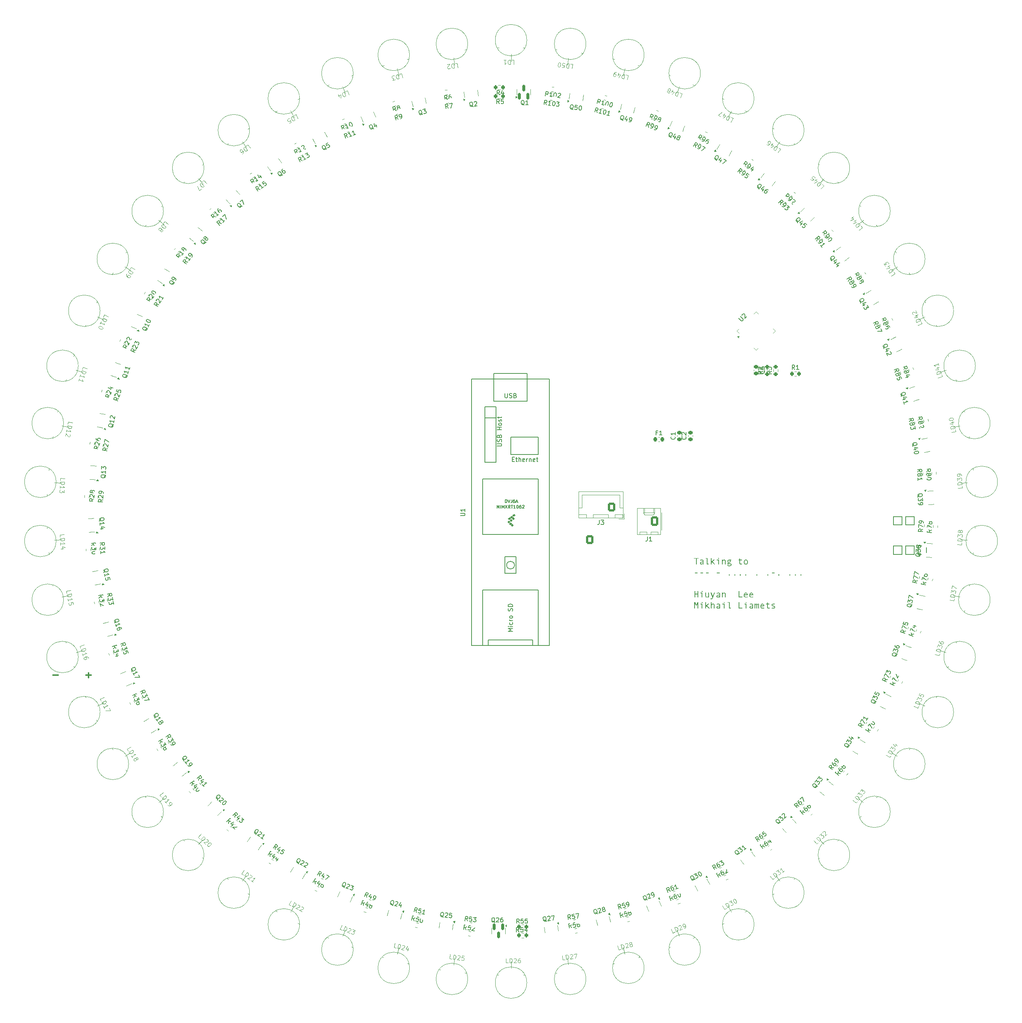
<source format=gbr>
%TF.GenerationSoftware,KiCad,Pcbnew,9.0.6*%
%TF.CreationDate,2025-12-10T00:31:55+01:00*%
%TF.ProjectId,laserboard_2.0,6c617365-7262-46f6-9172-645f322e302e,rev?*%
%TF.SameCoordinates,Original*%
%TF.FileFunction,Legend,Top*%
%TF.FilePolarity,Positive*%
%FSLAX46Y46*%
G04 Gerber Fmt 4.6, Leading zero omitted, Abs format (unit mm)*
G04 Created by KiCad (PCBNEW 9.0.6) date 2025-12-10 00:31:55*
%MOMM*%
%LPD*%
G01*
G04 APERTURE LIST*
G04 Aperture macros list*
%AMRoundRect*
0 Rectangle with rounded corners*
0 $1 Rounding radius*
0 $2 $3 $4 $5 $6 $7 $8 $9 X,Y pos of 4 corners*
0 Add a 4 corners polygon primitive as box body*
4,1,4,$2,$3,$4,$5,$6,$7,$8,$9,$2,$3,0*
0 Add four circle primitives for the rounded corners*
1,1,$1+$1,$2,$3*
1,1,$1+$1,$4,$5*
1,1,$1+$1,$6,$7*
1,1,$1+$1,$8,$9*
0 Add four rect primitives between the rounded corners*
20,1,$1+$1,$2,$3,$4,$5,0*
20,1,$1+$1,$4,$5,$6,$7,0*
20,1,$1+$1,$6,$7,$8,$9,0*
20,1,$1+$1,$8,$9,$2,$3,0*%
%AMRotRect*
0 Rectangle, with rotation*
0 The origin of the aperture is its center*
0 $1 length*
0 $2 width*
0 $3 Rotation angle, in degrees counterclockwise*
0 Add horizontal line*
21,1,$1,$2,0,0,$3*%
G04 Aperture macros list end*
%ADD10C,0.300000*%
%ADD11C,0.100000*%
%ADD12C,0.150000*%
%ADD13C,0.120000*%
%ADD14RoundRect,0.200000X-0.084721X-0.329313X0.287190X-0.182064X0.084721X0.329313X-0.287190X0.182064X0*%
%ADD15RoundRect,0.200000X-0.334044X-0.063557X-0.042457X-0.337376X0.334044X0.063557X0.042457X0.337376X0*%
%ADD16RotRect,2.000000X2.000000X302.400000*%
%ADD17C,2.286000*%
%ADD18C,6.500000*%
%ADD19RoundRect,0.150000X0.466676X-0.387130X-0.223971X0.563465X-0.466676X0.387130X0.223971X-0.563465X0*%
%ADD20RoundRect,0.200000X0.000162X0.340037X-0.323444X0.104923X-0.000162X-0.340037X0.323444X-0.104923X0*%
%ADD21RoundRect,0.150000X-0.595759X-0.112815X0.576922X-0.186593X0.595759X0.112815X-0.576922X0.186593X0*%
%ADD22RotRect,2.000000X2.000000X165.600000*%
%ADD23RoundRect,0.150000X0.512393X0.324206X-0.605098X-0.038889X-0.512393X-0.324206X0.605098X0.038889X0*%
%ADD24RoundRect,0.200000X-0.125025X0.316218X-0.339356X-0.021513X0.125025X-0.316218X0.339356X0.021513X0*%
%ADD25RoundRect,0.200000X0.339356X-0.021513X0.125025X0.316218X-0.339356X0.021513X-0.125025X-0.316218X0*%
%ADD26RotRect,2.000000X2.000000X280.800000*%
%ADD27RoundRect,0.200000X0.287015X-0.182338X0.261899X0.216873X-0.287015X0.182338X-0.261899X-0.216873X0*%
%ADD28RoundRect,0.150000X-0.576417X0.188149X0.415669X-0.441447X0.576417X-0.188149X-0.415669X0.441447X0*%
%ADD29RotRect,2.000000X2.000000X331.200000*%
%ADD30RotRect,2.000000X2.000000X208.800000*%
%ADD31RoundRect,0.150000X0.357063X0.490064X-0.548290X-0.258910X-0.357063X-0.490064X0.548290X0.258910X0*%
%ADD32RotRect,2.000000X2.000000X108.000000*%
%ADD33RoundRect,0.200000X-0.339376X-0.021189X-0.084406X-0.329394X0.339376X0.021189X0.084406X0.329394X0*%
%ADD34RoundRect,0.200000X-0.200000X-0.275000X0.200000X-0.275000X0.200000X0.275000X-0.200000X0.275000X0*%
%ADD35RoundRect,0.200000X-0.125327X-0.316098X0.262106X-0.216622X0.125327X0.316098X-0.262106X0.216622X0*%
%ADD36RotRect,2.000000X2.000000X216.000000*%
%ADD37RotRect,2.000000X2.000000X28.800000*%
%ADD38RoundRect,0.200000X0.232653X-0.247987X0.307605X0.144928X-0.232653X0.247987X-0.307605X-0.144928X0*%
%ADD39RoundRect,0.150000X0.548987X0.257430X-0.605201X0.037257X-0.548987X-0.257430X0.605201X-0.037257X0*%
%ADD40RoundRect,0.150000X-0.076807X-0.601462X0.355740X0.491025X0.076807X0.601462X-0.355740X-0.491025X0*%
%ADD41RoundRect,0.150000X-0.075184X0.601667X-0.222450X-0.564067X0.075184X-0.601667X0.222450X0.564067X0*%
%ADD42RoundRect,0.200000X-0.287190X-0.182064X0.084721X-0.329313X0.287190X0.182064X-0.084721X0.329313X0*%
%ADD43RoundRect,0.200000X0.334044X0.063557X0.042457X0.337376X-0.334044X-0.063557X-0.042457X-0.337376X0*%
%ADD44RotRect,2.000000X2.000000X338.400000*%
%ADD45RoundRect,0.150000X-0.466676X0.387130X0.223971X-0.563465X0.466676X-0.387130X-0.223971X0.563465X0*%
%ADD46RotRect,2.000000X2.000000X266.400000*%
%ADD47RotRect,2.000000X2.000000X72.000000*%
%ADD48RoundRect,0.150000X-0.291393X0.531739X0.000818X-0.606346X0.291393X-0.531739X-0.000818X0.606346X0*%
%ADD49RoundRect,0.200000X0.262106X0.216622X-0.125327X0.316098X-0.262106X-0.216622X0.125327X-0.316098X0*%
%ADD50RoundRect,0.200000X0.323444X0.104923X-0.000162X0.340037X-0.323444X-0.104923X0.000162X-0.340037X0*%
%ADD51RoundRect,0.150000X-0.292826X-0.530951X0.511517X0.325587X0.292826X0.530951X-0.511517X-0.325587X0*%
%ADD52RoundRect,0.200000X0.163672X-0.298055X0.333983X0.063876X-0.163672X0.298055X-0.333983X-0.063876X0*%
%ADD53RotRect,2.000000X2.000000X324.000000*%
%ADD54RotRect,2.000000X2.000000X288.000000*%
%ADD55RoundRect,0.200000X0.125327X0.316098X-0.262106X0.216622X-0.125327X-0.316098X0.262106X-0.216622X0*%
%ADD56RoundRect,0.150000X0.355740X-0.491025X-0.076807X0.601462X-0.355740X0.491025X0.076807X-0.601462X0*%
%ADD57RoundRect,0.200000X-0.042779X-0.337335X0.307744X-0.144634X0.042779X0.337335X-0.307744X0.144634X0*%
%ADD58RoundRect,0.200000X0.323344X-0.105232X0.199737X0.275191X-0.323344X0.105232X-0.199737X-0.275191X0*%
%ADD59RoundRect,0.150000X-0.512393X-0.324206X0.605098X0.038889X0.512393X0.324206X-0.605098X-0.038889X0*%
%ADD60RoundRect,0.150000X0.467719X0.385869X-0.595453X-0.114421X-0.467719X-0.385869X0.595453X0.114421X0*%
%ADD61RoundRect,0.200000X-0.307744X-0.144634X0.042779X-0.337335X0.307744X0.144634X-0.042779X0.337335X0*%
%ADD62RoundRect,0.200000X0.084721X0.329313X-0.287190X0.182064X-0.084721X-0.329313X0.287190X-0.182064X0*%
%ADD63RoundRect,0.150000X0.605098X-0.038889X-0.512393X0.324206X-0.605098X0.038889X0.512393X-0.324206X0*%
%ADD64RoundRect,0.200000X-0.261899X0.216873X-0.287015X-0.182338X0.261899X-0.216873X0.287015X0.182338X0*%
%ADD65RotRect,2.000000X2.000000X252.000000*%
%ADD66RotRect,2.000000X2.000000X93.600000*%
%ADD67RoundRect,0.200000X0.307605X-0.144928X0.232653X0.247987X-0.307605X0.144928X-0.232653X-0.247987X0*%
%ADD68RoundRect,0.200000X0.333983X-0.063876X0.163672X0.298055X-0.333983X0.063876X-0.163672X-0.298055X0*%
%ADD69RoundRect,0.150000X0.075184X-0.601667X0.222450X0.564067X-0.075184X0.601667X-0.222450X-0.564067X0*%
%ADD70RoundRect,0.200000X0.125025X-0.316218X0.339356X0.021513X-0.125025X0.316218X-0.339356X-0.021513X0*%
%ADD71RoundRect,0.200000X0.275000X-0.200000X0.275000X0.200000X-0.275000X0.200000X-0.275000X-0.200000X0*%
%ADD72RoundRect,0.200000X-0.163956X-0.297898X0.232890X-0.247765X0.163956X0.297898X-0.232890X0.247765X0*%
%ADD73RoundRect,0.200000X-0.084406X0.329394X-0.339376X0.021189X0.084406X-0.329394X0.339376X-0.021189X0*%
%ADD74RoundRect,0.150000X0.151584X0.587093X-0.414476X-0.442567X-0.151584X-0.587093X0.414476X0.442567X0*%
%ADD75RoundRect,0.150000X0.576417X-0.188149X-0.415669X0.441447X-0.576417X0.188149X0.415669X-0.441447X0*%
%ADD76RoundRect,0.150000X-0.150000X0.587500X-0.150000X-0.587500X0.150000X-0.587500X0.150000X0.587500X0*%
%ADD77RoundRect,0.200000X-0.339356X0.021513X-0.125025X-0.316218X0.339356X-0.021513X0.125025X0.316218X0*%
%ADD78RoundRect,0.200000X0.199737X-0.275191X0.323344X0.105232X-0.199737X0.275191X-0.323344X-0.105232X0*%
%ADD79RoundRect,0.200000X0.261899X-0.216873X0.287015X0.182338X-0.261899X0.216873X-0.287015X-0.182338X0*%
%ADD80RoundRect,0.200000X0.200000X0.275000X-0.200000X0.275000X-0.200000X-0.275000X0.200000X-0.275000X0*%
%ADD81RoundRect,0.150000X-0.223971X-0.563465X0.466676X0.387130X0.223971X0.563465X-0.466676X-0.387130X0*%
%ADD82RotRect,2.000000X2.000000X21.600000*%
%ADD83RoundRect,0.200000X0.339376X0.021189X0.084406X0.329394X-0.339376X-0.021189X-0.084406X-0.329394X0*%
%ADD84RotRect,2.000000X2.000000X230.400000*%
%ADD85RoundRect,0.200000X0.307744X0.144634X-0.042779X0.337335X-0.307744X-0.144634X0.042779X-0.337335X0*%
%ADD86RotRect,2.000000X2.000000X151.200000*%
%ADD87RoundRect,0.200000X-0.323444X-0.104923X0.000162X-0.340037X0.323444X0.104923X-0.000162X0.340037X0*%
%ADD88RoundRect,0.150000X0.076807X0.601462X-0.355740X-0.491025X-0.076807X-0.601462X0.355740X0.491025X0*%
%ADD89RotRect,2.000000X2.000000X259.200000*%
%ADD90RoundRect,0.075000X-0.256326X-0.362392X0.362392X0.256326X0.256326X0.362392X-0.362392X-0.256326X0*%
%ADD91RoundRect,0.075000X0.256326X-0.362392X0.362392X-0.256326X-0.256326X0.362392X-0.362392X0.256326X0*%
%ADD92RotRect,4.250000X4.250000X45.000000*%
%ADD93RoundRect,0.250000X0.620000X0.845000X-0.620000X0.845000X-0.620000X-0.845000X0.620000X-0.845000X0*%
%ADD94O,1.740000X2.190000*%
%ADD95RotRect,2.000000X2.000000X129.600000*%
%ADD96RoundRect,0.250000X0.600000X0.725000X-0.600000X0.725000X-0.600000X-0.725000X0.600000X-0.725000X0*%
%ADD97O,1.700000X1.950000*%
%ADD98RoundRect,0.200000X-0.232653X0.247987X-0.307605X-0.144928X0.232653X-0.247987X0.307605X0.144928X0*%
%ADD99RotRect,2.000000X2.000000X136.800000*%
%ADD100R,2.000000X2.000000*%
%ADD101RoundRect,0.150000X0.000818X0.606346X-0.291393X-0.531739X-0.000818X-0.606346X0.291393X0.531739X0*%
%ADD102RoundRect,0.200000X0.084406X-0.329394X0.339376X-0.021189X-0.084406X0.329394X-0.339376X0.021189X0*%
%ADD103RoundRect,0.150000X-0.151584X-0.587093X0.414476X0.442567X0.151584X0.587093X-0.414476X-0.442567X0*%
%ADD104RoundRect,0.200000X-0.287015X0.182338X-0.261899X-0.216873X0.287015X-0.182338X0.261899X0.216873X0*%
%ADD105RoundRect,0.200000X-0.042457X0.337376X-0.334044X0.063557X0.042457X-0.337376X0.334044X-0.063557X0*%
%ADD106RoundRect,0.200000X0.042457X-0.337376X0.334044X-0.063557X-0.042457X0.337376X-0.334044X0.063557X0*%
%ADD107RoundRect,0.150000X-0.548987X-0.257430X0.605201X-0.037257X0.548987X0.257430X-0.605201X0.037257X0*%
%ADD108RotRect,2.000000X2.000000X144.000000*%
%ADD109RotRect,2.000000X2.000000X36.000000*%
%ADD110RoundRect,0.150000X-0.576922X-0.186593X0.595759X-0.112815X0.576922X0.186593X-0.595759X0.112815X0*%
%ADD111RoundRect,0.150000X0.414476X-0.442567X-0.151584X0.587093X-0.414476X0.442567X0.151584X-0.587093X0*%
%ADD112RotRect,2.000000X2.000000X14.400000*%
%ADD113RoundRect,0.150000X-0.355740X0.491025X0.076807X-0.601462X0.355740X-0.491025X-0.076807X0.601462X0*%
%ADD114RoundRect,0.200000X-0.307605X0.144928X-0.232653X-0.247987X0.307605X-0.144928X0.232653X0.247987X0*%
%ADD115RoundRect,0.200000X0.042779X0.337335X-0.307744X0.144634X-0.042779X-0.337335X0.307744X-0.144634X0*%
%ADD116RotRect,2.000000X2.000000X57.600000*%
%ADD117RotRect,2.000000X2.000000X158.400000*%
%ADD118RoundRect,0.225000X0.250000X-0.225000X0.250000X0.225000X-0.250000X0.225000X-0.250000X-0.225000X0*%
%ADD119RoundRect,0.200000X0.287190X0.182064X-0.084721X0.329313X-0.287190X-0.182064X0.084721X-0.329313X0*%
%ADD120RoundRect,0.150000X0.291393X-0.531739X-0.000818X0.606346X-0.291393X0.531739X0.000818X-0.606346X0*%
%ADD121RoundRect,0.150000X0.595453X-0.114421X-0.467719X0.385869X-0.595453X0.114421X0.467719X-0.385869X0*%
%ADD122RotRect,2.000000X2.000000X115.200000*%
%ADD123RotRect,2.000000X2.000000X201.600000*%
%ADD124RoundRect,0.150000X-0.357063X-0.490064X0.548290X0.258910X0.357063X0.490064X-0.548290X-0.258910X0*%
%ADD125RoundRect,0.150000X-0.605098X0.038889X0.512393X-0.324206X0.605098X-0.038889X-0.512393X0.324206X0*%
%ADD126RoundRect,0.200000X-0.333983X0.063876X-0.163672X-0.298055X0.333983X-0.063876X0.163672X0.298055X0*%
%ADD127RotRect,2.000000X2.000000X237.600000*%
%ADD128RoundRect,0.150000X-0.467719X-0.385869X0.595453X0.114421X0.467719X0.385869X-0.595453X-0.114421X0*%
%ADD129RoundRect,0.150000X-0.222450X0.564067X-0.075184X-0.601667X0.222450X-0.564067X0.075184X0.601667X0*%
%ADD130RoundRect,0.150000X0.595759X0.112815X-0.576922X0.186593X-0.595759X-0.112815X0.576922X-0.186593X0*%
%ADD131RotRect,2.000000X2.000000X64.800000*%
%ADD132RotRect,2.000000X2.000000X86.400000*%
%ADD133RoundRect,0.200000X-0.262106X-0.216622X0.125327X-0.316098X0.262106X0.216622X-0.125327X0.316098X0*%
%ADD134RoundRect,0.200000X-0.199737X0.275191X-0.323344X-0.105232X0.199737X-0.275191X0.323344X0.105232X0*%
%ADD135RoundRect,0.200000X-0.232890X-0.247765X0.163956X-0.297898X0.232890X0.247765X-0.163956X0.297898X0*%
%ADD136RotRect,2.000000X2.000000X122.400000*%
%ADD137RotRect,2.000000X2.000000X50.400000*%
%ADD138RoundRect,0.200000X-0.163672X0.298055X-0.333983X-0.063876X0.163672X-0.298055X0.333983X0.063876X0*%
%ADD139RotRect,2.000000X2.000000X309.600000*%
%ADD140RoundRect,0.200000X0.232890X0.247765X-0.163956X0.297898X-0.232890X-0.247765X0.163956X-0.297898X0*%
%ADD141RoundRect,0.150000X0.415669X0.441447X-0.576417X-0.188149X-0.415669X-0.441447X0.576417X0.188149X0*%
%ADD142RoundRect,0.150000X-0.511517X0.325587X0.292826X-0.530951X0.511517X-0.325587X-0.292826X0.530951X0*%
%ADD143RotRect,2.000000X2.000000X295.200000*%
%ADD144RoundRect,0.200000X-0.323344X0.105232X-0.199737X-0.275191X0.323344X-0.105232X0.199737X0.275191X0*%
%ADD145RoundRect,0.150000X0.605201X0.037257X-0.548987X0.257430X-0.605201X-0.037257X0.548987X-0.257430X0*%
%ADD146RoundRect,0.150000X-0.605201X-0.037257X0.548987X-0.257430X0.605201X0.037257X-0.548987X0.257430X0*%
%ADD147RoundRect,0.218750X-0.218750X-0.256250X0.218750X-0.256250X0.218750X0.256250X-0.218750X0.256250X0*%
%ADD148RotRect,2.000000X2.000000X316.800000*%
%ADD149RotRect,2.000000X2.000000X43.200000*%
%ADD150RoundRect,0.200000X-0.000162X-0.340037X0.323444X-0.104923X0.000162X0.340037X-0.323444X0.104923X0*%
%ADD151RotRect,2.000000X2.000000X345.600000*%
%ADD152RoundRect,0.150000X0.511517X-0.325587X-0.292826X0.530951X-0.511517X0.325587X0.292826X-0.530951X0*%
%ADD153RotRect,2.000000X2.000000X244.800000*%
%ADD154RoundRect,0.150000X0.292826X0.530951X-0.511517X-0.325587X-0.292826X-0.530951X0.511517X0.325587X0*%
%ADD155RoundRect,0.200000X0.163956X0.297898X-0.232890X0.247765X-0.163956X-0.297898X0.232890X-0.247765X0*%
%ADD156RotRect,2.000000X2.000000X352.800000*%
%ADD157RotRect,2.000000X2.000000X7.200000*%
%ADD158RotRect,2.000000X2.000000X194.400000*%
%ADD159RotRect,2.000000X2.000000X100.800000*%
%ADD160RoundRect,0.150000X0.548290X-0.258910X-0.357063X0.490064X-0.548290X0.258910X0.357063X-0.490064X0*%
%ADD161RoundRect,0.150000X-0.595453X0.114421X0.467719X-0.385869X0.595453X-0.114421X-0.467719X0.385869X0*%
%ADD162RoundRect,0.150000X-0.548290X0.258910X0.357063X-0.490064X0.548290X-0.258910X-0.357063X0.490064X0*%
%ADD163RotRect,2.000000X2.000000X172.800000*%
%ADD164RoundRect,0.150000X-0.414476X0.442567X0.151584X-0.587093X0.414476X-0.442567X-0.151584X0.587093X0*%
%ADD165RoundRect,0.150000X0.150000X-0.587500X0.150000X0.587500X-0.150000X0.587500X-0.150000X-0.587500X0*%
%ADD166RoundRect,0.225000X-0.250000X0.225000X-0.250000X-0.225000X0.250000X-0.225000X0.250000X0.225000X0*%
%ADD167R,1.600000X1.600000*%
%ADD168C,1.600000*%
%ADD169RotRect,2.000000X2.000000X79.200000*%
%ADD170RotRect,2.000000X2.000000X187.200000*%
%ADD171RoundRect,0.150000X0.223971X0.563465X-0.466676X-0.387130X-0.223971X-0.563465X0.466676X0.387130X0*%
%ADD172RoundRect,0.150000X0.576922X0.186593X-0.595759X0.112815X-0.576922X-0.186593X0.595759X-0.112815X0*%
%ADD173RoundRect,0.150000X-0.000818X-0.606346X0.291393X0.531739X0.000818X0.606346X-0.291393X-0.531739X0*%
%ADD174RoundRect,0.150000X-0.415669X-0.441447X0.576417X0.188149X0.415669X0.441447X-0.576417X-0.188149X0*%
%ADD175RoundRect,0.150000X0.222450X-0.564067X0.075184X0.601667X-0.222450X0.564067X-0.075184X-0.601667X0*%
%ADD176RotRect,2.000000X2.000000X273.600000*%
%ADD177RotRect,2.000000X2.000000X223.200000*%
%ADD178RoundRect,0.250000X-0.600000X-0.725000X0.600000X-0.725000X0.600000X0.725000X-0.600000X0.725000X0*%
G04 APERTURE END LIST*
D10*
G36*
X241366778Y-138551950D02*
G01*
X240921096Y-138551950D01*
X240921096Y-139865000D01*
X240748172Y-139865000D01*
X240748172Y-138551950D01*
X240300383Y-138551950D01*
X240300383Y-138411266D01*
X241366778Y-138411266D01*
X241366778Y-138551950D01*
G37*
G36*
X242242950Y-138777725D02*
G01*
X242323976Y-138802148D01*
X242387754Y-138840142D01*
X242437507Y-138891757D01*
X242474722Y-138959034D01*
X242498941Y-139045743D01*
X242507820Y-139157001D01*
X242507820Y-139614773D01*
X242515023Y-139749622D01*
X242535297Y-139865000D01*
X242370525Y-139865000D01*
X242355819Y-139792323D01*
X242350283Y-139695648D01*
X242292346Y-139766104D01*
X242227711Y-139819323D01*
X242155582Y-139857182D01*
X242074459Y-139880394D01*
X241982270Y-139888447D01*
X241905473Y-139879076D01*
X241835604Y-139851305D01*
X241770603Y-139803908D01*
X241719977Y-139742436D01*
X241689636Y-139670883D01*
X241679104Y-139586105D01*
X241680375Y-139574564D01*
X241853035Y-139574564D01*
X241858712Y-139618851D01*
X241875035Y-139655850D01*
X241902311Y-139687313D01*
X241937332Y-139710687D01*
X241978800Y-139725100D01*
X242028432Y-139730177D01*
X242083217Y-139724749D01*
X242138778Y-139708093D01*
X242196044Y-139679070D01*
X242273314Y-139619367D01*
X242342131Y-139538752D01*
X242342131Y-139355295D01*
X242145998Y-139375806D01*
X242049223Y-139391016D01*
X241973825Y-139415182D01*
X241911104Y-139452748D01*
X241878837Y-139486321D01*
X241859689Y-139526233D01*
X241853035Y-139574564D01*
X241680375Y-139574564D01*
X241687426Y-139510531D01*
X241711252Y-139446612D01*
X241750362Y-139391378D01*
X241805316Y-139344671D01*
X241871972Y-139308437D01*
X241955800Y-139279275D01*
X242048632Y-139259609D01*
X242165544Y-139246119D01*
X242342131Y-139232105D01*
X242342131Y-139184203D01*
X242333890Y-139095963D01*
X242311676Y-139030086D01*
X242277573Y-138981278D01*
X242231217Y-138946133D01*
X242169872Y-138923640D01*
X242088882Y-138915383D01*
X242025399Y-138921107D01*
X241936383Y-138941395D01*
X241847735Y-138970968D01*
X241774725Y-139004593D01*
X241730669Y-138881678D01*
X241881407Y-138816533D01*
X242016936Y-138780267D01*
X242140081Y-138768838D01*
X242242950Y-138777725D01*
G37*
G36*
X243688795Y-139865000D02*
G01*
X243246410Y-139865000D01*
X243246410Y-138557812D01*
X242967698Y-138557812D01*
X242967698Y-138411266D01*
X243412098Y-138411266D01*
X243412098Y-139718454D01*
X243688795Y-139718454D01*
X243688795Y-139865000D01*
G37*
G36*
X245133461Y-139865000D02*
G01*
X244915657Y-139865000D01*
X244463838Y-139334779D01*
X244362539Y-139423714D01*
X244362539Y-139865000D01*
X244196759Y-139865000D01*
X244196759Y-138411266D01*
X244362539Y-138411266D01*
X244362539Y-139234487D01*
X244859512Y-138792285D01*
X245072278Y-138792285D01*
X244581991Y-139229449D01*
X245133461Y-139865000D01*
G37*
G36*
X245937081Y-138387819D02*
G01*
X245979931Y-138395997D01*
X246015941Y-138420517D01*
X246040494Y-138456424D01*
X246048639Y-138498644D01*
X246040505Y-138542641D01*
X246016490Y-138578420D01*
X245980762Y-138602451D01*
X245937081Y-138610568D01*
X245896805Y-138602355D01*
X245860694Y-138576954D01*
X245835703Y-138540230D01*
X245827538Y-138498644D01*
X245835716Y-138457231D01*
X245860694Y-138420975D01*
X245896770Y-138395935D01*
X245937081Y-138387819D01*
G37*
G36*
X246017864Y-139865000D02*
G01*
X245852176Y-139865000D01*
X245852176Y-138938831D01*
X245537561Y-138938831D01*
X245537561Y-138792285D01*
X246017864Y-138792285D01*
X246017864Y-139865000D01*
G37*
G36*
X247543130Y-139865000D02*
G01*
X247377442Y-139865000D01*
X247377442Y-139181455D01*
X247371285Y-139087948D01*
X247355379Y-139022540D01*
X247332562Y-138978123D01*
X247298220Y-138944113D01*
X247252575Y-138923033D01*
X247191878Y-138915383D01*
X247124990Y-138924616D01*
X247052338Y-138954229D01*
X246971465Y-139008898D01*
X246880194Y-139095360D01*
X246880194Y-139865000D01*
X246714414Y-139865000D01*
X246714414Y-138792285D01*
X246880194Y-138792285D01*
X246880194Y-138946158D01*
X246970669Y-138864773D01*
X247059788Y-138810402D01*
X247148922Y-138779125D01*
X247239964Y-138768838D01*
X247322224Y-138776651D01*
X247387878Y-138798327D01*
X247440486Y-138832586D01*
X247482363Y-138880059D01*
X247514277Y-138943192D01*
X247535342Y-139025948D01*
X247543130Y-139133462D01*
X247543130Y-139865000D01*
G37*
G36*
X248854165Y-138938831D02*
G01*
X248652481Y-138938831D01*
X248676241Y-138991037D01*
X248691172Y-139051908D01*
X248696445Y-139123203D01*
X248689897Y-139193290D01*
X248670803Y-139256371D01*
X248639209Y-139313909D01*
X248594138Y-139366927D01*
X248540088Y-139410108D01*
X248479755Y-139440912D01*
X248411901Y-139459829D01*
X248334843Y-139466395D01*
X248272928Y-139464380D01*
X248177618Y-139520261D01*
X248136234Y-139560755D01*
X248125649Y-139591142D01*
X248133262Y-139616494D01*
X248158897Y-139639777D01*
X248196075Y-139654270D01*
X248250671Y-139659836D01*
X248610349Y-139648112D01*
X248694388Y-139655937D01*
X248760200Y-139677457D01*
X248811758Y-139711127D01*
X248851013Y-139757533D01*
X248875259Y-139815830D01*
X248883932Y-139889637D01*
X248873716Y-139976120D01*
X248843973Y-140051670D01*
X248794101Y-140118945D01*
X248720991Y-140179340D01*
X248637459Y-140225873D01*
X248547089Y-140259402D01*
X248448725Y-140279976D01*
X248340980Y-140287051D01*
X248224195Y-140277990D01*
X248128180Y-140252720D01*
X248049079Y-140213046D01*
X247997416Y-140171448D01*
X247962674Y-140126332D01*
X247942256Y-140076879D01*
X247935323Y-140021437D01*
X247936839Y-140012095D01*
X248090845Y-140012095D01*
X248097786Y-140048409D01*
X248119364Y-140082210D01*
X248159446Y-140114952D01*
X248207162Y-140137870D01*
X248266743Y-140152704D01*
X248340980Y-140158091D01*
X248443714Y-140149916D01*
X248531888Y-140126666D01*
X248608060Y-140089398D01*
X248659085Y-140050452D01*
X248692601Y-140009844D01*
X248711833Y-139966935D01*
X248718244Y-139920321D01*
X248709570Y-139877668D01*
X248684606Y-139847249D01*
X248639272Y-139826462D01*
X248563363Y-139818105D01*
X248383203Y-139825157D01*
X248255983Y-139829829D01*
X248232538Y-139836525D01*
X248187290Y-139865549D01*
X248144397Y-139902868D01*
X248115483Y-139937540D01*
X248096802Y-139974884D01*
X248090845Y-140012095D01*
X247936839Y-140012095D01*
X247944690Y-139963733D01*
X247973287Y-139910100D01*
X248024699Y-139858485D01*
X248105774Y-139808305D01*
X248038436Y-139768563D01*
X247996087Y-139727797D01*
X247972711Y-139685606D01*
X247965090Y-139640327D01*
X247974325Y-139589328D01*
X248003681Y-139538100D01*
X248058750Y-139484519D01*
X248148547Y-139427652D01*
X248097477Y-139390371D01*
X248054735Y-139345945D01*
X248019678Y-139293746D01*
X247993735Y-139236378D01*
X247978376Y-139177624D01*
X247973566Y-139120547D01*
X248136915Y-139120547D01*
X248143604Y-139181549D01*
X248162697Y-139232800D01*
X248193976Y-139276435D01*
X248235240Y-139310478D01*
X248281603Y-139330564D01*
X248334843Y-139337435D01*
X248390096Y-139330542D01*
X248436701Y-139310683D01*
X248476718Y-139277534D01*
X248506680Y-139234679D01*
X248525205Y-139183142D01*
X248531764Y-139120547D01*
X248525200Y-139054537D01*
X248507027Y-139002401D01*
X248478275Y-138961087D01*
X248439321Y-138929626D01*
X248392307Y-138910429D01*
X248334843Y-138903660D01*
X248281534Y-138910436D01*
X248235167Y-138930215D01*
X248193976Y-138963652D01*
X248162834Y-139006654D01*
X248143678Y-139058160D01*
X248136915Y-139120547D01*
X247973566Y-139120547D01*
X247973242Y-139116700D01*
X247980004Y-139042412D01*
X247999522Y-138977060D01*
X248031455Y-138918911D01*
X248076557Y-138866748D01*
X248131066Y-138824173D01*
X248191439Y-138793847D01*
X248258841Y-138775268D01*
X248334843Y-138768838D01*
X248407905Y-138774407D01*
X248474324Y-138790624D01*
X248535245Y-138817198D01*
X248854165Y-138768380D01*
X248854165Y-138938831D01*
G37*
G36*
X251330329Y-139810961D02*
G01*
X251219278Y-139854897D01*
X251113032Y-139880217D01*
X251010310Y-139888447D01*
X250917752Y-139879078D01*
X250847730Y-139853581D01*
X250794905Y-139813799D01*
X250756111Y-139758652D01*
X250730877Y-139684338D01*
X250721523Y-139584914D01*
X250721523Y-138938831D01*
X250516543Y-138938831D01*
X250516543Y-138792285D01*
X250721523Y-138792285D01*
X250721523Y-138499193D01*
X250883090Y-138499193D01*
X250883090Y-138792285D01*
X251245791Y-138792285D01*
X251245791Y-138938831D01*
X250883090Y-138938831D01*
X250883090Y-139541591D01*
X250888417Y-139604010D01*
X250902933Y-139652294D01*
X250925314Y-139689511D01*
X250956685Y-139718498D01*
X250994250Y-139735843D01*
X251039986Y-139741901D01*
X251125789Y-139735435D01*
X251212628Y-139715748D01*
X251301386Y-139682001D01*
X251330329Y-139810961D01*
G37*
G36*
X252269670Y-138779032D02*
G01*
X252362641Y-138808211D01*
X252443427Y-138855656D01*
X252514052Y-138922527D01*
X252569696Y-139002405D01*
X252610436Y-139094747D01*
X252636012Y-139201852D01*
X252645027Y-139326627D01*
X252636000Y-139452473D01*
X252610402Y-139560438D01*
X252569655Y-139653452D01*
X252514052Y-139733841D01*
X252443369Y-139801155D01*
X252362562Y-139848874D01*
X252269612Y-139878203D01*
X252161518Y-139888447D01*
X252052801Y-139878201D01*
X251959571Y-139848907D01*
X251878773Y-139801322D01*
X251808343Y-139734299D01*
X251753091Y-139654227D01*
X251712537Y-139561279D01*
X251687019Y-139453076D01*
X251678192Y-139329192D01*
X251851940Y-139329192D01*
X251861744Y-139443356D01*
X251889558Y-139540254D01*
X251934189Y-139623107D01*
X251979981Y-139675719D01*
X252032144Y-139712178D01*
X252091930Y-139734243D01*
X252161518Y-139741901D01*
X252230473Y-139734202D01*
X252290087Y-139711948D01*
X252342479Y-139675029D01*
X252388847Y-139621550D01*
X252434269Y-139537746D01*
X252462360Y-139441268D01*
X252472195Y-139329192D01*
X252462214Y-139210900D01*
X252434222Y-139113038D01*
X252389855Y-139031704D01*
X252344264Y-138980392D01*
X252292031Y-138944660D01*
X252231853Y-138922943D01*
X252161518Y-138915383D01*
X252090598Y-138922901D01*
X252030265Y-138944434D01*
X251978246Y-138979731D01*
X251933182Y-139030239D01*
X251889602Y-139110559D01*
X251861890Y-139208776D01*
X251851940Y-139329192D01*
X251678192Y-139329192D01*
X251678009Y-139326627D01*
X251687042Y-139201233D01*
X251712637Y-139093872D01*
X251753352Y-139001572D01*
X251808893Y-138921978D01*
X251879527Y-138855368D01*
X251960332Y-138808088D01*
X252053332Y-138779001D01*
X252161518Y-138768838D01*
X252269670Y-138779032D01*
G37*
G36*
X241129099Y-141886744D02*
G01*
X240514615Y-141886744D01*
X240514615Y-141722613D01*
X241129099Y-141722613D01*
X241129099Y-141886744D01*
G37*
G36*
X242387927Y-141886744D02*
G01*
X241773442Y-141886744D01*
X241773442Y-141722613D01*
X242387927Y-141722613D01*
X242387927Y-141886744D01*
G37*
G36*
X243646755Y-141886744D02*
G01*
X243032270Y-141886744D01*
X243032270Y-141722613D01*
X243646755Y-141722613D01*
X243646755Y-141886744D01*
G37*
G36*
X246164410Y-141886744D02*
G01*
X245549925Y-141886744D01*
X245549925Y-141722613D01*
X246164410Y-141722613D01*
X246164410Y-141886744D01*
G37*
G36*
X248378899Y-142144665D02*
G01*
X248430240Y-142154073D01*
X248472138Y-142181851D01*
X248500364Y-142223134D01*
X248509874Y-142273533D01*
X248500282Y-142325197D01*
X248471589Y-142368788D01*
X248429258Y-142398558D01*
X248378899Y-142408447D01*
X248329406Y-142398587D01*
X248287582Y-142368788D01*
X248259390Y-142325246D01*
X248249938Y-142273533D01*
X248259387Y-142222302D01*
X248287124Y-142181301D01*
X248328460Y-142153922D01*
X248378899Y-142144665D01*
G37*
G36*
X249637726Y-142144665D02*
G01*
X249689068Y-142154073D01*
X249730966Y-142181851D01*
X249759192Y-142223134D01*
X249768702Y-142273533D01*
X249759109Y-142325197D01*
X249730416Y-142368788D01*
X249688085Y-142398558D01*
X249637726Y-142408447D01*
X249588234Y-142398587D01*
X249546410Y-142368788D01*
X249518217Y-142325246D01*
X249508766Y-142273533D01*
X249518215Y-142222302D01*
X249545952Y-142181301D01*
X249587288Y-142153922D01*
X249637726Y-142144665D01*
G37*
G36*
X250896554Y-142144665D02*
G01*
X250947896Y-142154073D01*
X250989794Y-142181851D01*
X251018019Y-142223134D01*
X251027529Y-142273533D01*
X251017937Y-142325197D01*
X250989244Y-142368788D01*
X250946913Y-142398558D01*
X250896554Y-142408447D01*
X250847062Y-142398587D01*
X250805238Y-142368788D01*
X250777045Y-142325246D01*
X250767594Y-142273533D01*
X250777042Y-142222302D01*
X250804780Y-142181301D01*
X250846115Y-142153922D01*
X250896554Y-142144665D01*
G37*
G36*
X252155382Y-142144665D02*
G01*
X252206723Y-142154073D01*
X252248621Y-142181851D01*
X252276847Y-142223134D01*
X252286357Y-142273533D01*
X252276765Y-142325197D01*
X252248072Y-142368788D01*
X252205741Y-142398558D01*
X252155382Y-142408447D01*
X252105889Y-142398587D01*
X252064065Y-142368788D01*
X252035872Y-142325246D01*
X252026421Y-142273533D01*
X252035870Y-142222302D01*
X252063607Y-142181301D01*
X252104943Y-142153922D01*
X252155382Y-142144665D01*
G37*
G36*
X254673037Y-142144665D02*
G01*
X254724378Y-142154073D01*
X254766277Y-142181851D01*
X254794502Y-142223134D01*
X254804012Y-142273533D01*
X254794420Y-142325197D01*
X254765727Y-142368788D01*
X254723396Y-142398558D01*
X254673037Y-142408447D01*
X254623544Y-142398587D01*
X254581721Y-142368788D01*
X254553528Y-142325246D01*
X254544077Y-142273533D01*
X254553525Y-142222302D01*
X254581263Y-142181301D01*
X254622598Y-142153922D01*
X254673037Y-142144665D01*
G37*
G36*
X257190692Y-142144665D02*
G01*
X257242034Y-142154073D01*
X257283932Y-142181851D01*
X257312157Y-142223134D01*
X257321667Y-142273533D01*
X257312075Y-142325197D01*
X257283382Y-142368788D01*
X257241051Y-142398558D01*
X257190692Y-142408447D01*
X257141200Y-142398587D01*
X257099376Y-142368788D01*
X257071183Y-142325246D01*
X257061732Y-142273533D01*
X257071180Y-142222302D01*
X257098918Y-142181301D01*
X257140253Y-142153922D01*
X257190692Y-142144665D01*
G37*
G36*
X258752686Y-141886744D02*
G01*
X258138202Y-141886744D01*
X258138202Y-141722613D01*
X258752686Y-141722613D01*
X258752686Y-141886744D01*
G37*
G36*
X259708347Y-142144665D02*
G01*
X259759689Y-142154073D01*
X259801587Y-142181851D01*
X259829813Y-142223134D01*
X259839323Y-142273533D01*
X259829730Y-142325197D01*
X259801038Y-142368788D01*
X259758707Y-142398558D01*
X259708347Y-142408447D01*
X259658855Y-142398587D01*
X259617031Y-142368788D01*
X259588838Y-142325246D01*
X259579387Y-142273533D01*
X259588836Y-142222302D01*
X259616573Y-142181301D01*
X259657909Y-142153922D01*
X259708347Y-142144665D01*
G37*
G36*
X262226003Y-142144665D02*
G01*
X262277344Y-142154073D01*
X262319242Y-142181851D01*
X262347468Y-142223134D01*
X262356978Y-142273533D01*
X262347386Y-142325197D01*
X262318693Y-142368788D01*
X262276362Y-142398558D01*
X262226003Y-142408447D01*
X262176510Y-142398587D01*
X262134686Y-142368788D01*
X262106494Y-142325246D01*
X262097042Y-142273533D01*
X262106491Y-142222302D01*
X262134228Y-142181301D01*
X262175564Y-142153922D01*
X262226003Y-142144665D01*
G37*
G36*
X263484830Y-142144665D02*
G01*
X263536172Y-142154073D01*
X263578070Y-142181851D01*
X263606296Y-142223134D01*
X263615806Y-142273533D01*
X263606213Y-142325197D01*
X263577520Y-142368788D01*
X263535189Y-142398558D01*
X263484830Y-142408447D01*
X263435338Y-142398587D01*
X263393514Y-142368788D01*
X263365321Y-142325246D01*
X263355870Y-142273533D01*
X263365319Y-142222302D01*
X263393056Y-142181301D01*
X263434392Y-142153922D01*
X263484830Y-142144665D01*
G37*
G36*
X264743658Y-142144665D02*
G01*
X264794999Y-142154073D01*
X264836898Y-142181851D01*
X264865123Y-142223134D01*
X264874633Y-142273533D01*
X264865041Y-142325197D01*
X264836348Y-142368788D01*
X264794017Y-142398558D01*
X264743658Y-142408447D01*
X264694166Y-142398587D01*
X264652342Y-142368788D01*
X264624149Y-142325246D01*
X264614698Y-142273533D01*
X264624146Y-142222302D01*
X264651884Y-142181301D01*
X264693219Y-142153922D01*
X264743658Y-142144665D01*
G37*
G36*
X241251007Y-147425000D02*
G01*
X241077167Y-147425000D01*
X241077167Y-146703995D01*
X240588071Y-146703995D01*
X240588071Y-147425000D01*
X240414139Y-147425000D01*
X240414139Y-145971266D01*
X240588071Y-145971266D01*
X240588071Y-146551587D01*
X241077167Y-146551587D01*
X241077167Y-145971266D01*
X241251007Y-145971266D01*
X241251007Y-147425000D01*
G37*
G36*
X242160598Y-145947819D02*
G01*
X242203448Y-145955997D01*
X242239458Y-145980517D01*
X242264011Y-146016424D01*
X242272156Y-146058644D01*
X242264022Y-146102641D01*
X242240007Y-146138420D01*
X242204279Y-146162451D01*
X242160598Y-146170568D01*
X242120322Y-146162355D01*
X242084211Y-146136954D01*
X242059220Y-146100230D01*
X242051055Y-146058644D01*
X242059233Y-146017231D01*
X242084211Y-145980975D01*
X242120287Y-145955935D01*
X242160598Y-145947819D01*
G37*
G36*
X242241381Y-147425000D02*
G01*
X242075693Y-147425000D01*
X242075693Y-146498831D01*
X241761078Y-146498831D01*
X241761078Y-146352285D01*
X242241381Y-146352285D01*
X242241381Y-147425000D01*
G37*
G36*
X243764632Y-147425000D02*
G01*
X243598852Y-147425000D01*
X243598852Y-147271127D01*
X243508378Y-147352512D01*
X243419258Y-147406883D01*
X243330125Y-147438160D01*
X243239083Y-147448447D01*
X243156881Y-147440622D01*
X243091255Y-147418910D01*
X243038645Y-147384580D01*
X242996748Y-147336987D01*
X242964805Y-147273666D01*
X242943715Y-147190631D01*
X242935916Y-147082724D01*
X242935916Y-146352285D01*
X243101605Y-146352285D01*
X243101605Y-147035554D01*
X243107293Y-147125136D01*
X243122208Y-147190083D01*
X243143920Y-147236139D01*
X243177194Y-147271602D01*
X243223429Y-147293757D01*
X243287168Y-147301901D01*
X243354057Y-147292668D01*
X243426708Y-147263055D01*
X243507582Y-147208386D01*
X243598852Y-147121925D01*
X243598852Y-146352285D01*
X243764632Y-146352285D01*
X243764632Y-147425000D01*
G37*
G36*
X245074934Y-146352285D02*
G01*
X244668728Y-147423076D01*
X244602985Y-147579071D01*
X244544652Y-147684951D01*
X244493148Y-147752712D01*
X244430336Y-147806386D01*
X244364686Y-147836933D01*
X244294029Y-147847051D01*
X244195859Y-147837953D01*
X244095917Y-147810048D01*
X244123761Y-147676234D01*
X244202380Y-147694941D01*
X244265269Y-147700505D01*
X244318725Y-147693158D01*
X244364528Y-147671717D01*
X244404671Y-147635201D01*
X244455153Y-147557618D01*
X244515313Y-147420420D01*
X244113503Y-146352285D01*
X244294029Y-146352285D01*
X244594264Y-147195839D01*
X244894408Y-146352285D01*
X245074934Y-146352285D01*
G37*
G36*
X246019433Y-146337725D02*
G01*
X246100459Y-146362148D01*
X246164237Y-146400142D01*
X246213990Y-146451757D01*
X246251205Y-146519034D01*
X246275424Y-146605743D01*
X246284303Y-146717001D01*
X246284303Y-147174773D01*
X246291506Y-147309622D01*
X246311780Y-147425000D01*
X246147008Y-147425000D01*
X246132302Y-147352323D01*
X246126766Y-147255648D01*
X246068828Y-147326104D01*
X246004194Y-147379323D01*
X245932064Y-147417182D01*
X245850942Y-147440394D01*
X245758753Y-147448447D01*
X245681956Y-147439076D01*
X245612087Y-147411305D01*
X245547086Y-147363908D01*
X245496460Y-147302436D01*
X245466119Y-147230883D01*
X245455587Y-147146105D01*
X245456858Y-147134564D01*
X245629518Y-147134564D01*
X245635195Y-147178851D01*
X245651518Y-147215850D01*
X245678794Y-147247313D01*
X245713815Y-147270687D01*
X245755283Y-147285100D01*
X245804915Y-147290177D01*
X245859700Y-147284749D01*
X245915261Y-147268093D01*
X245972527Y-147239070D01*
X246049797Y-147179367D01*
X246118614Y-147098752D01*
X246118614Y-146915295D01*
X245922481Y-146935806D01*
X245825706Y-146951016D01*
X245750308Y-146975182D01*
X245687587Y-147012748D01*
X245655320Y-147046321D01*
X245636172Y-147086233D01*
X245629518Y-147134564D01*
X245456858Y-147134564D01*
X245463909Y-147070531D01*
X245487735Y-147006612D01*
X245526845Y-146951378D01*
X245581799Y-146904671D01*
X245648455Y-146868437D01*
X245732283Y-146839275D01*
X245825115Y-146819609D01*
X245942027Y-146806119D01*
X246118614Y-146792105D01*
X246118614Y-146744203D01*
X246110373Y-146655963D01*
X246088158Y-146590086D01*
X246054056Y-146541278D01*
X246007700Y-146506133D01*
X245946355Y-146483640D01*
X245865365Y-146475383D01*
X245801882Y-146481107D01*
X245712866Y-146501395D01*
X245624218Y-146530968D01*
X245551208Y-146564593D01*
X245507152Y-146441678D01*
X245657890Y-146376533D01*
X245793419Y-146340267D01*
X245916564Y-146328838D01*
X246019433Y-146337725D01*
G37*
G36*
X247543130Y-147425000D02*
G01*
X247377442Y-147425000D01*
X247377442Y-146741455D01*
X247371285Y-146647948D01*
X247355379Y-146582540D01*
X247332562Y-146538123D01*
X247298220Y-146504113D01*
X247252575Y-146483033D01*
X247191878Y-146475383D01*
X247124990Y-146484616D01*
X247052338Y-146514229D01*
X246971465Y-146568898D01*
X246880194Y-146655360D01*
X246880194Y-147425000D01*
X246714414Y-147425000D01*
X246714414Y-146352285D01*
X246880194Y-146352285D01*
X246880194Y-146506158D01*
X246970669Y-146424773D01*
X247059788Y-146370402D01*
X247148922Y-146339125D01*
X247239964Y-146328838D01*
X247322224Y-146336651D01*
X247387878Y-146358327D01*
X247440486Y-146392586D01*
X247482363Y-146440059D01*
X247514277Y-146503192D01*
X247535342Y-146585948D01*
X247543130Y-146693462D01*
X247543130Y-147425000D01*
G37*
G36*
X251325750Y-147425000D02*
G01*
X250532937Y-147425000D01*
X250532937Y-145971266D01*
X250706869Y-145971266D01*
X250706869Y-147272592D01*
X251325750Y-147272592D01*
X251325750Y-147425000D01*
G37*
G36*
X252264702Y-146337798D02*
G01*
X252345125Y-146363935D01*
X252418229Y-146407346D01*
X252485384Y-146469705D01*
X252538417Y-146543165D01*
X252577228Y-146628523D01*
X252601613Y-146728015D01*
X252610223Y-146844495D01*
X252610223Y-146897435D01*
X251877586Y-146897435D01*
X251884502Y-146983375D01*
X251904406Y-147059150D01*
X251936705Y-147126531D01*
X251981725Y-147186863D01*
X252037709Y-147237874D01*
X252098165Y-147273329D01*
X252164175Y-147294623D01*
X252237356Y-147301901D01*
X252333300Y-147296191D01*
X252433845Y-147278605D01*
X252539789Y-147248229D01*
X252568640Y-147382684D01*
X252470481Y-147418401D01*
X252360060Y-147440676D01*
X252235341Y-147448447D01*
X252117932Y-147438254D01*
X252016382Y-147409092D01*
X251927752Y-147361889D01*
X251849925Y-147295948D01*
X251787576Y-147215683D01*
X251742168Y-147122202D01*
X251713704Y-147012959D01*
X251703654Y-146884612D01*
X251712451Y-146762613D01*
X251888027Y-146762613D01*
X252430155Y-146762613D01*
X252421358Y-146685816D01*
X252395799Y-146618772D01*
X252353127Y-146559189D01*
X252297670Y-146511233D01*
X252240925Y-146484237D01*
X252181027Y-146475383D01*
X252102472Y-146484648D01*
X252035563Y-146511347D01*
X251977603Y-146555709D01*
X251932350Y-146613522D01*
X251902484Y-146681644D01*
X251888027Y-146762613D01*
X251712451Y-146762613D01*
X251712777Y-146758097D01*
X251738555Y-146650474D01*
X251779442Y-146558594D01*
X251835088Y-146479963D01*
X251905904Y-146413626D01*
X251984874Y-146367012D01*
X252073691Y-146338651D01*
X252174890Y-146328838D01*
X252264702Y-146337798D01*
G37*
G36*
X253523529Y-146337798D02*
G01*
X253603953Y-146363935D01*
X253677057Y-146407346D01*
X253744212Y-146469705D01*
X253797244Y-146543165D01*
X253836055Y-146628523D01*
X253860441Y-146728015D01*
X253869050Y-146844495D01*
X253869050Y-146897435D01*
X253136413Y-146897435D01*
X253143329Y-146983375D01*
X253163234Y-147059150D01*
X253195533Y-147126531D01*
X253240553Y-147186863D01*
X253296536Y-147237874D01*
X253356993Y-147273329D01*
X253423002Y-147294623D01*
X253496183Y-147301901D01*
X253592128Y-147296191D01*
X253692672Y-147278605D01*
X253798617Y-147248229D01*
X253827468Y-147382684D01*
X253729308Y-147418401D01*
X253618887Y-147440676D01*
X253494168Y-147448447D01*
X253376760Y-147438254D01*
X253275210Y-147409092D01*
X253186579Y-147361889D01*
X253108753Y-147295948D01*
X253046404Y-147215683D01*
X253000996Y-147122202D01*
X252972531Y-147012959D01*
X252962482Y-146884612D01*
X252971279Y-146762613D01*
X253146855Y-146762613D01*
X253688982Y-146762613D01*
X253680186Y-146685816D01*
X253654626Y-146618772D01*
X253611954Y-146559189D01*
X253556498Y-146511233D01*
X253499752Y-146484237D01*
X253439855Y-146475383D01*
X253361299Y-146484648D01*
X253294390Y-146511347D01*
X253236431Y-146555709D01*
X253191177Y-146613522D01*
X253161311Y-146681644D01*
X253146855Y-146762613D01*
X252971279Y-146762613D01*
X252971605Y-146758097D01*
X252997382Y-146650474D01*
X253038269Y-146558594D01*
X253093915Y-146479963D01*
X253164732Y-146413626D01*
X253243702Y-146367012D01*
X253332519Y-146338651D01*
X253433718Y-146328838D01*
X253523529Y-146337798D01*
G37*
G36*
X241301199Y-149945000D02*
G01*
X241133496Y-149945000D01*
X241136427Y-148699361D01*
X240920180Y-149300198D01*
X240757331Y-149300198D01*
X240541085Y-148699361D01*
X240544016Y-149945000D01*
X240376221Y-149945000D01*
X240376221Y-148491266D01*
X240599428Y-148491266D01*
X240839214Y-149147241D01*
X241078083Y-148491266D01*
X241301199Y-148491266D01*
X241301199Y-149945000D01*
G37*
G36*
X242160598Y-148467819D02*
G01*
X242203448Y-148475997D01*
X242239458Y-148500517D01*
X242264011Y-148536424D01*
X242272156Y-148578644D01*
X242264022Y-148622641D01*
X242240007Y-148658420D01*
X242204279Y-148682451D01*
X242160598Y-148690568D01*
X242120322Y-148682355D01*
X242084211Y-148656954D01*
X242059220Y-148620230D01*
X242051055Y-148578644D01*
X242059233Y-148537231D01*
X242084211Y-148500975D01*
X242120287Y-148475935D01*
X242160598Y-148467819D01*
G37*
G36*
X242241381Y-149945000D02*
G01*
X242075693Y-149945000D01*
X242075693Y-149018831D01*
X241761078Y-149018831D01*
X241761078Y-148872285D01*
X242241381Y-148872285D01*
X242241381Y-149945000D01*
G37*
G36*
X243874633Y-149945000D02*
G01*
X243656830Y-149945000D01*
X243205011Y-149414779D01*
X243103711Y-149503714D01*
X243103711Y-149945000D01*
X242937931Y-149945000D01*
X242937931Y-148491266D01*
X243103711Y-148491266D01*
X243103711Y-149314487D01*
X243600684Y-148872285D01*
X243813450Y-148872285D01*
X243323163Y-149309449D01*
X243874633Y-149945000D01*
G37*
G36*
X245025475Y-149945000D02*
G01*
X244859787Y-149945000D01*
X244859787Y-149261455D01*
X244853630Y-149167948D01*
X244837724Y-149102540D01*
X244814907Y-149058123D01*
X244780565Y-149024113D01*
X244734920Y-149003033D01*
X244674223Y-148995383D01*
X244607334Y-149004616D01*
X244534683Y-149034229D01*
X244453810Y-149088898D01*
X244362539Y-149175360D01*
X244362539Y-149945000D01*
X244196759Y-149945000D01*
X244196759Y-148491266D01*
X244362539Y-148491266D01*
X244362539Y-149026158D01*
X244453013Y-148944773D01*
X244542133Y-148890402D01*
X244631266Y-148859125D01*
X244722308Y-148848838D01*
X244804569Y-148856651D01*
X244870222Y-148878327D01*
X244922831Y-148912586D01*
X244964708Y-148960059D01*
X244996622Y-149023192D01*
X245017687Y-149105948D01*
X245025475Y-149213462D01*
X245025475Y-149945000D01*
G37*
G36*
X246019433Y-148857725D02*
G01*
X246100459Y-148882148D01*
X246164237Y-148920142D01*
X246213990Y-148971757D01*
X246251205Y-149039034D01*
X246275424Y-149125743D01*
X246284303Y-149237001D01*
X246284303Y-149694773D01*
X246291506Y-149829622D01*
X246311780Y-149945000D01*
X246147008Y-149945000D01*
X246132302Y-149872323D01*
X246126766Y-149775648D01*
X246068828Y-149846104D01*
X246004194Y-149899323D01*
X245932064Y-149937182D01*
X245850942Y-149960394D01*
X245758753Y-149968447D01*
X245681956Y-149959076D01*
X245612087Y-149931305D01*
X245547086Y-149883908D01*
X245496460Y-149822436D01*
X245466119Y-149750883D01*
X245455587Y-149666105D01*
X245456858Y-149654564D01*
X245629518Y-149654564D01*
X245635195Y-149698851D01*
X245651518Y-149735850D01*
X245678794Y-149767313D01*
X245713815Y-149790687D01*
X245755283Y-149805100D01*
X245804915Y-149810177D01*
X245859700Y-149804749D01*
X245915261Y-149788093D01*
X245972527Y-149759070D01*
X246049797Y-149699367D01*
X246118614Y-149618752D01*
X246118614Y-149435295D01*
X245922481Y-149455806D01*
X245825706Y-149471016D01*
X245750308Y-149495182D01*
X245687587Y-149532748D01*
X245655320Y-149566321D01*
X245636172Y-149606233D01*
X245629518Y-149654564D01*
X245456858Y-149654564D01*
X245463909Y-149590531D01*
X245487735Y-149526612D01*
X245526845Y-149471378D01*
X245581799Y-149424671D01*
X245648455Y-149388437D01*
X245732283Y-149359275D01*
X245825115Y-149339609D01*
X245942027Y-149326119D01*
X246118614Y-149312105D01*
X246118614Y-149264203D01*
X246110373Y-149175963D01*
X246088158Y-149110086D01*
X246054056Y-149061278D01*
X246007700Y-149026133D01*
X245946355Y-149003640D01*
X245865365Y-148995383D01*
X245801882Y-149001107D01*
X245712866Y-149021395D01*
X245624218Y-149050968D01*
X245551208Y-149084593D01*
X245507152Y-148961678D01*
X245657890Y-148896533D01*
X245793419Y-148860267D01*
X245916564Y-148848838D01*
X246019433Y-148857725D01*
G37*
G36*
X247195908Y-148467819D02*
G01*
X247238759Y-148475997D01*
X247274768Y-148500517D01*
X247299322Y-148536424D01*
X247307466Y-148578644D01*
X247299333Y-148622641D01*
X247275318Y-148658420D01*
X247239590Y-148682451D01*
X247195908Y-148690568D01*
X247155632Y-148682355D01*
X247119521Y-148656954D01*
X247094531Y-148620230D01*
X247086366Y-148578644D01*
X247094544Y-148537231D01*
X247119521Y-148500975D01*
X247155597Y-148475935D01*
X247195908Y-148467819D01*
G37*
G36*
X247276692Y-149945000D02*
G01*
X247111004Y-149945000D01*
X247111004Y-149018831D01*
X246796388Y-149018831D01*
X246796388Y-148872285D01*
X247276692Y-148872285D01*
X247276692Y-149945000D01*
G37*
G36*
X248724105Y-149945000D02*
G01*
X248281721Y-149945000D01*
X248281721Y-148637812D01*
X248003009Y-148637812D01*
X248003009Y-148491266D01*
X248447409Y-148491266D01*
X248447409Y-149798454D01*
X248724105Y-149798454D01*
X248724105Y-149945000D01*
G37*
G36*
X251325750Y-149945000D02*
G01*
X250532937Y-149945000D01*
X250532937Y-148491266D01*
X250706869Y-148491266D01*
X250706869Y-149792592D01*
X251325750Y-149792592D01*
X251325750Y-149945000D01*
G37*
G36*
X252231219Y-148467819D02*
G01*
X252274069Y-148475997D01*
X252310079Y-148500517D01*
X252334633Y-148536424D01*
X252342777Y-148578644D01*
X252334643Y-148622641D01*
X252310628Y-148658420D01*
X252274900Y-148682451D01*
X252231219Y-148690568D01*
X252190943Y-148682355D01*
X252154832Y-148656954D01*
X252129841Y-148620230D01*
X252121676Y-148578644D01*
X252129854Y-148537231D01*
X252154832Y-148500975D01*
X252190908Y-148475935D01*
X252231219Y-148467819D01*
G37*
G36*
X252312002Y-149945000D02*
G01*
X252146314Y-149945000D01*
X252146314Y-149018831D01*
X251831699Y-149018831D01*
X251831699Y-148872285D01*
X252312002Y-148872285D01*
X252312002Y-149945000D01*
G37*
G36*
X253572399Y-148857725D02*
G01*
X253653424Y-148882148D01*
X253717203Y-148920142D01*
X253766956Y-148971757D01*
X253804170Y-149039034D01*
X253828389Y-149125743D01*
X253837268Y-149237001D01*
X253837268Y-149694773D01*
X253844472Y-149829622D01*
X253864746Y-149945000D01*
X253699973Y-149945000D01*
X253685267Y-149872323D01*
X253679732Y-149775648D01*
X253621794Y-149846104D01*
X253557160Y-149899323D01*
X253485030Y-149937182D01*
X253403908Y-149960394D01*
X253311719Y-149968447D01*
X253234922Y-149959076D01*
X253165053Y-149931305D01*
X253100052Y-149883908D01*
X253049426Y-149822436D01*
X253019085Y-149750883D01*
X253008552Y-149666105D01*
X253009823Y-149654564D01*
X253182484Y-149654564D01*
X253188161Y-149698851D01*
X253204483Y-149735850D01*
X253231760Y-149767313D01*
X253266781Y-149790687D01*
X253308249Y-149805100D01*
X253357881Y-149810177D01*
X253412665Y-149804749D01*
X253468227Y-149788093D01*
X253525492Y-149759070D01*
X253602763Y-149699367D01*
X253671580Y-149618752D01*
X253671580Y-149435295D01*
X253475446Y-149455806D01*
X253378672Y-149471016D01*
X253303274Y-149495182D01*
X253240553Y-149532748D01*
X253208285Y-149566321D01*
X253189138Y-149606233D01*
X253182484Y-149654564D01*
X253009823Y-149654564D01*
X253016875Y-149590531D01*
X253040701Y-149526612D01*
X253079811Y-149471378D01*
X253134765Y-149424671D01*
X253201421Y-149388437D01*
X253285249Y-149359275D01*
X253378081Y-149339609D01*
X253494993Y-149326119D01*
X253671580Y-149312105D01*
X253671580Y-149264203D01*
X253663339Y-149175963D01*
X253641124Y-149110086D01*
X253607022Y-149061278D01*
X253560666Y-149026133D01*
X253499321Y-149003640D01*
X253418331Y-148995383D01*
X253354848Y-149001107D01*
X253265832Y-149021395D01*
X253177183Y-149050968D01*
X253104173Y-149084593D01*
X253060118Y-148961678D01*
X253210856Y-148896533D01*
X253346385Y-148860267D01*
X253469530Y-148848838D01*
X253572399Y-148857725D01*
G37*
G36*
X255180085Y-149945000D02*
G01*
X255014397Y-149945000D01*
X255014397Y-149245152D01*
X255005153Y-149111501D01*
X254983698Y-149039482D01*
X254956265Y-149005588D01*
X254923080Y-148995383D01*
X254895234Y-149002282D01*
X254861566Y-149026742D01*
X254819216Y-149077907D01*
X254762063Y-149168307D01*
X254762063Y-149945000D01*
X254597383Y-149945000D01*
X254597383Y-149245152D01*
X254588063Y-149111707D01*
X254566408Y-149039665D01*
X254538650Y-149005656D01*
X254504967Y-148995383D01*
X254477809Y-149002212D01*
X254444544Y-149026594D01*
X254402202Y-149077907D01*
X254344958Y-149168307D01*
X254344958Y-149945000D01*
X254179269Y-149945000D01*
X254179269Y-148872285D01*
X254338821Y-148872285D01*
X254338821Y-149021945D01*
X254384616Y-148954209D01*
X254441311Y-148898755D01*
X254485017Y-148869999D01*
X254526391Y-148853969D01*
X254566516Y-148848838D01*
X254608331Y-148854295D01*
X254647149Y-148870661D01*
X254684119Y-148899030D01*
X254727273Y-148955022D01*
X254754095Y-149025334D01*
X254801647Y-148954731D01*
X254858875Y-148898755D01*
X254923816Y-148860460D01*
X254983531Y-148848838D01*
X255039108Y-148857002D01*
X255084151Y-148880475D01*
X255121367Y-148920453D01*
X255151263Y-148981468D01*
X255172067Y-149070667D01*
X255180085Y-149197158D01*
X255180085Y-149945000D01*
G37*
G36*
X256041185Y-148857798D02*
G01*
X256121608Y-148883935D01*
X256194712Y-148927346D01*
X256261867Y-148989705D01*
X256314899Y-149063165D01*
X256353711Y-149148523D01*
X256378096Y-149248015D01*
X256386706Y-149364495D01*
X256386706Y-149417435D01*
X255654069Y-149417435D01*
X255660985Y-149503375D01*
X255680889Y-149579150D01*
X255713188Y-149646531D01*
X255758208Y-149706863D01*
X255814192Y-149757874D01*
X255874648Y-149793329D01*
X255940658Y-149814623D01*
X256013838Y-149821901D01*
X256109783Y-149816191D01*
X256210328Y-149798605D01*
X256316272Y-149768229D01*
X256345123Y-149902684D01*
X256246964Y-149938401D01*
X256136543Y-149960676D01*
X256011823Y-149968447D01*
X255894415Y-149958254D01*
X255792865Y-149929092D01*
X255704235Y-149881889D01*
X255626408Y-149815948D01*
X255564059Y-149735683D01*
X255518651Y-149642202D01*
X255490186Y-149532959D01*
X255480137Y-149404612D01*
X255488934Y-149282613D01*
X255664510Y-149282613D01*
X256206638Y-149282613D01*
X256197841Y-149205816D01*
X256172281Y-149138772D01*
X256129610Y-149079189D01*
X256074153Y-149031233D01*
X256017408Y-149004237D01*
X255957510Y-148995383D01*
X255878955Y-149004648D01*
X255812046Y-149031347D01*
X255754086Y-149075709D01*
X255708832Y-149133522D01*
X255678966Y-149201644D01*
X255664510Y-149282613D01*
X255488934Y-149282613D01*
X255489260Y-149278097D01*
X255515037Y-149170474D01*
X255555925Y-149078594D01*
X255611571Y-148999963D01*
X255682387Y-148933626D01*
X255761357Y-148887012D01*
X255850174Y-148858651D01*
X255951373Y-148848838D01*
X256041185Y-148857798D01*
G37*
G36*
X257624467Y-149890961D02*
G01*
X257513416Y-149934897D01*
X257407170Y-149960217D01*
X257304448Y-149968447D01*
X257211890Y-149959078D01*
X257141868Y-149933581D01*
X257089043Y-149893799D01*
X257050250Y-149838652D01*
X257025016Y-149764338D01*
X257015662Y-149664914D01*
X257015662Y-149018831D01*
X256810681Y-149018831D01*
X256810681Y-148872285D01*
X257015662Y-148872285D01*
X257015662Y-148579193D01*
X257177228Y-148579193D01*
X257177228Y-148872285D01*
X257539929Y-148872285D01*
X257539929Y-149018831D01*
X257177228Y-149018831D01*
X257177228Y-149621591D01*
X257182555Y-149684010D01*
X257197071Y-149732294D01*
X257219452Y-149769511D01*
X257250823Y-149798498D01*
X257288388Y-149815843D01*
X257334124Y-149821901D01*
X257419927Y-149815435D01*
X257506766Y-149795748D01*
X257595525Y-149762001D01*
X257624467Y-149890961D01*
G37*
G36*
X258759922Y-149043194D02*
G01*
X258624572Y-149006734D01*
X258504841Y-148995383D01*
X258419101Y-149000625D01*
X258352308Y-149014804D01*
X258300776Y-149036141D01*
X258257464Y-149068081D01*
X258233819Y-149103541D01*
X258226038Y-149144219D01*
X258234347Y-149183625D01*
X258260109Y-149218682D01*
X258304223Y-149246799D01*
X258398046Y-149281239D01*
X258550819Y-149327126D01*
X258650818Y-149362405D01*
X258723743Y-149399666D01*
X258783420Y-149446525D01*
X258824494Y-149500416D01*
X258849481Y-149563149D01*
X258858199Y-149637711D01*
X258849954Y-149711029D01*
X258826108Y-149774458D01*
X258786503Y-149830259D01*
X258729056Y-149879695D01*
X258663071Y-149917198D01*
X258587566Y-149944890D01*
X258500954Y-149962317D01*
X258401343Y-149968447D01*
X258270865Y-149960323D01*
X258162709Y-149937716D01*
X258073172Y-149902593D01*
X258105229Y-149756139D01*
X258198360Y-149792690D01*
X258294668Y-149814550D01*
X258395206Y-149821901D01*
X258482554Y-149815989D01*
X258553160Y-149799690D01*
X258610079Y-149774549D01*
X258657624Y-149737722D01*
X258683836Y-149696731D01*
X258692511Y-149649618D01*
X258682581Y-149600767D01*
X258651661Y-149556012D01*
X258620658Y-149532746D01*
X258560693Y-149503567D01*
X258457946Y-149467444D01*
X258275222Y-149410199D01*
X258218705Y-149386579D01*
X258165954Y-149353962D01*
X258120969Y-149312904D01*
X258088834Y-149265485D01*
X258069140Y-149211538D01*
X258062364Y-149150081D01*
X258070065Y-149083855D01*
X258092417Y-149026308D01*
X258129752Y-148975386D01*
X258184272Y-148929987D01*
X258269288Y-148886768D01*
X258375176Y-148858926D01*
X258506947Y-148848838D01*
X258639402Y-148859994D01*
X258797383Y-148896648D01*
X258759922Y-149043194D01*
G37*
X93804510Y-165229400D02*
X94947368Y-165229400D01*
X101375938Y-165229400D02*
X102518796Y-165229400D01*
X101947367Y-165800828D02*
X101947367Y-164657971D01*
D11*
G36*
X287948290Y-130940000D02*
G01*
X285849755Y-130940000D01*
X285849755Y-130768053D01*
X286024633Y-130768053D01*
X287773412Y-130768053D01*
X287773412Y-129009504D01*
X286024633Y-129009504D01*
X286024633Y-130768053D01*
X285849755Y-130768053D01*
X285849755Y-128837557D01*
X287948290Y-128837557D01*
X287948290Y-130940000D01*
G37*
G36*
X290748290Y-130940000D02*
G01*
X288649755Y-130940000D01*
X288649755Y-130768053D01*
X288824633Y-130768053D01*
X290573412Y-130768053D01*
X290573412Y-129009504D01*
X288824633Y-129009504D01*
X288824633Y-130768053D01*
X288649755Y-130768053D01*
X288649755Y-128837557D01*
X290748290Y-128837557D01*
X290748290Y-130940000D01*
G37*
G36*
X287948290Y-137660000D02*
G01*
X285849755Y-137660000D01*
X285849755Y-137488053D01*
X286024633Y-137488053D01*
X287773412Y-137488053D01*
X287773412Y-135729504D01*
X286024633Y-135729504D01*
X286024633Y-137488053D01*
X285849755Y-137488053D01*
X285849755Y-135557557D01*
X287948290Y-135557557D01*
X287948290Y-137660000D01*
G37*
G36*
X290748290Y-137660000D02*
G01*
X288649755Y-137660000D01*
X288649755Y-137488053D01*
X288824633Y-137488053D01*
X290573412Y-137488053D01*
X290573412Y-135729504D01*
X288824633Y-135729504D01*
X288824633Y-137488053D01*
X288649755Y-137488053D01*
X288649755Y-135557557D01*
X290748290Y-135557557D01*
X290748290Y-137660000D01*
G37*
G36*
X293548290Y-137660000D02*
G01*
X291449755Y-137660000D01*
X291449755Y-137488053D01*
X291624633Y-137488053D01*
X293373412Y-137488053D01*
X293373412Y-135729504D01*
X291624633Y-135729504D01*
X291624633Y-137488053D01*
X291449755Y-137488053D01*
X291449755Y-135557557D01*
X293548290Y-135557557D01*
X293548290Y-137660000D01*
G37*
D12*
X161233599Y-42163297D02*
X160748376Y-41843255D01*
X160702298Y-42373654D02*
X160334174Y-41443877D01*
X160334174Y-41443877D02*
X160688374Y-41303640D01*
X160688374Y-41303640D02*
X160794454Y-41312855D01*
X160794454Y-41312855D02*
X160856259Y-41339600D01*
X160856259Y-41339600D02*
X160935593Y-41410621D01*
X160935593Y-41410621D02*
X160988183Y-41543446D01*
X160988183Y-41543446D02*
X160978967Y-41649526D01*
X160978967Y-41649526D02*
X160952222Y-41711331D01*
X160952222Y-41711331D02*
X160881201Y-41790665D01*
X160881201Y-41790665D02*
X160527001Y-41930903D01*
X162119100Y-41812702D02*
X161587800Y-42023059D01*
X161853450Y-41917881D02*
X161485325Y-40988104D01*
X161485325Y-40988104D02*
X161449365Y-41155989D01*
X161449365Y-41155989D02*
X161395874Y-41279599D01*
X161395874Y-41279599D02*
X161324854Y-41358933D01*
X163004602Y-41462107D02*
X162473301Y-41672464D01*
X162738952Y-41567286D02*
X162370827Y-40637509D01*
X162370827Y-40637509D02*
X162334866Y-40805394D01*
X162334866Y-40805394D02*
X162281375Y-40929004D01*
X162281375Y-40929004D02*
X162210355Y-41008338D01*
X260073902Y-57589306D02*
X260156887Y-57013996D01*
X259657348Y-57198137D02*
X260341895Y-56469168D01*
X260341895Y-56469168D02*
X260619598Y-56729948D01*
X260619598Y-56729948D02*
X260656426Y-56829855D01*
X260656426Y-56829855D02*
X260658541Y-56897166D01*
X260658541Y-56897166D02*
X260628059Y-56999189D01*
X260628059Y-56999189D02*
X260530266Y-57103327D01*
X260530266Y-57103327D02*
X260430359Y-57140155D01*
X260430359Y-57140155D02*
X260363048Y-57142271D01*
X260363048Y-57142271D02*
X260261025Y-57111788D01*
X260261025Y-57111788D02*
X259983323Y-56851009D01*
X260421030Y-57915281D02*
X260559881Y-58045671D01*
X260559881Y-58045671D02*
X260661904Y-58076153D01*
X260661904Y-58076153D02*
X260729214Y-58074038D01*
X260729214Y-58074038D02*
X260896432Y-58035094D01*
X260896432Y-58035094D02*
X261061535Y-57928841D01*
X261061535Y-57928841D02*
X261322315Y-57651138D01*
X261322315Y-57651138D02*
X261352797Y-57549115D01*
X261352797Y-57549115D02*
X261350682Y-57481805D01*
X261350682Y-57481805D02*
X261313853Y-57381897D01*
X261313853Y-57381897D02*
X261175002Y-57251507D01*
X261175002Y-57251507D02*
X261072979Y-57221025D01*
X261072979Y-57221025D02*
X261005669Y-57223141D01*
X261005669Y-57223141D02*
X260905761Y-57259969D01*
X260905761Y-57259969D02*
X260742774Y-57433533D01*
X260742774Y-57433533D02*
X260712292Y-57535556D01*
X260712292Y-57535556D02*
X260714407Y-57602866D01*
X260714407Y-57602866D02*
X260751235Y-57702774D01*
X260751235Y-57702774D02*
X260890086Y-57833164D01*
X260890086Y-57833164D02*
X260992109Y-57863646D01*
X260992109Y-57863646D02*
X261059420Y-57861531D01*
X261059420Y-57861531D02*
X261159327Y-57824702D01*
X261695694Y-57740470D02*
X262146961Y-58164237D01*
X262146961Y-58164237D02*
X261643191Y-58213757D01*
X261643191Y-58213757D02*
X261747330Y-58311549D01*
X261747330Y-58311549D02*
X261784158Y-58411457D01*
X261784158Y-58411457D02*
X261786273Y-58478767D01*
X261786273Y-58478767D02*
X261755791Y-58580790D01*
X261755791Y-58580790D02*
X261592803Y-58754354D01*
X261592803Y-58754354D02*
X261492896Y-58791183D01*
X261492896Y-58791183D02*
X261425585Y-58793298D01*
X261425585Y-58793298D02*
X261323562Y-58762816D01*
X261323562Y-58762816D02*
X261115286Y-58567231D01*
X261115286Y-58567231D02*
X261078457Y-58467323D01*
X261078457Y-58467323D02*
X261076342Y-58400013D01*
D11*
X110969840Y-182536944D02*
X110714685Y-182134883D01*
X110714685Y-182134883D02*
X111559013Y-181599056D01*
X111148449Y-182818386D02*
X111992777Y-182282560D01*
X111992777Y-182282560D02*
X112120355Y-182483590D01*
X112120355Y-182483590D02*
X112156696Y-182629724D01*
X112156696Y-182629724D02*
X112127315Y-182761167D01*
X112127315Y-182761167D02*
X112072418Y-182852404D01*
X112072418Y-182852404D02*
X111937109Y-182994673D01*
X111937109Y-182994673D02*
X111816491Y-183071219D01*
X111816491Y-183071219D02*
X111630151Y-183133076D01*
X111630151Y-183133076D02*
X111524223Y-183143901D01*
X111524223Y-183143901D02*
X111392780Y-183114520D01*
X111392780Y-183114520D02*
X111276027Y-183019417D01*
X111276027Y-183019417D02*
X111148449Y-182818386D01*
X111964947Y-184104981D02*
X111658761Y-183622508D01*
X111811854Y-183863745D02*
X112656182Y-183327918D01*
X112656182Y-183327918D02*
X112484532Y-183324052D01*
X112484532Y-183324052D02*
X112353089Y-183294671D01*
X112353089Y-183294671D02*
X112261852Y-183239775D01*
X112753607Y-184281268D02*
X112742782Y-184175340D01*
X112742782Y-184175340D02*
X112757473Y-184109618D01*
X112757473Y-184109618D02*
X112812369Y-184018381D01*
X112812369Y-184018381D02*
X112852575Y-183992866D01*
X112852575Y-183992866D02*
X112958503Y-183982040D01*
X112958503Y-183982040D02*
X113024225Y-183996731D01*
X113024225Y-183996731D02*
X113115462Y-184051628D01*
X113115462Y-184051628D02*
X113217524Y-184212452D01*
X113217524Y-184212452D02*
X113228349Y-184318380D01*
X113228349Y-184318380D02*
X113213659Y-184384101D01*
X113213659Y-184384101D02*
X113158762Y-184475339D01*
X113158762Y-184475339D02*
X113118556Y-184500854D01*
X113118556Y-184500854D02*
X113012628Y-184511679D01*
X113012628Y-184511679D02*
X112946907Y-184496989D01*
X112946907Y-184496989D02*
X112855669Y-184442092D01*
X112855669Y-184442092D02*
X112753607Y-184281268D01*
X112753607Y-184281268D02*
X112662370Y-184226371D01*
X112662370Y-184226371D02*
X112596648Y-184211681D01*
X112596648Y-184211681D02*
X112490721Y-184222506D01*
X112490721Y-184222506D02*
X112329896Y-184324568D01*
X112329896Y-184324568D02*
X112275000Y-184415805D01*
X112275000Y-184415805D02*
X112260309Y-184481527D01*
X112260309Y-184481527D02*
X112271134Y-184587454D01*
X112271134Y-184587454D02*
X112373196Y-184748279D01*
X112373196Y-184748279D02*
X112464434Y-184803175D01*
X112464434Y-184803175D02*
X112530155Y-184817866D01*
X112530155Y-184817866D02*
X112636083Y-184807041D01*
X112636083Y-184807041D02*
X112796907Y-184704979D01*
X112796907Y-184704979D02*
X112851804Y-184613741D01*
X112851804Y-184613741D02*
X112866494Y-184548020D01*
X112866494Y-184548020D02*
X112855669Y-184442092D01*
D12*
X146316523Y-50771068D02*
X146211484Y-50788523D01*
X146211484Y-50788523D02*
X146078455Y-50767453D01*
X146078455Y-50767453D02*
X145878912Y-50735848D01*
X145878912Y-50735848D02*
X145773873Y-50753303D01*
X145773873Y-50753303D02*
X145696824Y-50809283D01*
X145875297Y-50973916D02*
X145770258Y-50991371D01*
X145770258Y-50991371D02*
X145637229Y-50970301D01*
X145637229Y-50970301D02*
X145486745Y-50844193D01*
X145486745Y-50844193D02*
X145290817Y-50574520D01*
X145290817Y-50574520D02*
X145217383Y-50392432D01*
X145217383Y-50392432D02*
X145238452Y-50259403D01*
X145238452Y-50259403D02*
X145287512Y-50164899D01*
X145287512Y-50164899D02*
X145441610Y-50052940D01*
X145441610Y-50052940D02*
X145546649Y-50035485D01*
X145546649Y-50035485D02*
X145679678Y-50056555D01*
X145679678Y-50056555D02*
X145830162Y-50182663D01*
X145830162Y-50182663D02*
X146026090Y-50452336D01*
X146026090Y-50452336D02*
X146099525Y-50634424D01*
X146099525Y-50634424D02*
X146078455Y-50767453D01*
X146078455Y-50767453D02*
X146029395Y-50861957D01*
X146029395Y-50861957D02*
X145875297Y-50973916D01*
X146327676Y-49409175D02*
X146173578Y-49521134D01*
X146173578Y-49521134D02*
X146124518Y-49615639D01*
X146124518Y-49615639D02*
X146113984Y-49682153D01*
X146113984Y-49682153D02*
X146120904Y-49853706D01*
X146120904Y-49853706D02*
X146194338Y-50035795D01*
X146194338Y-50035795D02*
X146418256Y-50343992D01*
X146418256Y-50343992D02*
X146512761Y-50393051D01*
X146512761Y-50393051D02*
X146579275Y-50403586D01*
X146579275Y-50403586D02*
X146684314Y-50386131D01*
X146684314Y-50386131D02*
X146838412Y-50274172D01*
X146838412Y-50274172D02*
X146887472Y-50179668D01*
X146887472Y-50179668D02*
X146898007Y-50113153D01*
X146898007Y-50113153D02*
X146880552Y-50008114D01*
X146880552Y-50008114D02*
X146740603Y-49815491D01*
X146740603Y-49815491D02*
X146646099Y-49766432D01*
X146646099Y-49766432D02*
X146579584Y-49755897D01*
X146579584Y-49755897D02*
X146474545Y-49773352D01*
X146474545Y-49773352D02*
X146320447Y-49885311D01*
X146320447Y-49885311D02*
X146271387Y-49979815D01*
X146271387Y-49979815D02*
X146260853Y-50046329D01*
X146260853Y-50046329D02*
X146278308Y-50151368D01*
X139984723Y-52472516D02*
X139435153Y-52283198D01*
X139522428Y-52808393D02*
X138934642Y-51999376D01*
X138934642Y-51999376D02*
X139242839Y-51775458D01*
X139242839Y-51775458D02*
X139347878Y-51758003D01*
X139347878Y-51758003D02*
X139414393Y-51768538D01*
X139414393Y-51768538D02*
X139508897Y-51817597D01*
X139508897Y-51817597D02*
X139592866Y-51933171D01*
X139592866Y-51933171D02*
X139610321Y-52038210D01*
X139610321Y-52038210D02*
X139599786Y-52104725D01*
X139599786Y-52104725D02*
X139550727Y-52199229D01*
X139550727Y-52199229D02*
X139242530Y-52423147D01*
X140755215Y-51912720D02*
X140292920Y-52248598D01*
X140524068Y-52080659D02*
X139936282Y-51271642D01*
X139936282Y-51271642D02*
X139943203Y-51443195D01*
X139943203Y-51443195D02*
X139922133Y-51576224D01*
X139922133Y-51576224D02*
X139873073Y-51670728D01*
X141056802Y-50869560D02*
X141448659Y-51408904D01*
X140640260Y-50701312D02*
X140867484Y-51419130D01*
X140867484Y-51419130D02*
X141368304Y-51055263D01*
X292132370Y-137344585D02*
X292078865Y-137436646D01*
X292078865Y-137436646D02*
X291977835Y-137525716D01*
X291977835Y-137525716D02*
X291826289Y-137659321D01*
X291826289Y-137659321D02*
X291772784Y-137751381D01*
X291772784Y-137751381D02*
X291766804Y-137846431D01*
X292007420Y-137813856D02*
X291953914Y-137905916D01*
X291953914Y-137905916D02*
X291852884Y-137994986D01*
X291852884Y-137994986D02*
X291659794Y-138030551D01*
X291659794Y-138030551D02*
X291327118Y-138009621D01*
X291327118Y-138009621D02*
X291140008Y-137950136D01*
X291140008Y-137950136D02*
X291050938Y-137849106D01*
X291050938Y-137849106D02*
X291009393Y-137751066D01*
X291009393Y-137751066D02*
X291021353Y-137560965D01*
X291021353Y-137560965D02*
X291074858Y-137468905D01*
X291074858Y-137468905D02*
X291175888Y-137379835D01*
X291175888Y-137379835D02*
X291368979Y-137344270D01*
X291368979Y-137344270D02*
X291701654Y-137365200D01*
X291701654Y-137365200D02*
X291888765Y-137424685D01*
X291888765Y-137424685D02*
X291977835Y-137525716D01*
X291977835Y-137525716D02*
X292019380Y-137623756D01*
X292019380Y-137623756D02*
X292007420Y-137813856D01*
X291057233Y-136990664D02*
X291096104Y-136372838D01*
X291096104Y-136372838D02*
X291455374Y-136729434D01*
X291455374Y-136729434D02*
X291464344Y-136586859D01*
X291464344Y-136586859D02*
X291517849Y-136494799D01*
X291517849Y-136494799D02*
X291568364Y-136450264D01*
X291568364Y-136450264D02*
X291666405Y-136408719D01*
X291666405Y-136408719D02*
X291904030Y-136423669D01*
X291904030Y-136423669D02*
X291996090Y-136477174D01*
X291996090Y-136477174D02*
X292040625Y-136527689D01*
X292040625Y-136527689D02*
X292082170Y-136625729D01*
X292082170Y-136625729D02*
X292064230Y-136910880D01*
X292064230Y-136910880D02*
X292010725Y-137002940D01*
X292010725Y-137002940D02*
X291960210Y-137047475D01*
X291559710Y-135829447D02*
X291506204Y-135921508D01*
X291506204Y-135921508D02*
X291455689Y-135966043D01*
X291455689Y-135966043D02*
X291357649Y-136007588D01*
X291357649Y-136007588D02*
X291310124Y-136004598D01*
X291310124Y-136004598D02*
X291218064Y-135951093D01*
X291218064Y-135951093D02*
X291173529Y-135900577D01*
X291173529Y-135900577D02*
X291131984Y-135802537D01*
X291131984Y-135802537D02*
X291143944Y-135612437D01*
X291143944Y-135612437D02*
X291197449Y-135520377D01*
X291197449Y-135520377D02*
X291247964Y-135475842D01*
X291247964Y-135475842D02*
X291346004Y-135434297D01*
X291346004Y-135434297D02*
X291393529Y-135437287D01*
X291393529Y-135437287D02*
X291485590Y-135490792D01*
X291485590Y-135490792D02*
X291530125Y-135541307D01*
X291530125Y-135541307D02*
X291571670Y-135639347D01*
X291571670Y-135639347D02*
X291559710Y-135829447D01*
X291559710Y-135829447D02*
X291601255Y-135927488D01*
X291601255Y-135927488D02*
X291645790Y-135978003D01*
X291645790Y-135978003D02*
X291737850Y-136031508D01*
X291737850Y-136031508D02*
X291927950Y-136043468D01*
X291927950Y-136043468D02*
X292025990Y-136001923D01*
X292025990Y-136001923D02*
X292076505Y-135957388D01*
X292076505Y-135957388D02*
X292130011Y-135865328D01*
X292130011Y-135865328D02*
X292141971Y-135675227D01*
X292141971Y-135675227D02*
X292100426Y-135577187D01*
X292100426Y-135577187D02*
X292055891Y-135526672D01*
X292055891Y-135526672D02*
X291963830Y-135473167D01*
X291963830Y-135473167D02*
X291773730Y-135461207D01*
X291773730Y-135461207D02*
X291675690Y-135502752D01*
X291675690Y-135502752D02*
X291625175Y-135547287D01*
X291625175Y-135547287D02*
X291571670Y-135639347D01*
D11*
X224802494Y-27893519D02*
X225263724Y-28011943D01*
X225263724Y-28011943D02*
X225015035Y-28980526D01*
X224479633Y-27810622D02*
X224230943Y-28779206D01*
X224230943Y-28779206D02*
X224000328Y-28719994D01*
X224000328Y-28719994D02*
X223873802Y-28638344D01*
X223873802Y-28638344D02*
X223805240Y-28522413D01*
X223805240Y-28522413D02*
X223782802Y-28418324D01*
X223782802Y-28418324D02*
X223784048Y-28221990D01*
X223784048Y-28221990D02*
X223819576Y-28083621D01*
X223819576Y-28083621D02*
X223913068Y-27910971D01*
X223913068Y-27910971D02*
X223982876Y-27830568D01*
X223982876Y-27830568D02*
X224098807Y-27762006D01*
X224098807Y-27762006D02*
X224249018Y-27751411D01*
X224249018Y-27751411D02*
X224479633Y-27810622D01*
X222930150Y-28101073D02*
X223095943Y-27455351D01*
X223066026Y-28529269D02*
X223474276Y-27896636D01*
X223474276Y-27896636D02*
X222874677Y-27742685D01*
X222542467Y-27313243D02*
X222357975Y-27265873D01*
X222357975Y-27265873D02*
X222253886Y-27288311D01*
X222253886Y-27288311D02*
X222195921Y-27322592D01*
X222195921Y-27322592D02*
X222068148Y-27437276D01*
X222068148Y-27437276D02*
X221974655Y-27609926D01*
X221974655Y-27609926D02*
X221879916Y-27978910D01*
X221879916Y-27978910D02*
X221902355Y-28082998D01*
X221902355Y-28082998D02*
X221936635Y-28140964D01*
X221936635Y-28140964D02*
X222017039Y-28210772D01*
X222017039Y-28210772D02*
X222201531Y-28258141D01*
X222201531Y-28258141D02*
X222305619Y-28235703D01*
X222305619Y-28235703D02*
X222363585Y-28201422D01*
X222363585Y-28201422D02*
X222433392Y-28121019D01*
X222433392Y-28121019D02*
X222492604Y-27890404D01*
X222492604Y-27890404D02*
X222470166Y-27786315D01*
X222470166Y-27786315D02*
X222435885Y-27728350D01*
X222435885Y-27728350D02*
X222355482Y-27658542D01*
X222355482Y-27658542D02*
X222170990Y-27611173D01*
X222170990Y-27611173D02*
X222066901Y-27633611D01*
X222066901Y-27633611D02*
X222008936Y-27667891D01*
X222008936Y-27667891D02*
X221939128Y-27748295D01*
D12*
X107910820Y-153297553D02*
X107926678Y-153192261D01*
X107926678Y-153192261D02*
X107987825Y-153072254D01*
X107987825Y-153072254D02*
X108079545Y-152892244D01*
X108079545Y-152892244D02*
X108095403Y-152786952D01*
X108095403Y-152786952D02*
X108065973Y-152696375D01*
X107854246Y-152815239D02*
X107870104Y-152709947D01*
X107870104Y-152709947D02*
X107931251Y-152589940D01*
X107931251Y-152589940D02*
X108097689Y-152485791D01*
X108097689Y-152485791D02*
X108414708Y-152382785D01*
X108414708Y-152382785D02*
X108610577Y-152369214D01*
X108610577Y-152369214D02*
X108730584Y-152430360D01*
X108730584Y-152430360D02*
X108805302Y-152506222D01*
X108805302Y-152506222D02*
X108864163Y-152687375D01*
X108864163Y-152687375D02*
X108848305Y-152792667D01*
X108848305Y-152792667D02*
X108787158Y-152912674D01*
X108787158Y-152912674D02*
X108620719Y-153016823D01*
X108620719Y-153016823D02*
X108303701Y-153119829D01*
X108303701Y-153119829D02*
X108107832Y-153133401D01*
X108107832Y-153133401D02*
X107987825Y-153072254D01*
X107987825Y-153072254D02*
X107913106Y-152996392D01*
X107913106Y-152996392D02*
X107854246Y-152815239D01*
X108280984Y-154128603D02*
X108104403Y-153585142D01*
X108192693Y-153856872D02*
X109143750Y-153547855D01*
X109143750Y-153547855D02*
X108978454Y-153501424D01*
X108978454Y-153501424D02*
X108858447Y-153440277D01*
X108858447Y-153440277D02*
X108783729Y-153364415D01*
X109496912Y-154634777D02*
X109438052Y-154453623D01*
X109438052Y-154453623D02*
X109363333Y-154377762D01*
X109363333Y-154377762D02*
X109303329Y-154347188D01*
X109303329Y-154347188D02*
X109138034Y-154300757D01*
X109138034Y-154300757D02*
X108942165Y-154314329D01*
X108942165Y-154314329D02*
X108579858Y-154432049D01*
X108579858Y-154432049D02*
X108503996Y-154506768D01*
X108503996Y-154506768D02*
X108473423Y-154566772D01*
X108473423Y-154566772D02*
X108457565Y-154672063D01*
X108457565Y-154672063D02*
X108516425Y-154853217D01*
X108516425Y-154853217D02*
X108591144Y-154929079D01*
X108591144Y-154929079D02*
X108651147Y-154959652D01*
X108651147Y-154959652D02*
X108756439Y-154975510D01*
X108756439Y-154975510D02*
X108982881Y-154901935D01*
X108982881Y-154901935D02*
X109058743Y-154827216D01*
X109058743Y-154827216D02*
X109089316Y-154767213D01*
X109089316Y-154767213D02*
X109105174Y-154661921D01*
X109105174Y-154661921D02*
X109046314Y-154480767D01*
X109046314Y-154480767D02*
X108971596Y-154404906D01*
X108971596Y-154404906D02*
X108911592Y-154374332D01*
X108911592Y-154374332D02*
X108806300Y-154358474D01*
X279034866Y-176659428D02*
X278454196Y-176685715D01*
X278728679Y-177141901D02*
X277884351Y-176606074D01*
X277884351Y-176606074D02*
X278088476Y-176284426D01*
X278088476Y-176284426D02*
X278179713Y-176229529D01*
X278179713Y-176229529D02*
X278245435Y-176214838D01*
X278245435Y-176214838D02*
X278351362Y-176225663D01*
X278351362Y-176225663D02*
X278471981Y-176302210D01*
X278471981Y-176302210D02*
X278526877Y-176393447D01*
X278526877Y-176393447D02*
X278541568Y-176459169D01*
X278541568Y-176459169D02*
X278530743Y-176565097D01*
X278530743Y-176565097D02*
X278326618Y-176886745D01*
X278369147Y-175842159D02*
X278726365Y-175279273D01*
X278726365Y-175279273D02*
X279341053Y-176176955D01*
X280055488Y-175051184D02*
X279749302Y-175533657D01*
X279902395Y-175292421D02*
X279058067Y-174756594D01*
X279058067Y-174756594D02*
X279127654Y-174913553D01*
X279127654Y-174913553D02*
X279157035Y-175044996D01*
X279157035Y-175044996D02*
X279146210Y-175150924D01*
X119955347Y-179795503D02*
X120178799Y-179258905D01*
X119649160Y-179313030D02*
X120493488Y-178777204D01*
X120493488Y-178777204D02*
X120697613Y-179098852D01*
X120697613Y-179098852D02*
X120708438Y-179204780D01*
X120708438Y-179204780D02*
X120693747Y-179270502D01*
X120693747Y-179270502D02*
X120638851Y-179361739D01*
X120638851Y-179361739D02*
X120518232Y-179438286D01*
X120518232Y-179438286D02*
X120412305Y-179449111D01*
X120412305Y-179449111D02*
X120346583Y-179434420D01*
X120346583Y-179434420D02*
X120255346Y-179379523D01*
X120255346Y-179379523D02*
X120051221Y-179057875D01*
X120978284Y-179541119D02*
X121309986Y-180063798D01*
X121309986Y-180063798D02*
X120809728Y-179986480D01*
X120809728Y-179986480D02*
X120886275Y-180107099D01*
X120886275Y-180107099D02*
X120897100Y-180213026D01*
X120897100Y-180213026D02*
X120882410Y-180278748D01*
X120882410Y-180278748D02*
X120827513Y-180369985D01*
X120827513Y-180369985D02*
X120626483Y-180497563D01*
X120626483Y-180497563D02*
X120520555Y-180508388D01*
X120520555Y-180508388D02*
X120454833Y-180493698D01*
X120454833Y-180493698D02*
X120363596Y-180438801D01*
X120363596Y-180438801D02*
X120210503Y-180197564D01*
X120210503Y-180197564D02*
X120199678Y-180091637D01*
X120199678Y-180091637D02*
X120214368Y-180025915D01*
X120720814Y-181001686D02*
X120822876Y-181162511D01*
X120822876Y-181162511D02*
X120914113Y-181217407D01*
X120914113Y-181217407D02*
X120979835Y-181232098D01*
X120979835Y-181232098D02*
X121151484Y-181235963D01*
X121151484Y-181235963D02*
X121337824Y-181174107D01*
X121337824Y-181174107D02*
X121659473Y-180969983D01*
X121659473Y-180969983D02*
X121714370Y-180878745D01*
X121714370Y-180878745D02*
X121729060Y-180813024D01*
X121729060Y-180813024D02*
X121718235Y-180707096D01*
X121718235Y-180707096D02*
X121616173Y-180546272D01*
X121616173Y-180546272D02*
X121524936Y-180491375D01*
X121524936Y-180491375D02*
X121459214Y-180476684D01*
X121459214Y-180476684D02*
X121353286Y-180487510D01*
X121353286Y-180487510D02*
X121152256Y-180615087D01*
X121152256Y-180615087D02*
X121097359Y-180706325D01*
X121097359Y-180706325D02*
X121082669Y-180772046D01*
X121082669Y-180772046D02*
X121093494Y-180877974D01*
X121093494Y-180877974D02*
X121195556Y-181038798D01*
X121195556Y-181038798D02*
X121286793Y-181093695D01*
X121286793Y-181093695D02*
X121352515Y-181108385D01*
X121352515Y-181108385D02*
X121458443Y-181097560D01*
D11*
X96948097Y-146467611D02*
X96858867Y-145999855D01*
X96858867Y-145999855D02*
X97841155Y-145812474D01*
X97010557Y-146795040D02*
X97992844Y-146607659D01*
X97992844Y-146607659D02*
X98037459Y-146841537D01*
X98037459Y-146841537D02*
X98017452Y-146990787D01*
X98017452Y-146990787D02*
X97941747Y-147102184D01*
X97941747Y-147102184D02*
X97857118Y-147166805D01*
X97857118Y-147166805D02*
X97678939Y-147249272D01*
X97678939Y-147249272D02*
X97538612Y-147276041D01*
X97538612Y-147276041D02*
X97342587Y-147264957D01*
X97342587Y-147264957D02*
X97240113Y-147236027D01*
X97240113Y-147236027D02*
X97128716Y-147160322D01*
X97128716Y-147160322D02*
X97055172Y-147028918D01*
X97055172Y-147028918D02*
X97010557Y-146795040D01*
X97296090Y-148291859D02*
X97189015Y-147730552D01*
X97242553Y-148011206D02*
X98224840Y-147823824D01*
X98224840Y-147823824D02*
X98066668Y-147757042D01*
X98066668Y-147757042D02*
X97955271Y-147681337D01*
X97955271Y-147681337D02*
X97890649Y-147596708D01*
X98447913Y-148993214D02*
X98358684Y-148525458D01*
X98358684Y-148525458D02*
X97882005Y-148567912D01*
X97882005Y-148567912D02*
X97937704Y-148605764D01*
X97937704Y-148605764D02*
X98002325Y-148690393D01*
X98002325Y-148690393D02*
X98046940Y-148924271D01*
X98046940Y-148924271D02*
X98018010Y-149026745D01*
X98018010Y-149026745D02*
X97980157Y-149082443D01*
X97980157Y-149082443D02*
X97895529Y-149147065D01*
X97895529Y-149147065D02*
X97661651Y-149191679D01*
X97661651Y-149191679D02*
X97559177Y-149162749D01*
X97559177Y-149162749D02*
X97503479Y-149124897D01*
X97503479Y-149124897D02*
X97438857Y-149040268D01*
X97438857Y-149040268D02*
X97394243Y-148806391D01*
X97394243Y-148806391D02*
X97423172Y-148703916D01*
X97423172Y-148703916D02*
X97461025Y-148648218D01*
D12*
X293412935Y-118679611D02*
X293867255Y-118317035D01*
X293377054Y-118109310D02*
X294375081Y-118046520D01*
X294375081Y-118046520D02*
X294399001Y-118426720D01*
X294399001Y-118426720D02*
X294357456Y-118524761D01*
X294357456Y-118524761D02*
X294312921Y-118575276D01*
X294312921Y-118575276D02*
X294220861Y-118628781D01*
X294220861Y-118628781D02*
X294078286Y-118637751D01*
X294078286Y-118637751D02*
X293980246Y-118596206D01*
X293980246Y-118596206D02*
X293929730Y-118551671D01*
X293929730Y-118551671D02*
X293876225Y-118459611D01*
X293876225Y-118459611D02*
X293852305Y-118079410D01*
X294019116Y-119214032D02*
X294060661Y-119115992D01*
X294060661Y-119115992D02*
X294105196Y-119065477D01*
X294105196Y-119065477D02*
X294197256Y-119011971D01*
X294197256Y-119011971D02*
X294244781Y-119008981D01*
X294244781Y-119008981D02*
X294342821Y-119050526D01*
X294342821Y-119050526D02*
X294393336Y-119095061D01*
X294393336Y-119095061D02*
X294446842Y-119187122D01*
X294446842Y-119187122D02*
X294458802Y-119377222D01*
X294458802Y-119377222D02*
X294417257Y-119475262D01*
X294417257Y-119475262D02*
X294372722Y-119525777D01*
X294372722Y-119525777D02*
X294280661Y-119579282D01*
X294280661Y-119579282D02*
X294233136Y-119582272D01*
X294233136Y-119582272D02*
X294135096Y-119540727D01*
X294135096Y-119540727D02*
X294084581Y-119496192D01*
X294084581Y-119496192D02*
X294031076Y-119404132D01*
X294031076Y-119404132D02*
X294019116Y-119214032D01*
X294019116Y-119214032D02*
X293965611Y-119121972D01*
X293965611Y-119121972D02*
X293915096Y-119077437D01*
X293915096Y-119077437D02*
X293817055Y-119035892D01*
X293817055Y-119035892D02*
X293626955Y-119047852D01*
X293626955Y-119047852D02*
X293534895Y-119101357D01*
X293534895Y-119101357D02*
X293490360Y-119151872D01*
X293490360Y-119151872D02*
X293448815Y-119249912D01*
X293448815Y-119249912D02*
X293460775Y-119440012D01*
X293460775Y-119440012D02*
X293514280Y-119532073D01*
X293514280Y-119532073D02*
X293564795Y-119576608D01*
X293564795Y-119576608D02*
X293662835Y-119618153D01*
X293662835Y-119618153D02*
X293852936Y-119606193D01*
X293852936Y-119606193D02*
X293944996Y-119552687D01*
X293944996Y-119552687D02*
X293989531Y-119502172D01*
X293989531Y-119502172D02*
X294031076Y-119404132D01*
X294509632Y-120185148D02*
X294515612Y-120280199D01*
X294515612Y-120280199D02*
X294474067Y-120378239D01*
X294474067Y-120378239D02*
X294429532Y-120428754D01*
X294429532Y-120428754D02*
X294337472Y-120482259D01*
X294337472Y-120482259D02*
X294150362Y-120541744D01*
X294150362Y-120541744D02*
X293912736Y-120556694D01*
X293912736Y-120556694D02*
X293719646Y-120521129D01*
X293719646Y-120521129D02*
X293621606Y-120479584D01*
X293621606Y-120479584D02*
X293571091Y-120435049D01*
X293571091Y-120435049D02*
X293517585Y-120342989D01*
X293517585Y-120342989D02*
X293511605Y-120247939D01*
X293511605Y-120247939D02*
X293553150Y-120149899D01*
X293553150Y-120149899D02*
X293597686Y-120099384D01*
X293597686Y-120099384D02*
X293689746Y-120045879D01*
X293689746Y-120045879D02*
X293876856Y-119986393D01*
X293876856Y-119986393D02*
X294114481Y-119971443D01*
X294114481Y-119971443D02*
X294307572Y-120007008D01*
X294307572Y-120007008D02*
X294405612Y-120048553D01*
X294405612Y-120048553D02*
X294456127Y-120093088D01*
X294456127Y-120093088D02*
X294509632Y-120185148D01*
X275928444Y-181265538D02*
X275837206Y-181320434D01*
X275837206Y-181320434D02*
X275705763Y-181349815D01*
X275705763Y-181349815D02*
X275508598Y-181393887D01*
X275508598Y-181393887D02*
X275417361Y-181448783D01*
X275417361Y-181448783D02*
X275366330Y-181529196D01*
X275592876Y-181616567D02*
X275501639Y-181671464D01*
X275501639Y-181671464D02*
X275370195Y-181700845D01*
X275370195Y-181700845D02*
X275183855Y-181638989D01*
X275183855Y-181638989D02*
X274902413Y-181460380D01*
X274902413Y-181460380D02*
X274767104Y-181318112D01*
X274767104Y-181318112D02*
X274737723Y-181186668D01*
X274737723Y-181186668D02*
X274748548Y-181080741D01*
X274748548Y-181080741D02*
X274850610Y-180919916D01*
X274850610Y-180919916D02*
X274941847Y-180865020D01*
X274941847Y-180865020D02*
X275073291Y-180835639D01*
X275073291Y-180835639D02*
X275259631Y-180897495D01*
X275259631Y-180897495D02*
X275541073Y-181076104D01*
X275541073Y-181076104D02*
X275676382Y-181218372D01*
X275676382Y-181218372D02*
X275705763Y-181349815D01*
X275705763Y-181349815D02*
X275694938Y-181455743D01*
X275694938Y-181455743D02*
X275592876Y-181616567D01*
X275156797Y-180437443D02*
X275488499Y-179914764D01*
X275488499Y-179914764D02*
X275631539Y-180400331D01*
X275631539Y-180400331D02*
X275708086Y-180279713D01*
X275708086Y-180279713D02*
X275799323Y-180224816D01*
X275799323Y-180224816D02*
X275865045Y-180210126D01*
X275865045Y-180210126D02*
X275970972Y-180220951D01*
X275970972Y-180220951D02*
X276172003Y-180348528D01*
X276172003Y-180348528D02*
X276226899Y-180439766D01*
X276226899Y-180439766D02*
X276241590Y-180505487D01*
X276241590Y-180505487D02*
X276230765Y-180611415D01*
X276230765Y-180611415D02*
X276077671Y-180852652D01*
X276077671Y-180852652D02*
X275986434Y-180907548D01*
X275986434Y-180907548D02*
X275920713Y-180922239D01*
X276229222Y-179369663D02*
X276792107Y-179726881D01*
X275779995Y-179366569D02*
X276255509Y-179950333D01*
X276255509Y-179950333D02*
X276587211Y-179427654D01*
D11*
X148190549Y-217928140D02*
X147773260Y-217698734D01*
X147773260Y-217698734D02*
X148255013Y-216822427D01*
X148482651Y-218088725D02*
X148964405Y-217212418D01*
X148964405Y-217212418D02*
X149173049Y-217327121D01*
X149173049Y-217327121D02*
X149275295Y-217437672D01*
X149275295Y-217437672D02*
X149312872Y-217567011D01*
X149312872Y-217567011D02*
X149308719Y-217673410D01*
X149308719Y-217673410D02*
X149258686Y-217863266D01*
X149258686Y-217863266D02*
X149189864Y-217988453D01*
X149189864Y-217988453D02*
X149056372Y-218132428D01*
X149056372Y-218132428D02*
X148968762Y-218192945D01*
X148968762Y-218192945D02*
X148839423Y-218230521D01*
X148839423Y-218230521D02*
X148691296Y-218203428D01*
X148691296Y-218203428D02*
X148482651Y-218088725D01*
X149753101Y-217754689D02*
X149817771Y-217735901D01*
X149817771Y-217735901D02*
X149924169Y-217740053D01*
X149924169Y-217740053D02*
X150132814Y-217854756D01*
X150132814Y-217854756D02*
X150193331Y-217942367D01*
X150193331Y-217942367D02*
X150212119Y-218007036D01*
X150212119Y-218007036D02*
X150207967Y-218113435D01*
X150207967Y-218113435D02*
X150162085Y-218196892D01*
X150162085Y-218196892D02*
X150051535Y-218299138D01*
X150051535Y-218299138D02*
X149275500Y-218524597D01*
X149275500Y-218524597D02*
X149817976Y-218822826D01*
X150587679Y-218213502D02*
X150652349Y-218194714D01*
X150652349Y-218194714D02*
X150758747Y-218198866D01*
X150758747Y-218198866D02*
X150967392Y-218313569D01*
X150967392Y-218313569D02*
X151027909Y-218401180D01*
X151027909Y-218401180D02*
X151046697Y-218465849D01*
X151046697Y-218465849D02*
X151042544Y-218572248D01*
X151042544Y-218572248D02*
X150996663Y-218655705D01*
X150996663Y-218655705D02*
X150886112Y-218757951D01*
X150886112Y-218757951D02*
X150110078Y-218983410D01*
X150110078Y-218983410D02*
X150652553Y-219281639D01*
X148899939Y-37181868D02*
X149317228Y-36952462D01*
X149317228Y-36952462D02*
X149798982Y-37828768D01*
X148607837Y-37342453D02*
X149089591Y-38218760D01*
X149089591Y-38218760D02*
X148880946Y-38333463D01*
X148880946Y-38333463D02*
X148732819Y-38360556D01*
X148732819Y-38360556D02*
X148603480Y-38322979D01*
X148603480Y-38322979D02*
X148515870Y-38262462D01*
X148515870Y-38262462D02*
X148382378Y-38118487D01*
X148382378Y-38118487D02*
X148313556Y-37993301D01*
X148313556Y-37993301D02*
X148263522Y-37803444D01*
X148263522Y-37803444D02*
X148259370Y-37697046D01*
X148259370Y-37697046D02*
X148296946Y-37567707D01*
X148296946Y-37567707D02*
X148399192Y-37457156D01*
X148399192Y-37457156D02*
X148607837Y-37342453D01*
X147795995Y-38929920D02*
X148213284Y-38700513D01*
X148213284Y-38700513D02*
X148025606Y-38260284D01*
X148025606Y-38260284D02*
X148006818Y-38324953D01*
X148006818Y-38324953D02*
X147946301Y-38412563D01*
X147946301Y-38412563D02*
X147737656Y-38527267D01*
X147737656Y-38527267D02*
X147631258Y-38531419D01*
X147631258Y-38531419D02*
X147566589Y-38512631D01*
X147566589Y-38512631D02*
X147478978Y-38452114D01*
X147478978Y-38452114D02*
X147364275Y-38243469D01*
X147364275Y-38243469D02*
X147360123Y-38137071D01*
X147360123Y-38137071D02*
X147378911Y-38072401D01*
X147378911Y-38072401D02*
X147439428Y-37984791D01*
X147439428Y-37984791D02*
X147648072Y-37870088D01*
X147648072Y-37870088D02*
X147754471Y-37865935D01*
X147754471Y-37865935D02*
X147819140Y-37884724D01*
D12*
X123676993Y-184851616D02*
X123652977Y-184747880D01*
X123652977Y-184747880D02*
X123665652Y-184613791D01*
X123665652Y-184613791D02*
X123684665Y-184412657D01*
X123684665Y-184412657D02*
X123660649Y-184308922D01*
X123660649Y-184308922D02*
X123599942Y-184235539D01*
X123446840Y-184423998D02*
X123422824Y-184320262D01*
X123422824Y-184320262D02*
X123435499Y-184186173D01*
X123435499Y-184186173D02*
X123551910Y-184028068D01*
X123551910Y-184028068D02*
X123808748Y-183815593D01*
X123808748Y-183815593D02*
X123985866Y-183730870D01*
X123985866Y-183730870D02*
X124119955Y-183743545D01*
X124119955Y-183743545D02*
X124217353Y-183786574D01*
X124217353Y-183786574D02*
X124338768Y-183933339D01*
X124338768Y-183933339D02*
X124362783Y-184037074D01*
X124362783Y-184037074D02*
X124350108Y-184171164D01*
X124350108Y-184171164D02*
X124233697Y-184329269D01*
X124233697Y-184329269D02*
X123976860Y-184541743D01*
X123976860Y-184541743D02*
X123799742Y-184626466D01*
X123799742Y-184626466D02*
X123665652Y-184613791D01*
X123665652Y-184613791D02*
X123568254Y-184570763D01*
X123568254Y-184570763D02*
X123446840Y-184423998D01*
X124327092Y-185488040D02*
X123962850Y-185047747D01*
X124144971Y-185267894D02*
X124915484Y-184630470D01*
X124915484Y-184630470D02*
X124744704Y-184648148D01*
X124744704Y-184648148D02*
X124610615Y-184635473D01*
X124610615Y-184635473D02*
X124513217Y-184592444D01*
X124630628Y-185854951D02*
X124752042Y-186001716D01*
X124752042Y-186001716D02*
X124849440Y-186044744D01*
X124849440Y-186044744D02*
X124916484Y-186051082D01*
X124916484Y-186051082D02*
X125087265Y-186033404D01*
X125087265Y-186033404D02*
X125264383Y-185948681D01*
X125264383Y-185948681D02*
X125557912Y-185705852D01*
X125557912Y-185705852D02*
X125600940Y-185608454D01*
X125600940Y-185608454D02*
X125607278Y-185541410D01*
X125607278Y-185541410D02*
X125583262Y-185437674D01*
X125583262Y-185437674D02*
X125461848Y-185290909D01*
X125461848Y-185290909D02*
X125364450Y-185247881D01*
X125364450Y-185247881D02*
X125297405Y-185241543D01*
X125297405Y-185241543D02*
X125193669Y-185265559D01*
X125193669Y-185265559D02*
X125010214Y-185417327D01*
X125010214Y-185417327D02*
X124967185Y-185514725D01*
X124967185Y-185514725D02*
X124960848Y-185581770D01*
X124960848Y-185581770D02*
X124984864Y-185685505D01*
X124984864Y-185685505D02*
X125106278Y-185832270D01*
X125106278Y-185832270D02*
X125203676Y-185875298D01*
X125203676Y-185875298D02*
X125270720Y-185881636D01*
X125270720Y-185881636D02*
X125374456Y-185857620D01*
D11*
X296905197Y-96452153D02*
X297052348Y-96905037D01*
X297052348Y-96905037D02*
X296101292Y-97214054D01*
X296802191Y-96135134D02*
X295851135Y-96444151D01*
X295851135Y-96444151D02*
X295777559Y-96217709D01*
X295777559Y-96217709D02*
X295778703Y-96067129D01*
X295778703Y-96067129D02*
X295839849Y-95947122D01*
X295839849Y-95947122D02*
X295915711Y-95872403D01*
X295915711Y-95872403D02*
X296082149Y-95768254D01*
X296082149Y-95768254D02*
X296218015Y-95724109D01*
X296218015Y-95724109D02*
X296413883Y-95710537D01*
X296413883Y-95710537D02*
X296519175Y-95726395D01*
X296519175Y-95726395D02*
X296639182Y-95787542D01*
X296639182Y-95787542D02*
X296728616Y-95908692D01*
X296728616Y-95908692D02*
X296802191Y-96135134D01*
X295726701Y-94982493D02*
X296360739Y-94776482D01*
X295437969Y-95326656D02*
X296190871Y-95332372D01*
X296190871Y-95332372D02*
X295999574Y-94743622D01*
X296037007Y-93780137D02*
X296213588Y-94323598D01*
X296125297Y-94051867D02*
X295174241Y-94360884D01*
X295174241Y-94360884D02*
X295339536Y-94407316D01*
X295339536Y-94407316D02*
X295459543Y-94468463D01*
X295459543Y-94468463D02*
X295534262Y-94544324D01*
D12*
X125524828Y-190465687D02*
X125679264Y-189905314D01*
X125160586Y-190025394D02*
X125931099Y-189387970D01*
X125931099Y-189387970D02*
X126173927Y-189681499D01*
X126173927Y-189681499D02*
X126197943Y-189785234D01*
X126197943Y-189785234D02*
X126191605Y-189852279D01*
X126191605Y-189852279D02*
X126148577Y-189949677D01*
X126148577Y-189949677D02*
X126038503Y-190040738D01*
X126038503Y-190040738D02*
X125934768Y-190064754D01*
X125934768Y-190064754D02*
X125867723Y-190058416D01*
X125867723Y-190058416D02*
X125770325Y-190015387D01*
X125770325Y-190015387D02*
X125527497Y-189721859D01*
X126584867Y-190701178D02*
X126071191Y-191126127D01*
X126726628Y-190274894D02*
X126024494Y-190546741D01*
X126024494Y-190546741D02*
X126419090Y-191023726D01*
X127297007Y-191039070D02*
X127357714Y-191112452D01*
X127357714Y-191112452D02*
X127381730Y-191216188D01*
X127381730Y-191216188D02*
X127375393Y-191283232D01*
X127375393Y-191283232D02*
X127332364Y-191380630D01*
X127332364Y-191380630D02*
X127215953Y-191538736D01*
X127215953Y-191538736D02*
X127032498Y-191690503D01*
X127032498Y-191690503D02*
X126855380Y-191775226D01*
X126855380Y-191775226D02*
X126751644Y-191799242D01*
X126751644Y-191799242D02*
X126684599Y-191792905D01*
X126684599Y-191792905D02*
X126587201Y-191749876D01*
X126587201Y-191749876D02*
X126526494Y-191676494D01*
X126526494Y-191676494D02*
X126502478Y-191572758D01*
X126502478Y-191572758D02*
X126508816Y-191505713D01*
X126508816Y-191505713D02*
X126551844Y-191408315D01*
X126551844Y-191408315D02*
X126668255Y-191250210D01*
X126668255Y-191250210D02*
X126851711Y-191098442D01*
X126851711Y-191098442D02*
X127028829Y-191013719D01*
X127028829Y-191013719D02*
X127132565Y-190989703D01*
X127132565Y-190989703D02*
X127199609Y-190996041D01*
X127199609Y-190996041D02*
X127297007Y-191039070D01*
X263333333Y-95274819D02*
X263000000Y-94798628D01*
X262761905Y-95274819D02*
X262761905Y-94274819D01*
X262761905Y-94274819D02*
X263142857Y-94274819D01*
X263142857Y-94274819D02*
X263238095Y-94322438D01*
X263238095Y-94322438D02*
X263285714Y-94370057D01*
X263285714Y-94370057D02*
X263333333Y-94465295D01*
X263333333Y-94465295D02*
X263333333Y-94608152D01*
X263333333Y-94608152D02*
X263285714Y-94703390D01*
X263285714Y-94703390D02*
X263238095Y-94751009D01*
X263238095Y-94751009D02*
X263142857Y-94798628D01*
X263142857Y-94798628D02*
X262761905Y-94798628D01*
X264285714Y-95274819D02*
X263714286Y-95274819D01*
X264000000Y-95274819D02*
X264000000Y-94274819D01*
X264000000Y-94274819D02*
X263904762Y-94417676D01*
X263904762Y-94417676D02*
X263809524Y-94512914D01*
X263809524Y-94512914D02*
X263714286Y-94560533D01*
X172715543Y-38049031D02*
X172274259Y-37670697D01*
X172162067Y-38191139D02*
X171913377Y-37222556D01*
X171913377Y-37222556D02*
X172282361Y-37127817D01*
X172282361Y-37127817D02*
X172386450Y-37150255D01*
X172386450Y-37150255D02*
X172444415Y-37184536D01*
X172444415Y-37184536D02*
X172514223Y-37264940D01*
X172514223Y-37264940D02*
X172549750Y-37403309D01*
X172549750Y-37403309D02*
X172527312Y-37507397D01*
X172527312Y-37507397D02*
X172493031Y-37565362D01*
X172493031Y-37565362D02*
X172412628Y-37635170D01*
X172412628Y-37635170D02*
X172043643Y-37729909D01*
X173176773Y-37930607D02*
X173361265Y-37883238D01*
X173361265Y-37883238D02*
X173441669Y-37813430D01*
X173441669Y-37813430D02*
X173475950Y-37755464D01*
X173475950Y-37755464D02*
X173532669Y-37593411D01*
X173532669Y-37593411D02*
X173531422Y-37397076D01*
X173531422Y-37397076D02*
X173436683Y-37028092D01*
X173436683Y-37028092D02*
X173366875Y-36947688D01*
X173366875Y-36947688D02*
X173308910Y-36913408D01*
X173308910Y-36913408D02*
X173204822Y-36890970D01*
X173204822Y-36890970D02*
X173020330Y-36938339D01*
X173020330Y-36938339D02*
X172939926Y-37008147D01*
X172939926Y-37008147D02*
X172905645Y-37066112D01*
X172905645Y-37066112D02*
X172883207Y-37170201D01*
X172883207Y-37170201D02*
X172942419Y-37400816D01*
X172942419Y-37400816D02*
X173012227Y-37481219D01*
X173012227Y-37481219D02*
X173070192Y-37515500D01*
X173070192Y-37515500D02*
X173174280Y-37537938D01*
X173174280Y-37537938D02*
X173358772Y-37490569D01*
X173358772Y-37490569D02*
X173439176Y-37420761D01*
X173439176Y-37420761D02*
X173473457Y-37362796D01*
X173473457Y-37362796D02*
X173495895Y-37258707D01*
D11*
X137939855Y-44112561D02*
X138325101Y-43832663D01*
X138325101Y-43832663D02*
X138912886Y-44641680D01*
X137670182Y-44308490D02*
X138257967Y-45117507D01*
X138257967Y-45117507D02*
X138065344Y-45257455D01*
X138065344Y-45257455D02*
X137921781Y-45302900D01*
X137921781Y-45302900D02*
X137788752Y-45281831D01*
X137788752Y-45281831D02*
X137694248Y-45232771D01*
X137694248Y-45232771D02*
X137543764Y-45106662D01*
X137543764Y-45106662D02*
X137459795Y-44991088D01*
X137459795Y-44991088D02*
X137386360Y-44809000D01*
X137386360Y-44809000D02*
X137368905Y-44703961D01*
X137368905Y-44703961D02*
X137389975Y-44570932D01*
X137389975Y-44570932D02*
X137477559Y-44448439D01*
X137477559Y-44448439D02*
X137670182Y-44308490D01*
X137102229Y-45957200D02*
X137256327Y-45845241D01*
X137256327Y-45845241D02*
X137305387Y-45750737D01*
X137305387Y-45750737D02*
X137315922Y-45684222D01*
X137315922Y-45684222D02*
X137309002Y-45512669D01*
X137309002Y-45512669D02*
X137235567Y-45330581D01*
X137235567Y-45330581D02*
X137011649Y-45022384D01*
X137011649Y-45022384D02*
X136917145Y-44973324D01*
X136917145Y-44973324D02*
X136850630Y-44962789D01*
X136850630Y-44962789D02*
X136745591Y-44980244D01*
X136745591Y-44980244D02*
X136591493Y-45092203D01*
X136591493Y-45092203D02*
X136542433Y-45186707D01*
X136542433Y-45186707D02*
X136531899Y-45253222D01*
X136531899Y-45253222D02*
X136549353Y-45358261D01*
X136549353Y-45358261D02*
X136689302Y-45550884D01*
X136689302Y-45550884D02*
X136783807Y-45599943D01*
X136783807Y-45599943D02*
X136850321Y-45610478D01*
X136850321Y-45610478D02*
X136955360Y-45593023D01*
X136955360Y-45593023D02*
X137109458Y-45481064D01*
X137109458Y-45481064D02*
X137158518Y-45386560D01*
X137158518Y-45386560D02*
X137169053Y-45320046D01*
X137169053Y-45320046D02*
X137151598Y-45215007D01*
X247682770Y-218547538D02*
X247265481Y-218776944D01*
X247265481Y-218776944D02*
X246783728Y-217900637D01*
X247974873Y-218386953D02*
X247493119Y-217510646D01*
X247493119Y-217510646D02*
X247701764Y-217395943D01*
X247701764Y-217395943D02*
X247849891Y-217368850D01*
X247849891Y-217368850D02*
X247979230Y-217406426D01*
X247979230Y-217406426D02*
X248066840Y-217466944D01*
X248066840Y-217466944D02*
X248200332Y-217610918D01*
X248200332Y-217610918D02*
X248269154Y-217736105D01*
X248269154Y-217736105D02*
X248319187Y-217925961D01*
X248319187Y-217925961D02*
X248323340Y-218032360D01*
X248323340Y-218032360D02*
X248285763Y-218161699D01*
X248285763Y-218161699D02*
X248183517Y-218272250D01*
X248183517Y-218272250D02*
X247974873Y-218386953D01*
X248285968Y-217074774D02*
X248828444Y-216776545D01*
X248828444Y-216776545D02*
X248719866Y-217270961D01*
X248719866Y-217270961D02*
X248845053Y-217202139D01*
X248845053Y-217202139D02*
X248951452Y-217197987D01*
X248951452Y-217197987D02*
X249016121Y-217216775D01*
X249016121Y-217216775D02*
X249103731Y-217277292D01*
X249103731Y-217277292D02*
X249218435Y-217485937D01*
X249218435Y-217485937D02*
X249222587Y-217592335D01*
X249222587Y-217592335D02*
X249203799Y-217657004D01*
X249203799Y-217657004D02*
X249143282Y-217744615D01*
X249143282Y-217744615D02*
X248892908Y-217882259D01*
X248892908Y-217882259D02*
X248786510Y-217886411D01*
X248786510Y-217886411D02*
X248721840Y-217867623D01*
X249370919Y-216478317D02*
X249454377Y-216432436D01*
X249454377Y-216432436D02*
X249560775Y-216428283D01*
X249560775Y-216428283D02*
X249625445Y-216447071D01*
X249625445Y-216447071D02*
X249713055Y-216507589D01*
X249713055Y-216507589D02*
X249846547Y-216651563D01*
X249846547Y-216651563D02*
X249961250Y-216860208D01*
X249961250Y-216860208D02*
X250011284Y-217050064D01*
X250011284Y-217050064D02*
X250015436Y-217156463D01*
X250015436Y-217156463D02*
X249996648Y-217221132D01*
X249996648Y-217221132D02*
X249936131Y-217308742D01*
X249936131Y-217308742D02*
X249852673Y-217354624D01*
X249852673Y-217354624D02*
X249746274Y-217358776D01*
X249746274Y-217358776D02*
X249681605Y-217339988D01*
X249681605Y-217339988D02*
X249593995Y-217279471D01*
X249593995Y-217279471D02*
X249460503Y-217135496D01*
X249460503Y-217135496D02*
X249345800Y-216926851D01*
X249345800Y-216926851D02*
X249295766Y-216736995D01*
X249295766Y-216736995D02*
X249291614Y-216630597D01*
X249291614Y-216630597D02*
X249310402Y-216565927D01*
X249310402Y-216565927D02*
X249370919Y-216478317D01*
D12*
X106268420Y-113355415D02*
X105738204Y-113593614D01*
X106161345Y-113916722D02*
X105179058Y-113729340D01*
X105179058Y-113729340D02*
X105250441Y-113355136D01*
X105250441Y-113355136D02*
X105315063Y-113270507D01*
X105315063Y-113270507D02*
X105370761Y-113232655D01*
X105370761Y-113232655D02*
X105473235Y-113203725D01*
X105473235Y-113203725D02*
X105613562Y-113230494D01*
X105613562Y-113230494D02*
X105698190Y-113295115D01*
X105698190Y-113295115D02*
X105736043Y-113350814D01*
X105736043Y-113350814D02*
X105764973Y-113453288D01*
X105764973Y-113453288D02*
X105693589Y-113827492D01*
X105451067Y-112811674D02*
X105413215Y-112755976D01*
X105413215Y-112755976D02*
X105384285Y-112653502D01*
X105384285Y-112653502D02*
X105428899Y-112419624D01*
X105428899Y-112419624D02*
X105493521Y-112334996D01*
X105493521Y-112334996D02*
X105549219Y-112297143D01*
X105549219Y-112297143D02*
X105651694Y-112268213D01*
X105651694Y-112268213D02*
X105745245Y-112286059D01*
X105745245Y-112286059D02*
X105876649Y-112359603D01*
X105876649Y-112359603D02*
X106330880Y-113027985D01*
X106330880Y-113027985D02*
X106446878Y-112419903D01*
X105527052Y-111905092D02*
X105651972Y-111250234D01*
X105651972Y-111250234D02*
X106553953Y-111858596D01*
X105423186Y-141742268D02*
X105452116Y-141639794D01*
X105452116Y-141639794D02*
X105527822Y-141528397D01*
X105527822Y-141528397D02*
X105641379Y-141361302D01*
X105641379Y-141361302D02*
X105670309Y-141258828D01*
X105670309Y-141258828D02*
X105652463Y-141165277D01*
X105427508Y-141256667D02*
X105456438Y-141154193D01*
X105456438Y-141154193D02*
X105532143Y-141042796D01*
X105532143Y-141042796D02*
X105710323Y-140960328D01*
X105710323Y-140960328D02*
X106037752Y-140897868D01*
X106037752Y-140897868D02*
X106233777Y-140908952D01*
X106233777Y-140908952D02*
X106345174Y-140984657D01*
X106345174Y-140984657D02*
X106409796Y-141069285D01*
X106409796Y-141069285D02*
X106445487Y-141256388D01*
X106445487Y-141256388D02*
X106416558Y-141358862D01*
X106416558Y-141358862D02*
X106340852Y-141470259D01*
X106340852Y-141470259D02*
X106162673Y-141552726D01*
X106162673Y-141552726D02*
X105835244Y-141615187D01*
X105835244Y-141615187D02*
X105639219Y-141604103D01*
X105639219Y-141604103D02*
X105527822Y-141528397D01*
X105527822Y-141528397D02*
X105463200Y-141443769D01*
X105463200Y-141443769D02*
X105427508Y-141256667D01*
X105686273Y-142613159D02*
X105579198Y-142051852D01*
X105632736Y-142332505D02*
X106615023Y-142145124D01*
X106615023Y-142145124D02*
X106456850Y-142078341D01*
X106456850Y-142078341D02*
X106345453Y-142002636D01*
X106345453Y-142002636D02*
X106280832Y-141918008D01*
X106838096Y-143314513D02*
X106748867Y-142846758D01*
X106748867Y-142846758D02*
X106272188Y-142889211D01*
X106272188Y-142889211D02*
X106327886Y-142927064D01*
X106327886Y-142927064D02*
X106392508Y-143011692D01*
X106392508Y-143011692D02*
X106437122Y-143245570D01*
X106437122Y-143245570D02*
X106408193Y-143348044D01*
X106408193Y-143348044D02*
X106370340Y-143403743D01*
X106370340Y-143403743D02*
X106285712Y-143468364D01*
X106285712Y-143468364D02*
X106051834Y-143512979D01*
X106051834Y-143512979D02*
X105949360Y-143484049D01*
X105949360Y-143484049D02*
X105893661Y-143446196D01*
X105893661Y-143446196D02*
X105829040Y-143361568D01*
X105829040Y-143361568D02*
X105784425Y-143127690D01*
X105784425Y-143127690D02*
X105813355Y-143025216D01*
X105813355Y-143025216D02*
X105851208Y-142969517D01*
X235091407Y-42267360D02*
X235020386Y-42188025D01*
X235020386Y-42188025D02*
X234966895Y-42064416D01*
X234966895Y-42064416D02*
X234886660Y-41879001D01*
X234886660Y-41879001D02*
X234815639Y-41799667D01*
X234815639Y-41799667D02*
X234727089Y-41764607D01*
X234683715Y-42003512D02*
X234612695Y-41924178D01*
X234612695Y-41924178D02*
X234559204Y-41800568D01*
X234559204Y-41800568D02*
X234585048Y-41605938D01*
X234585048Y-41605938D02*
X234707756Y-41296013D01*
X234707756Y-41296013D02*
X234822150Y-41136442D01*
X234822150Y-41136442D02*
X234945760Y-41082952D01*
X234945760Y-41082952D02*
X235051840Y-41073736D01*
X235051840Y-41073736D02*
X235228940Y-41143855D01*
X235228940Y-41143855D02*
X235299961Y-41223189D01*
X235299961Y-41223189D02*
X235353451Y-41346799D01*
X235353451Y-41346799D02*
X235327607Y-41541429D01*
X235327607Y-41541429D02*
X235204899Y-41851355D01*
X235204899Y-41851355D02*
X235090505Y-42010925D01*
X235090505Y-42010925D02*
X234966895Y-42064416D01*
X234966895Y-42064416D02*
X234860816Y-42073631D01*
X234860816Y-42073631D02*
X234683715Y-42003512D01*
X236124559Y-41856964D02*
X235879142Y-42476815D01*
X236043421Y-41415115D02*
X235559100Y-41991593D01*
X235559100Y-41991593D02*
X236134676Y-42219479D01*
X236709350Y-42190931D02*
X236638330Y-42111596D01*
X236638330Y-42111596D02*
X236611584Y-42049792D01*
X236611584Y-42049792D02*
X236602369Y-41943712D01*
X236602369Y-41943712D02*
X236619899Y-41899437D01*
X236619899Y-41899437D02*
X236699233Y-41828416D01*
X236699233Y-41828416D02*
X236761038Y-41801671D01*
X236761038Y-41801671D02*
X236867118Y-41792455D01*
X236867118Y-41792455D02*
X237044218Y-41862574D01*
X237044218Y-41862574D02*
X237115238Y-41941909D01*
X237115238Y-41941909D02*
X237141984Y-42003714D01*
X237141984Y-42003714D02*
X237151199Y-42109794D01*
X237151199Y-42109794D02*
X237133670Y-42154069D01*
X237133670Y-42154069D02*
X237054335Y-42225089D01*
X237054335Y-42225089D02*
X236992530Y-42251834D01*
X236992530Y-42251834D02*
X236886450Y-42261050D01*
X236886450Y-42261050D02*
X236709350Y-42190931D01*
X236709350Y-42190931D02*
X236603270Y-42200147D01*
X236603270Y-42200147D02*
X236541465Y-42226892D01*
X236541465Y-42226892D02*
X236462131Y-42297912D01*
X236462131Y-42297912D02*
X236392012Y-42475013D01*
X236392012Y-42475013D02*
X236401227Y-42581092D01*
X236401227Y-42581092D02*
X236427973Y-42642897D01*
X236427973Y-42642897D02*
X236498993Y-42722232D01*
X236498993Y-42722232D02*
X236676094Y-42792351D01*
X236676094Y-42792351D02*
X236782173Y-42783135D01*
X236782173Y-42783135D02*
X236843978Y-42756390D01*
X236843978Y-42756390D02*
X236923313Y-42685369D01*
X236923313Y-42685369D02*
X236993432Y-42508269D01*
X236993432Y-42508269D02*
X236984216Y-42402189D01*
X236984216Y-42402189D02*
X236957471Y-42340384D01*
X236957471Y-42340384D02*
X236886450Y-42261050D01*
X183045121Y-220595158D02*
X182956602Y-220535978D01*
X182956602Y-220535978D02*
X182874051Y-220429555D01*
X182874051Y-220429555D02*
X182750225Y-220269919D01*
X182750225Y-220269919D02*
X182661707Y-220210739D01*
X182661707Y-220210739D02*
X182567219Y-220198803D01*
X182584622Y-220440989D02*
X182496103Y-220381809D01*
X182496103Y-220381809D02*
X182413552Y-220275385D01*
X182413552Y-220275385D02*
X182390182Y-220080443D01*
X182390182Y-220080443D02*
X182431959Y-219749738D01*
X182431959Y-219749738D02*
X182503076Y-219566732D01*
X182503076Y-219566732D02*
X182609500Y-219484181D01*
X182609500Y-219484181D02*
X182709955Y-219448874D01*
X182709955Y-219448874D02*
X182898929Y-219472747D01*
X182898929Y-219472747D02*
X182987448Y-219531927D01*
X182987448Y-219531927D02*
X183069999Y-219638351D01*
X183069999Y-219638351D02*
X183093369Y-219833293D01*
X183093369Y-219833293D02*
X183051592Y-220163998D01*
X183051592Y-220163998D02*
X182980475Y-220347004D01*
X182980475Y-220347004D02*
X182874051Y-220429555D01*
X182874051Y-220429555D02*
X182773596Y-220464862D01*
X182773596Y-220464862D02*
X182584622Y-220440989D01*
X183501159Y-219644821D02*
X183554371Y-219603546D01*
X183554371Y-219603546D02*
X183654826Y-219568239D01*
X183654826Y-219568239D02*
X183891044Y-219598080D01*
X183891044Y-219598080D02*
X183979563Y-219657260D01*
X183979563Y-219657260D02*
X184020838Y-219710472D01*
X184020838Y-219710472D02*
X184056145Y-219810927D01*
X184056145Y-219810927D02*
X184044209Y-219905415D01*
X184044209Y-219905415D02*
X183979060Y-220041177D01*
X183979060Y-220041177D02*
X183340519Y-220536481D01*
X183340519Y-220536481D02*
X183954685Y-220614068D01*
X184977646Y-219735350D02*
X184505210Y-219675668D01*
X184505210Y-219675668D02*
X184398284Y-220142135D01*
X184398284Y-220142135D02*
X184451496Y-220100860D01*
X184451496Y-220100860D02*
X184551951Y-220065552D01*
X184551951Y-220065552D02*
X184788169Y-220095394D01*
X184788169Y-220095394D02*
X184876688Y-220154574D01*
X184876688Y-220154574D02*
X184917963Y-220207786D01*
X184917963Y-220207786D02*
X184953270Y-220308241D01*
X184953270Y-220308241D02*
X184923429Y-220544459D01*
X184923429Y-220544459D02*
X184864249Y-220632978D01*
X184864249Y-220632978D02*
X184811037Y-220674253D01*
X184811037Y-220674253D02*
X184710582Y-220709560D01*
X184710582Y-220709560D02*
X184474364Y-220679719D01*
X184474364Y-220679719D02*
X184385845Y-220620539D01*
X184385845Y-220620539D02*
X184344570Y-220567327D01*
X200307142Y-223954819D02*
X199973809Y-223478628D01*
X199735714Y-223954819D02*
X199735714Y-222954819D01*
X199735714Y-222954819D02*
X200116666Y-222954819D01*
X200116666Y-222954819D02*
X200211904Y-223002438D01*
X200211904Y-223002438D02*
X200259523Y-223050057D01*
X200259523Y-223050057D02*
X200307142Y-223145295D01*
X200307142Y-223145295D02*
X200307142Y-223288152D01*
X200307142Y-223288152D02*
X200259523Y-223383390D01*
X200259523Y-223383390D02*
X200211904Y-223431009D01*
X200211904Y-223431009D02*
X200116666Y-223478628D01*
X200116666Y-223478628D02*
X199735714Y-223478628D01*
X201211904Y-222954819D02*
X200735714Y-222954819D01*
X200735714Y-222954819D02*
X200688095Y-223431009D01*
X200688095Y-223431009D02*
X200735714Y-223383390D01*
X200735714Y-223383390D02*
X200830952Y-223335771D01*
X200830952Y-223335771D02*
X201069047Y-223335771D01*
X201069047Y-223335771D02*
X201164285Y-223383390D01*
X201164285Y-223383390D02*
X201211904Y-223431009D01*
X201211904Y-223431009D02*
X201259523Y-223526247D01*
X201259523Y-223526247D02*
X201259523Y-223764342D01*
X201259523Y-223764342D02*
X201211904Y-223859580D01*
X201211904Y-223859580D02*
X201164285Y-223907200D01*
X201164285Y-223907200D02*
X201069047Y-223954819D01*
X201069047Y-223954819D02*
X200830952Y-223954819D01*
X200830952Y-223954819D02*
X200735714Y-223907200D01*
X200735714Y-223907200D02*
X200688095Y-223859580D01*
X202116666Y-223288152D02*
X202116666Y-223954819D01*
X201878571Y-222907200D02*
X201640476Y-223621485D01*
X201640476Y-223621485D02*
X202259523Y-223621485D01*
X164764883Y-217864231D02*
X164630255Y-217298772D01*
X164233582Y-217653874D02*
X164601707Y-216724098D01*
X164601707Y-216724098D02*
X164955907Y-216864336D01*
X164955907Y-216864336D02*
X165026928Y-216943670D01*
X165026928Y-216943670D02*
X165053673Y-217005475D01*
X165053673Y-217005475D02*
X165062889Y-217111555D01*
X165062889Y-217111555D02*
X165010299Y-217244380D01*
X165010299Y-217244380D02*
X164930965Y-217315400D01*
X164930965Y-217315400D02*
X164869160Y-217342146D01*
X164869160Y-217342146D02*
X164763080Y-217351361D01*
X164763080Y-217351361D02*
X164408879Y-217211123D01*
X165807251Y-217559915D02*
X165561834Y-218179766D01*
X165726113Y-217118066D02*
X165241792Y-217694543D01*
X165241792Y-217694543D02*
X165817368Y-217922430D01*
X166392042Y-217893882D02*
X166321022Y-217814547D01*
X166321022Y-217814547D02*
X166294276Y-217752743D01*
X166294276Y-217752743D02*
X166285061Y-217646663D01*
X166285061Y-217646663D02*
X166302591Y-217602388D01*
X166302591Y-217602388D02*
X166381925Y-217531367D01*
X166381925Y-217531367D02*
X166443730Y-217504622D01*
X166443730Y-217504622D02*
X166549810Y-217495406D01*
X166549810Y-217495406D02*
X166726910Y-217565525D01*
X166726910Y-217565525D02*
X166797930Y-217644860D01*
X166797930Y-217644860D02*
X166824676Y-217706665D01*
X166824676Y-217706665D02*
X166833891Y-217812744D01*
X166833891Y-217812744D02*
X166816362Y-217857020D01*
X166816362Y-217857020D02*
X166737027Y-217928040D01*
X166737027Y-217928040D02*
X166675222Y-217954785D01*
X166675222Y-217954785D02*
X166569142Y-217964001D01*
X166569142Y-217964001D02*
X166392042Y-217893882D01*
X166392042Y-217893882D02*
X166285962Y-217903097D01*
X166285962Y-217903097D02*
X166224157Y-217929843D01*
X166224157Y-217929843D02*
X166144823Y-218000863D01*
X166144823Y-218000863D02*
X166074704Y-218177964D01*
X166074704Y-218177964D02*
X166083920Y-218284043D01*
X166083920Y-218284043D02*
X166110665Y-218345848D01*
X166110665Y-218345848D02*
X166181685Y-218425183D01*
X166181685Y-218425183D02*
X166358786Y-218495302D01*
X166358786Y-218495302D02*
X166464865Y-218486086D01*
X166464865Y-218486086D02*
X166526670Y-218459341D01*
X166526670Y-218459341D02*
X166606005Y-218388320D01*
X166606005Y-218388320D02*
X166676124Y-218211220D01*
X166676124Y-218211220D02*
X166666908Y-218105140D01*
X166666908Y-218105140D02*
X166640163Y-218043335D01*
X166640163Y-218043335D02*
X166569142Y-217964001D01*
X135366162Y-197693658D02*
X135449147Y-197118348D01*
X134949608Y-197302489D02*
X135634155Y-196573520D01*
X135634155Y-196573520D02*
X135911858Y-196834300D01*
X135911858Y-196834300D02*
X135948686Y-196934207D01*
X135948686Y-196934207D02*
X135950801Y-197001518D01*
X135950801Y-197001518D02*
X135920319Y-197103541D01*
X135920319Y-197103541D02*
X135822526Y-197207679D01*
X135822526Y-197207679D02*
X135722619Y-197244507D01*
X135722619Y-197244507D02*
X135655308Y-197246623D01*
X135655308Y-197246623D02*
X135553285Y-197216140D01*
X135553285Y-197216140D02*
X135275583Y-196955361D01*
X136447357Y-197794434D02*
X135990992Y-198280413D01*
X136534573Y-197353744D02*
X135872046Y-197711449D01*
X135872046Y-197711449D02*
X136323313Y-198135216D01*
X136987954Y-197844822D02*
X137439221Y-198268589D01*
X137439221Y-198268589D02*
X136935451Y-198318109D01*
X136935451Y-198318109D02*
X137039590Y-198415901D01*
X137039590Y-198415901D02*
X137076418Y-198515809D01*
X137076418Y-198515809D02*
X137078533Y-198583119D01*
X137078533Y-198583119D02*
X137048051Y-198685142D01*
X137048051Y-198685142D02*
X136885063Y-198858706D01*
X136885063Y-198858706D02*
X136785156Y-198895535D01*
X136785156Y-198895535D02*
X136717845Y-198897650D01*
X136717845Y-198897650D02*
X136615822Y-198867168D01*
X136615822Y-198867168D02*
X136407546Y-198671583D01*
X136407546Y-198671583D02*
X136370717Y-198571675D01*
X136370717Y-198571675D02*
X136368602Y-198504365D01*
D11*
X159889571Y-223522505D02*
X159446821Y-223347208D01*
X159446821Y-223347208D02*
X159814945Y-222417431D01*
X160199497Y-223645213D02*
X160567622Y-222715437D01*
X160567622Y-222715437D02*
X160788997Y-222803086D01*
X160788997Y-222803086D02*
X160904293Y-222899950D01*
X160904293Y-222899950D02*
X160957783Y-223023560D01*
X160957783Y-223023560D02*
X160966999Y-223129639D01*
X160966999Y-223129639D02*
X160941155Y-223324269D01*
X160941155Y-223324269D02*
X160888566Y-223457095D01*
X160888566Y-223457095D02*
X160774172Y-223616665D01*
X160774172Y-223616665D02*
X160694837Y-223687686D01*
X160694837Y-223687686D02*
X160571227Y-223741176D01*
X160571227Y-223741176D02*
X160420873Y-223732862D01*
X160420873Y-223732862D02*
X160199497Y-223645213D01*
X161418064Y-223154582D02*
X161479868Y-223127837D01*
X161479868Y-223127837D02*
X161585948Y-223118621D01*
X161585948Y-223118621D02*
X161807324Y-223206270D01*
X161807324Y-223206270D02*
X161878344Y-223285604D01*
X161878344Y-223285604D02*
X161905089Y-223347409D01*
X161905089Y-223347409D02*
X161914305Y-223453489D01*
X161914305Y-223453489D02*
X161879246Y-223542039D01*
X161879246Y-223542039D02*
X161782381Y-223657335D01*
X161782381Y-223657335D02*
X161040724Y-223978278D01*
X161040724Y-223978278D02*
X161616299Y-224206165D01*
X162294350Y-223399097D02*
X162869925Y-223626983D01*
X162869925Y-223626983D02*
X162419762Y-223858476D01*
X162419762Y-223858476D02*
X162552587Y-223911065D01*
X162552587Y-223911065D02*
X162623608Y-223990400D01*
X162623608Y-223990400D02*
X162650353Y-224052204D01*
X162650353Y-224052204D02*
X162659569Y-224158284D01*
X162659569Y-224158284D02*
X162571920Y-224379660D01*
X162571920Y-224379660D02*
X162492585Y-224450680D01*
X162492585Y-224450680D02*
X162430780Y-224477425D01*
X162430780Y-224477425D02*
X162324701Y-224486641D01*
X162324701Y-224486641D02*
X162059050Y-224381463D01*
X162059050Y-224381463D02*
X161988030Y-224302128D01*
X161988030Y-224302128D02*
X161961284Y-224240323D01*
D12*
X250790763Y-206010799D02*
X250685724Y-206028254D01*
X250685724Y-206028254D02*
X250552695Y-206007184D01*
X250552695Y-206007184D02*
X250353152Y-205975580D01*
X250353152Y-205975580D02*
X250248113Y-205993035D01*
X250248113Y-205993035D02*
X250171064Y-206049014D01*
X250349537Y-206213648D02*
X250244498Y-206231103D01*
X250244498Y-206231103D02*
X250111469Y-206210033D01*
X250111469Y-206210033D02*
X249960986Y-206083924D01*
X249960986Y-206083924D02*
X249765057Y-205814252D01*
X249765057Y-205814252D02*
X249691623Y-205632164D01*
X249691623Y-205632164D02*
X249712692Y-205499135D01*
X249712692Y-205499135D02*
X249761752Y-205404631D01*
X249761752Y-205404631D02*
X249915850Y-205292671D01*
X249915850Y-205292671D02*
X250020889Y-205275217D01*
X250020889Y-205275217D02*
X250153918Y-205296286D01*
X250153918Y-205296286D02*
X250304402Y-205422395D01*
X250304402Y-205422395D02*
X250500330Y-205692067D01*
X250500330Y-205692067D02*
X250573765Y-205874156D01*
X250573765Y-205874156D02*
X250552695Y-206007184D01*
X250552695Y-206007184D02*
X250503636Y-206101688D01*
X250503636Y-206101688D02*
X250349537Y-206213648D01*
X250378146Y-204956794D02*
X250878966Y-204592927D01*
X250878966Y-204592927D02*
X250833212Y-205097053D01*
X250833212Y-205097053D02*
X250948786Y-205013083D01*
X250948786Y-205013083D02*
X251053825Y-204995628D01*
X251053825Y-204995628D02*
X251120339Y-205006163D01*
X251120339Y-205006163D02*
X251214843Y-205055223D01*
X251214843Y-205055223D02*
X251354792Y-205247846D01*
X251354792Y-205247846D02*
X251372247Y-205352885D01*
X251372247Y-205352885D02*
X251361712Y-205419399D01*
X251361712Y-205419399D02*
X251312653Y-205513903D01*
X251312653Y-205513903D02*
X251081505Y-205681842D01*
X251081505Y-205681842D02*
X250976466Y-205699297D01*
X250976466Y-205699297D02*
X250909952Y-205688762D01*
X252237244Y-204842149D02*
X251774948Y-205178026D01*
X252006096Y-205010087D02*
X251418311Y-204201070D01*
X251418311Y-204201070D02*
X251425231Y-204372624D01*
X251425231Y-204372624D02*
X251404161Y-204505653D01*
X251404161Y-204505653D02*
X251355101Y-204600157D01*
D11*
X95483656Y-120624633D02*
X95513556Y-120149382D01*
X95513556Y-120149382D02*
X96511583Y-120212172D01*
X95462725Y-120957309D02*
X96460752Y-121020099D01*
X96460752Y-121020099D02*
X96445802Y-121257724D01*
X96445802Y-121257724D02*
X96389307Y-121397310D01*
X96389307Y-121397310D02*
X96288277Y-121486380D01*
X96288277Y-121486380D02*
X96190237Y-121527925D01*
X96190237Y-121527925D02*
X95997146Y-121563490D01*
X95997146Y-121563490D02*
X95854571Y-121554520D01*
X95854571Y-121554520D02*
X95667461Y-121495035D01*
X95667461Y-121495035D02*
X95575400Y-121441529D01*
X95575400Y-121441529D02*
X95486330Y-121340499D01*
X95486330Y-121340499D02*
X95447775Y-121194934D01*
X95447775Y-121194934D02*
X95462725Y-120957309D01*
X95367045Y-122478111D02*
X95402925Y-121907810D01*
X95384985Y-122192961D02*
X96383012Y-122255751D01*
X96383012Y-122255751D02*
X96246416Y-122151731D01*
X96246416Y-122151731D02*
X96157346Y-122050701D01*
X96157346Y-122050701D02*
X96115801Y-121952661D01*
X96344141Y-122873577D02*
X96305271Y-123491403D01*
X96305271Y-123491403D02*
X95946000Y-123134808D01*
X95946000Y-123134808D02*
X95937030Y-123277383D01*
X95937030Y-123277383D02*
X95883525Y-123369443D01*
X95883525Y-123369443D02*
X95833010Y-123413978D01*
X95833010Y-123413978D02*
X95734970Y-123455523D01*
X95734970Y-123455523D02*
X95497345Y-123440573D01*
X95497345Y-123440573D02*
X95405284Y-123387068D01*
X95405284Y-123387068D02*
X95360749Y-123336553D01*
X95360749Y-123336553D02*
X95319204Y-123238513D01*
X95319204Y-123238513D02*
X95337144Y-122953362D01*
X95337144Y-122953362D02*
X95390650Y-122861302D01*
X95390650Y-122861302D02*
X95441165Y-122816767D01*
X296507890Y-160270634D02*
X296360739Y-160723518D01*
X296360739Y-160723518D02*
X295409682Y-160414501D01*
X296610895Y-159953615D02*
X295659839Y-159644598D01*
X295659839Y-159644598D02*
X295733414Y-159418156D01*
X295733414Y-159418156D02*
X295822848Y-159297005D01*
X295822848Y-159297005D02*
X295942855Y-159235859D01*
X295942855Y-159235859D02*
X296048147Y-159220001D01*
X296048147Y-159220001D02*
X296244016Y-159233573D01*
X296244016Y-159233573D02*
X296379881Y-159277718D01*
X296379881Y-159277718D02*
X296546319Y-159381867D01*
X296546319Y-159381867D02*
X296622181Y-159456585D01*
X296622181Y-159456585D02*
X296683328Y-159576592D01*
X296683328Y-159576592D02*
X296684471Y-159727173D01*
X296684471Y-159727173D02*
X296610895Y-159953615D01*
X295939426Y-158784118D02*
X296130722Y-158195369D01*
X296130722Y-158195369D02*
X296390023Y-158630108D01*
X296390023Y-158630108D02*
X296434169Y-158494243D01*
X296434169Y-158494243D02*
X296508887Y-158418381D01*
X296508887Y-158418381D02*
X296568891Y-158387808D01*
X296568891Y-158387808D02*
X296674183Y-158371950D01*
X296674183Y-158371950D02*
X296900625Y-158445525D01*
X296900625Y-158445525D02*
X296976486Y-158520244D01*
X296976486Y-158520244D02*
X297007060Y-158580247D01*
X297007060Y-158580247D02*
X297022918Y-158685539D01*
X297022918Y-158685539D02*
X296934627Y-158957270D01*
X296934627Y-158957270D02*
X296859909Y-159033131D01*
X296859909Y-159033131D02*
X296799905Y-159063705D01*
X296395594Y-157380177D02*
X296336733Y-157561331D01*
X296336733Y-157561331D02*
X296352591Y-157666623D01*
X296352591Y-157666623D02*
X296383165Y-157726626D01*
X296383165Y-157726626D02*
X296489600Y-157861348D01*
X296489600Y-157861348D02*
X296656038Y-157965497D01*
X296656038Y-157965497D02*
X297018345Y-158083218D01*
X297018345Y-158083218D02*
X297123637Y-158067360D01*
X297123637Y-158067360D02*
X297183641Y-158036786D01*
X297183641Y-158036786D02*
X297258359Y-157960925D01*
X297258359Y-157960925D02*
X297317220Y-157779771D01*
X297317220Y-157779771D02*
X297301362Y-157674479D01*
X297301362Y-157674479D02*
X297270788Y-157614476D01*
X297270788Y-157614476D02*
X297194927Y-157539757D01*
X297194927Y-157539757D02*
X296968485Y-157466182D01*
X296968485Y-157466182D02*
X296863193Y-157482040D01*
X296863193Y-157482040D02*
X296803189Y-157512613D01*
X296803189Y-157512613D02*
X296728471Y-157588475D01*
X296728471Y-157588475D02*
X296669610Y-157769628D01*
X296669610Y-157769628D02*
X296685468Y-157874920D01*
X296685468Y-157874920D02*
X296716042Y-157934924D01*
X296716042Y-157934924D02*
X296791903Y-158009642D01*
D12*
X218309000Y-219764565D02*
X218204911Y-219742127D01*
X218204911Y-219742127D02*
X218088980Y-219673565D01*
X218088980Y-219673565D02*
X217915084Y-219570724D01*
X217915084Y-219570724D02*
X217810996Y-219548285D01*
X217810996Y-219548285D02*
X217718750Y-219571970D01*
X217824085Y-219790743D02*
X217719996Y-219768304D01*
X217719996Y-219768304D02*
X217604066Y-219699743D01*
X217604066Y-219699743D02*
X217510573Y-219527094D01*
X217510573Y-219527094D02*
X217427676Y-219204232D01*
X217427676Y-219204232D02*
X217426430Y-219007898D01*
X217426430Y-219007898D02*
X217494991Y-218891967D01*
X217494991Y-218891967D02*
X217575395Y-218822160D01*
X217575395Y-218822160D02*
X217759887Y-218774790D01*
X217759887Y-218774790D02*
X217863975Y-218797228D01*
X217863975Y-218797228D02*
X217979906Y-218865790D01*
X217979906Y-218865790D02*
X218073399Y-219038439D01*
X218073399Y-219038439D02*
X218156295Y-219361300D01*
X218156295Y-219361300D02*
X218157542Y-219557635D01*
X218157542Y-219557635D02*
X218088980Y-219673565D01*
X218088980Y-219673565D02*
X218008577Y-219743373D01*
X218008577Y-219743373D02*
X217824085Y-219790743D01*
X218383171Y-218713085D02*
X218417451Y-218655120D01*
X218417451Y-218655120D02*
X218497855Y-218585312D01*
X218497855Y-218585312D02*
X218728470Y-218526100D01*
X218728470Y-218526100D02*
X218832558Y-218548538D01*
X218832558Y-218548538D02*
X218890524Y-218582819D01*
X218890524Y-218582819D02*
X218960331Y-218663223D01*
X218960331Y-218663223D02*
X218984016Y-218755469D01*
X218984016Y-218755469D02*
X218973420Y-218905680D01*
X218973420Y-218905680D02*
X218562053Y-219601265D01*
X218562053Y-219601265D02*
X219161652Y-219447314D01*
X219573019Y-218751729D02*
X219468931Y-218729291D01*
X219468931Y-218729291D02*
X219410966Y-218695010D01*
X219410966Y-218695010D02*
X219341158Y-218614607D01*
X219341158Y-218614607D02*
X219329316Y-218568484D01*
X219329316Y-218568484D02*
X219351754Y-218464395D01*
X219351754Y-218464395D02*
X219386034Y-218406430D01*
X219386034Y-218406430D02*
X219466438Y-218336622D01*
X219466438Y-218336622D02*
X219650930Y-218289253D01*
X219650930Y-218289253D02*
X219755019Y-218311691D01*
X219755019Y-218311691D02*
X219812984Y-218345972D01*
X219812984Y-218345972D02*
X219882792Y-218426375D01*
X219882792Y-218426375D02*
X219894634Y-218472498D01*
X219894634Y-218472498D02*
X219872196Y-218576587D01*
X219872196Y-218576587D02*
X219837915Y-218634552D01*
X219837915Y-218634552D02*
X219757512Y-218704360D01*
X219757512Y-218704360D02*
X219573019Y-218751729D01*
X219573019Y-218751729D02*
X219492616Y-218821537D01*
X219492616Y-218821537D02*
X219458335Y-218879502D01*
X219458335Y-218879502D02*
X219435897Y-218983591D01*
X219435897Y-218983591D02*
X219483266Y-219168083D01*
X219483266Y-219168083D02*
X219553074Y-219248486D01*
X219553074Y-219248486D02*
X219611040Y-219282767D01*
X219611040Y-219282767D02*
X219715128Y-219305205D01*
X219715128Y-219305205D02*
X219899620Y-219257836D01*
X219899620Y-219257836D02*
X219980024Y-219188028D01*
X219980024Y-219188028D02*
X220014304Y-219130063D01*
X220014304Y-219130063D02*
X220036743Y-219025974D01*
X220036743Y-219025974D02*
X219989373Y-218841482D01*
X219989373Y-218841482D02*
X219919565Y-218761079D01*
X219919565Y-218761079D02*
X219861600Y-218726798D01*
X219861600Y-218726798D02*
X219757512Y-218704360D01*
X176871011Y-219457053D02*
X176666574Y-218912927D01*
X176317535Y-219314945D02*
X176566225Y-218346362D01*
X176566225Y-218346362D02*
X176935209Y-218441101D01*
X176935209Y-218441101D02*
X177015612Y-218510909D01*
X177015612Y-218510909D02*
X177049893Y-218568874D01*
X177049893Y-218568874D02*
X177072331Y-218672962D01*
X177072331Y-218672962D02*
X177036804Y-218811331D01*
X177036804Y-218811331D02*
X176966996Y-218891735D01*
X176966996Y-218891735D02*
X176909031Y-218926016D01*
X176909031Y-218926016D02*
X176804943Y-218948454D01*
X176804943Y-218948454D02*
X176435959Y-218853715D01*
X177996038Y-218713475D02*
X177534808Y-218595052D01*
X177534808Y-218595052D02*
X177370261Y-219044439D01*
X177370261Y-219044439D02*
X177428227Y-219010159D01*
X177428227Y-219010159D02*
X177532315Y-218987721D01*
X177532315Y-218987721D02*
X177762930Y-219046932D01*
X177762930Y-219046932D02*
X177843334Y-219116740D01*
X177843334Y-219116740D02*
X177877614Y-219174706D01*
X177877614Y-219174706D02*
X177900052Y-219278794D01*
X177900052Y-219278794D02*
X177840841Y-219509409D01*
X177840841Y-219509409D02*
X177771033Y-219589813D01*
X177771033Y-219589813D02*
X177713067Y-219624093D01*
X177713067Y-219624093D02*
X177608979Y-219646531D01*
X177608979Y-219646531D02*
X177378364Y-219587320D01*
X177378364Y-219587320D02*
X177297960Y-219517512D01*
X177297960Y-219517512D02*
X177263680Y-219459546D01*
X178715931Y-219930749D02*
X178162455Y-219788640D01*
X178439193Y-219859694D02*
X178687883Y-218891111D01*
X178687883Y-218891111D02*
X178560110Y-219005795D01*
X178560110Y-219005795D02*
X178444179Y-219074357D01*
X178444179Y-219074357D02*
X178340091Y-219096795D01*
X252010927Y-48836643D02*
X252021153Y-48255468D01*
X251548632Y-48500766D02*
X252136417Y-47691749D01*
X252136417Y-47691749D02*
X252444614Y-47915667D01*
X252444614Y-47915667D02*
X252493673Y-48010171D01*
X252493673Y-48010171D02*
X252504208Y-48076685D01*
X252504208Y-48076685D02*
X252486753Y-48181724D01*
X252486753Y-48181724D02*
X252402784Y-48297298D01*
X252402784Y-48297298D02*
X252308280Y-48346358D01*
X252308280Y-48346358D02*
X252241765Y-48356893D01*
X252241765Y-48356893D02*
X252136726Y-48339438D01*
X252136726Y-48339438D02*
X251828529Y-48115519D01*
X252396173Y-49116541D02*
X252550272Y-49228500D01*
X252550272Y-49228500D02*
X252655311Y-49245955D01*
X252655311Y-49245955D02*
X252721825Y-49235420D01*
X252721825Y-49235420D02*
X252882844Y-49175825D01*
X252882844Y-49175825D02*
X253033328Y-49049717D01*
X253033328Y-49049717D02*
X253257246Y-48741520D01*
X253257246Y-48741520D02*
X253274701Y-48636481D01*
X253274701Y-48636481D02*
X253264166Y-48569966D01*
X253264166Y-48569966D02*
X253215106Y-48475462D01*
X253215106Y-48475462D02*
X253061008Y-48363503D01*
X253061008Y-48363503D02*
X252955969Y-48346048D01*
X252955969Y-48346048D02*
X252889454Y-48356583D01*
X252889454Y-48356583D02*
X252794950Y-48405643D01*
X252794950Y-48405643D02*
X252655001Y-48598266D01*
X252655001Y-48598266D02*
X252637546Y-48703305D01*
X252637546Y-48703305D02*
X252648081Y-48769819D01*
X252648081Y-48769819D02*
X252697141Y-48864323D01*
X252697141Y-48864323D02*
X252851239Y-48976282D01*
X252851239Y-48976282D02*
X252956278Y-48993737D01*
X252956278Y-48993737D02*
X253022793Y-48983202D01*
X253022793Y-48983202D02*
X253117297Y-48934143D01*
X253866720Y-49360910D02*
X253474863Y-49900254D01*
X253898015Y-48912764D02*
X253285545Y-49350684D01*
X253285545Y-49350684D02*
X253786365Y-49714551D01*
X195833333Y-34454819D02*
X195500000Y-33978628D01*
X195261905Y-34454819D02*
X195261905Y-33454819D01*
X195261905Y-33454819D02*
X195642857Y-33454819D01*
X195642857Y-33454819D02*
X195738095Y-33502438D01*
X195738095Y-33502438D02*
X195785714Y-33550057D01*
X195785714Y-33550057D02*
X195833333Y-33645295D01*
X195833333Y-33645295D02*
X195833333Y-33788152D01*
X195833333Y-33788152D02*
X195785714Y-33883390D01*
X195785714Y-33883390D02*
X195738095Y-33931009D01*
X195738095Y-33931009D02*
X195642857Y-33978628D01*
X195642857Y-33978628D02*
X195261905Y-33978628D01*
X196738095Y-33454819D02*
X196261905Y-33454819D01*
X196261905Y-33454819D02*
X196214286Y-33931009D01*
X196214286Y-33931009D02*
X196261905Y-33883390D01*
X196261905Y-33883390D02*
X196357143Y-33835771D01*
X196357143Y-33835771D02*
X196595238Y-33835771D01*
X196595238Y-33835771D02*
X196690476Y-33883390D01*
X196690476Y-33883390D02*
X196738095Y-33931009D01*
X196738095Y-33931009D02*
X196785714Y-34026247D01*
X196785714Y-34026247D02*
X196785714Y-34264342D01*
X196785714Y-34264342D02*
X196738095Y-34359580D01*
X196738095Y-34359580D02*
X196690476Y-34407200D01*
X196690476Y-34407200D02*
X196595238Y-34454819D01*
X196595238Y-34454819D02*
X196357143Y-34454819D01*
X196357143Y-34454819D02*
X196261905Y-34407200D01*
X196261905Y-34407200D02*
X196214286Y-34359580D01*
X263990087Y-61740447D02*
X263953259Y-61640540D01*
X263953259Y-61640540D02*
X263949029Y-61505919D01*
X263949029Y-61505919D02*
X263942683Y-61303988D01*
X263942683Y-61303988D02*
X263905855Y-61204081D01*
X263905855Y-61204081D02*
X263836429Y-61138886D01*
X263708154Y-61345047D02*
X263671326Y-61245139D01*
X263671326Y-61245139D02*
X263667096Y-61110519D01*
X263667096Y-61110519D02*
X263762773Y-60939070D01*
X263762773Y-60939070D02*
X263990955Y-60696081D01*
X263990955Y-60696081D02*
X264156058Y-60589827D01*
X264156058Y-60589827D02*
X264290678Y-60585596D01*
X264290678Y-60585596D02*
X264392701Y-60616078D01*
X264392701Y-60616078D02*
X264531553Y-60746468D01*
X264531553Y-60746468D02*
X264568381Y-60846376D01*
X264568381Y-60846376D02*
X264572611Y-60980997D01*
X264572611Y-60980997D02*
X264476934Y-61152445D01*
X264476934Y-61152445D02*
X264248752Y-61395435D01*
X264248752Y-61395435D02*
X264083649Y-61501689D01*
X264083649Y-61501689D02*
X263949029Y-61505919D01*
X263949029Y-61505919D02*
X263847006Y-61475437D01*
X263847006Y-61475437D02*
X263708154Y-61345047D01*
X265101764Y-61739200D02*
X264645400Y-62225179D01*
X265188980Y-61298510D02*
X264526454Y-61656215D01*
X264526454Y-61656215D02*
X264977720Y-62079982D01*
X266058915Y-62180758D02*
X265711788Y-61854783D01*
X265711788Y-61854783D02*
X265351100Y-62169313D01*
X265351100Y-62169313D02*
X265418410Y-62167198D01*
X265418410Y-62167198D02*
X265520433Y-62197680D01*
X265520433Y-62197680D02*
X265693997Y-62360667D01*
X265693997Y-62360667D02*
X265730825Y-62460575D01*
X265730825Y-62460575D02*
X265732941Y-62527885D01*
X265732941Y-62527885D02*
X265702458Y-62629909D01*
X265702458Y-62629909D02*
X265539471Y-62803472D01*
X265539471Y-62803472D02*
X265439563Y-62840301D01*
X265439563Y-62840301D02*
X265372253Y-62842416D01*
X265372253Y-62842416D02*
X265270230Y-62811934D01*
X265270230Y-62811934D02*
X265096666Y-62648946D01*
X265096666Y-62648946D02*
X265059838Y-62549039D01*
X265059838Y-62549039D02*
X265057723Y-62481728D01*
X293339391Y-144001852D02*
X292809175Y-144240051D01*
X293232316Y-144563159D02*
X292250029Y-144375777D01*
X292250029Y-144375777D02*
X292321412Y-144001573D01*
X292321412Y-144001573D02*
X292386034Y-143916944D01*
X292386034Y-143916944D02*
X292441732Y-143879092D01*
X292441732Y-143879092D02*
X292544206Y-143850162D01*
X292544206Y-143850162D02*
X292684533Y-143876931D01*
X292684533Y-143876931D02*
X292769161Y-143941552D01*
X292769161Y-143941552D02*
X292807014Y-143997251D01*
X292807014Y-143997251D02*
X292835944Y-144099725D01*
X292835944Y-144099725D02*
X292764560Y-144473929D01*
X292419564Y-143487041D02*
X292544485Y-142832183D01*
X292544485Y-142832183D02*
X293446466Y-143440545D01*
X292696175Y-142036998D02*
X292660483Y-142224100D01*
X292660483Y-142224100D02*
X292689413Y-142326574D01*
X292689413Y-142326574D02*
X292727265Y-142382273D01*
X292727265Y-142382273D02*
X292849746Y-142502593D01*
X292849746Y-142502593D02*
X293027926Y-142585060D01*
X293027926Y-142585060D02*
X293402130Y-142656443D01*
X293402130Y-142656443D02*
X293504605Y-142627514D01*
X293504605Y-142627514D02*
X293560303Y-142589661D01*
X293560303Y-142589661D02*
X293624924Y-142505033D01*
X293624924Y-142505033D02*
X293660616Y-142317930D01*
X293660616Y-142317930D02*
X293631686Y-142215456D01*
X293631686Y-142215456D02*
X293593834Y-142159758D01*
X293593834Y-142159758D02*
X293509205Y-142095136D01*
X293509205Y-142095136D02*
X293275328Y-142050522D01*
X293275328Y-142050522D02*
X293172853Y-142079452D01*
X293172853Y-142079452D02*
X293117155Y-142117304D01*
X293117155Y-142117304D02*
X293052534Y-142201933D01*
X293052534Y-142201933D02*
X293016842Y-142389035D01*
X293016842Y-142389035D02*
X293045772Y-142491509D01*
X293045772Y-142491509D02*
X293083624Y-142547207D01*
X293083624Y-142547207D02*
X293168253Y-142611829D01*
X112745833Y-90870586D02*
X112173036Y-90969443D01*
X112502530Y-91387630D02*
X111597703Y-90961850D01*
X111597703Y-90961850D02*
X111759905Y-90617154D01*
X111759905Y-90617154D02*
X111843542Y-90551256D01*
X111843542Y-90551256D02*
X111906905Y-90528444D01*
X111906905Y-90528444D02*
X112013354Y-90525907D01*
X112013354Y-90525907D02*
X112142615Y-90586733D01*
X112142615Y-90586733D02*
X112208514Y-90670370D01*
X112208514Y-90670370D02*
X112231325Y-90733732D01*
X112231325Y-90733732D02*
X112233862Y-90840182D01*
X112233862Y-90840182D02*
X112071660Y-91184878D01*
X112089381Y-90140661D02*
X112066570Y-90077298D01*
X112066570Y-90077298D02*
X112064033Y-89970849D01*
X112064033Y-89970849D02*
X112165409Y-89755414D01*
X112165409Y-89755414D02*
X112249046Y-89689515D01*
X112249046Y-89689515D02*
X112312409Y-89666704D01*
X112312409Y-89666704D02*
X112418858Y-89664167D01*
X112418858Y-89664167D02*
X112505032Y-89704717D01*
X112505032Y-89704717D02*
X112614018Y-89808630D01*
X112614018Y-89808630D02*
X112887759Y-90568977D01*
X112887759Y-90568977D02*
X113151337Y-90008846D01*
X112388436Y-89281457D02*
X112652014Y-88721326D01*
X112652014Y-88721326D02*
X112854784Y-89185137D01*
X112854784Y-89185137D02*
X112915609Y-89055876D01*
X112915609Y-89055876D02*
X112999247Y-88989977D01*
X112999247Y-88989977D02*
X113062609Y-88967165D01*
X113062609Y-88967165D02*
X113169058Y-88964629D01*
X113169058Y-88964629D02*
X113384493Y-89066005D01*
X113384493Y-89066005D02*
X113450392Y-89149642D01*
X113450392Y-89149642D02*
X113473204Y-89213004D01*
X113473204Y-89213004D02*
X113475740Y-89319453D01*
X113475740Y-89319453D02*
X113354089Y-89577975D01*
X113354089Y-89577975D02*
X113270452Y-89643874D01*
X113270452Y-89643874D02*
X113207089Y-89666686D01*
D11*
X137284936Y-210911612D02*
X136899690Y-210631714D01*
X136899690Y-210631714D02*
X137487475Y-209822697D01*
X137554609Y-211107540D02*
X138142394Y-210298523D01*
X138142394Y-210298523D02*
X138335017Y-210438472D01*
X138335017Y-210438472D02*
X138422601Y-210560966D01*
X138422601Y-210560966D02*
X138443671Y-210693995D01*
X138443671Y-210693995D02*
X138426216Y-210799034D01*
X138426216Y-210799034D02*
X138352782Y-210981122D01*
X138352782Y-210981122D02*
X138268812Y-211096696D01*
X138268812Y-211096696D02*
X138118329Y-211222805D01*
X138118329Y-211222805D02*
X138023824Y-211271864D01*
X138023824Y-211271864D02*
X137890796Y-211292934D01*
X137890796Y-211292934D02*
X137747232Y-211247489D01*
X137747232Y-211247489D02*
X137554609Y-211107540D01*
X138856907Y-210935368D02*
X138923421Y-210924833D01*
X138923421Y-210924833D02*
X139028460Y-210942288D01*
X139028460Y-210942288D02*
X139221083Y-211082237D01*
X139221083Y-211082237D02*
X139270143Y-211176741D01*
X139270143Y-211176741D02*
X139280678Y-211243255D01*
X139280678Y-211243255D02*
X139263223Y-211348294D01*
X139263223Y-211348294D02*
X139207243Y-211425344D01*
X139207243Y-211425344D02*
X139084749Y-211512928D01*
X139084749Y-211512928D02*
X138286577Y-211639346D01*
X138286577Y-211639346D02*
X138787397Y-212003213D01*
X139557889Y-212563008D02*
X139095594Y-212227131D01*
X139326741Y-212395070D02*
X139914527Y-211586053D01*
X139914527Y-211586053D02*
X139753508Y-211645647D01*
X139753508Y-211645647D02*
X139620479Y-211666717D01*
X139620479Y-211666717D02*
X139515440Y-211649262D01*
X100094802Y-159047846D02*
X99947651Y-158594962D01*
X99947651Y-158594962D02*
X100898707Y-158285945D01*
X100197808Y-159364865D02*
X101148864Y-159055848D01*
X101148864Y-159055848D02*
X101222440Y-159282290D01*
X101222440Y-159282290D02*
X101221296Y-159432870D01*
X101221296Y-159432870D02*
X101160150Y-159552877D01*
X101160150Y-159552877D02*
X101084288Y-159627596D01*
X101084288Y-159627596D02*
X100917850Y-159731745D01*
X100917850Y-159731745D02*
X100781984Y-159775890D01*
X100781984Y-159775890D02*
X100586116Y-159789462D01*
X100586116Y-159789462D02*
X100480824Y-159773604D01*
X100480824Y-159773604D02*
X100360817Y-159712457D01*
X100360817Y-159712457D02*
X100271383Y-159591307D01*
X100271383Y-159591307D02*
X100197808Y-159364865D01*
X100668691Y-160814094D02*
X100492109Y-160270633D01*
X100580400Y-160542363D02*
X101531457Y-160233346D01*
X101531457Y-160233346D02*
X101366161Y-160186915D01*
X101366161Y-160186915D02*
X101246154Y-160125768D01*
X101246154Y-160125768D02*
X101171436Y-160049907D01*
X101884619Y-161320268D02*
X101825758Y-161139115D01*
X101825758Y-161139115D02*
X101751040Y-161063253D01*
X101751040Y-161063253D02*
X101691036Y-161032680D01*
X101691036Y-161032680D02*
X101525741Y-160986248D01*
X101525741Y-160986248D02*
X101329872Y-160999820D01*
X101329872Y-160999820D02*
X100967565Y-161117541D01*
X100967565Y-161117541D02*
X100891703Y-161192259D01*
X100891703Y-161192259D02*
X100861130Y-161252263D01*
X100861130Y-161252263D02*
X100845272Y-161357555D01*
X100845272Y-161357555D02*
X100904132Y-161538708D01*
X100904132Y-161538708D02*
X100978851Y-161614570D01*
X100978851Y-161614570D02*
X101038854Y-161645143D01*
X101038854Y-161645143D02*
X101144146Y-161661002D01*
X101144146Y-161661002D02*
X101370588Y-161587426D01*
X101370588Y-161587426D02*
X101446450Y-161512708D01*
X101446450Y-161512708D02*
X101477023Y-161452704D01*
X101477023Y-161452704D02*
X101492881Y-161347412D01*
X101492881Y-161347412D02*
X101434021Y-161166259D01*
X101434021Y-161166259D02*
X101359302Y-161090397D01*
X101359302Y-161090397D02*
X101299299Y-161059824D01*
X101299299Y-161059824D02*
X101194007Y-161043965D01*
D12*
X223726583Y-218533349D02*
X223285298Y-218155015D01*
X223173107Y-218675457D02*
X222924417Y-217706874D01*
X222924417Y-217706874D02*
X223293401Y-217612135D01*
X223293401Y-217612135D02*
X223397489Y-217634573D01*
X223397489Y-217634573D02*
X223455455Y-217668854D01*
X223455455Y-217668854D02*
X223525262Y-217749258D01*
X223525262Y-217749258D02*
X223560789Y-217887627D01*
X223560789Y-217887627D02*
X223538351Y-217991715D01*
X223538351Y-217991715D02*
X223504071Y-218049680D01*
X223504071Y-218049680D02*
X223423667Y-218119488D01*
X223423667Y-218119488D02*
X223054683Y-218214227D01*
X224354230Y-217339760D02*
X223893000Y-217458184D01*
X223893000Y-217458184D02*
X223965301Y-217931257D01*
X223965301Y-217931257D02*
X223999581Y-217873291D01*
X223999581Y-217873291D02*
X224079985Y-217803483D01*
X224079985Y-217803483D02*
X224310600Y-217744272D01*
X224310600Y-217744272D02*
X224414688Y-217766710D01*
X224414688Y-217766710D02*
X224472654Y-217800990D01*
X224472654Y-217800990D02*
X224542462Y-217881394D01*
X224542462Y-217881394D02*
X224601673Y-218112009D01*
X224601673Y-218112009D02*
X224579235Y-218216098D01*
X224579235Y-218216098D02*
X224544955Y-218274063D01*
X224544955Y-218274063D02*
X224464551Y-218343871D01*
X224464551Y-218343871D02*
X224233936Y-218403083D01*
X224233936Y-218403083D02*
X224129847Y-218380644D01*
X224129847Y-218380644D02*
X224071882Y-218346364D01*
X225110273Y-218178077D02*
X225294765Y-218130708D01*
X225294765Y-218130708D02*
X225375169Y-218060900D01*
X225375169Y-218060900D02*
X225409449Y-218002935D01*
X225409449Y-218002935D02*
X225466168Y-217840881D01*
X225466168Y-217840881D02*
X225464922Y-217644547D01*
X225464922Y-217644547D02*
X225370183Y-217275562D01*
X225370183Y-217275562D02*
X225300375Y-217195159D01*
X225300375Y-217195159D02*
X225242410Y-217160878D01*
X225242410Y-217160878D02*
X225138321Y-217138440D01*
X225138321Y-217138440D02*
X224953829Y-217185809D01*
X224953829Y-217185809D02*
X224873426Y-217255617D01*
X224873426Y-217255617D02*
X224839145Y-217313583D01*
X224839145Y-217313583D02*
X224816707Y-217417671D01*
X224816707Y-217417671D02*
X224875919Y-217648286D01*
X224875919Y-217648286D02*
X224945726Y-217728690D01*
X224945726Y-217728690D02*
X225003692Y-217762970D01*
X225003692Y-217762970D02*
X225107780Y-217785409D01*
X225107780Y-217785409D02*
X225292272Y-217738039D01*
X225292272Y-217738039D02*
X225372676Y-217668231D01*
X225372676Y-217668231D02*
X225406956Y-217610266D01*
X225406956Y-217610266D02*
X225429395Y-217506178D01*
X167099846Y-40211998D02*
X166993766Y-40202783D01*
X166993766Y-40202783D02*
X166870156Y-40149292D01*
X166870156Y-40149292D02*
X166684742Y-40069056D01*
X166684742Y-40069056D02*
X166578662Y-40059840D01*
X166578662Y-40059840D02*
X166490112Y-40094900D01*
X166622036Y-40298745D02*
X166515956Y-40289530D01*
X166515956Y-40289530D02*
X166392346Y-40236039D01*
X166392346Y-40236039D02*
X166277952Y-40076469D01*
X166277952Y-40076469D02*
X166155244Y-39766543D01*
X166155244Y-39766543D02*
X166129400Y-39571913D01*
X166129400Y-39571913D02*
X166182891Y-39448304D01*
X166182891Y-39448304D02*
X166253911Y-39368969D01*
X166253911Y-39368969D02*
X166431011Y-39298850D01*
X166431011Y-39298850D02*
X166537091Y-39308066D01*
X166537091Y-39308066D02*
X166660701Y-39361556D01*
X166660701Y-39361556D02*
X166775095Y-39521127D01*
X166775095Y-39521127D02*
X166897803Y-39831052D01*
X166897803Y-39831052D02*
X166923647Y-40025682D01*
X166923647Y-40025682D02*
X166870156Y-40149292D01*
X166870156Y-40149292D02*
X166799136Y-40228626D01*
X166799136Y-40228626D02*
X166622036Y-40298745D01*
X167572046Y-39205591D02*
X167817463Y-39825442D01*
X167210433Y-38939040D02*
X167252004Y-39690814D01*
X167252004Y-39690814D02*
X167827580Y-39462928D01*
X150800597Y-47508891D02*
X150279088Y-47252187D01*
X150299851Y-47784179D02*
X149818097Y-46907872D01*
X149818097Y-46907872D02*
X150151928Y-46724347D01*
X150151928Y-46724347D02*
X150258326Y-46720195D01*
X150258326Y-46720195D02*
X150322996Y-46738983D01*
X150322996Y-46738983D02*
X150410606Y-46799500D01*
X150410606Y-46799500D02*
X150479428Y-46924687D01*
X150479428Y-46924687D02*
X150483580Y-47031085D01*
X150483580Y-47031085D02*
X150464792Y-47095755D01*
X150464792Y-47095755D02*
X150404275Y-47183365D01*
X150404275Y-47183365D02*
X150070444Y-47366890D01*
X151635175Y-47050078D02*
X151134428Y-47325366D01*
X151384802Y-47187722D02*
X150903048Y-46311415D01*
X150903048Y-46311415D02*
X150888412Y-46482483D01*
X150888412Y-46482483D02*
X150850836Y-46611823D01*
X150850836Y-46611823D02*
X150790319Y-46699433D01*
X151445524Y-46013187D02*
X151987999Y-45714959D01*
X151987999Y-45714959D02*
X151879422Y-46209374D01*
X151879422Y-46209374D02*
X152004609Y-46140552D01*
X152004609Y-46140552D02*
X152111007Y-46136400D01*
X152111007Y-46136400D02*
X152175677Y-46155188D01*
X152175677Y-46155188D02*
X152263287Y-46215705D01*
X152263287Y-46215705D02*
X152377990Y-46424350D01*
X152377990Y-46424350D02*
X152382143Y-46530748D01*
X152382143Y-46530748D02*
X152363354Y-46595418D01*
X152363354Y-46595418D02*
X152302837Y-46683028D01*
X152302837Y-46683028D02*
X152052464Y-46820672D01*
X152052464Y-46820672D02*
X151946065Y-46824824D01*
X151946065Y-46824824D02*
X151881396Y-46806036D01*
X109479781Y-158627137D02*
X109829659Y-158162967D01*
X109303200Y-158083676D02*
X110254256Y-157774659D01*
X110254256Y-157774659D02*
X110371977Y-158136966D01*
X110371977Y-158136966D02*
X110356119Y-158242258D01*
X110356119Y-158242258D02*
X110325546Y-158302262D01*
X110325546Y-158302262D02*
X110249684Y-158376980D01*
X110249684Y-158376980D02*
X110113819Y-158421125D01*
X110113819Y-158421125D02*
X110008527Y-158405267D01*
X110008527Y-158405267D02*
X109948523Y-158374694D01*
X109948523Y-158374694D02*
X109873805Y-158298832D01*
X109873805Y-158298832D02*
X109756084Y-157936525D01*
X110533843Y-158635139D02*
X110725139Y-159223888D01*
X110725139Y-159223888D02*
X110259827Y-159024590D01*
X110259827Y-159024590D02*
X110303972Y-159160455D01*
X110303972Y-159160455D02*
X110288114Y-159265747D01*
X110288114Y-159265747D02*
X110257540Y-159325750D01*
X110257540Y-159325750D02*
X110181679Y-159400469D01*
X110181679Y-159400469D02*
X109955237Y-159474045D01*
X109955237Y-159474045D02*
X109849945Y-159458186D01*
X109849945Y-159458186D02*
X109789941Y-159427613D01*
X109789941Y-159427613D02*
X109715223Y-159351751D01*
X109715223Y-159351751D02*
X109626932Y-159080021D01*
X109626932Y-159080021D02*
X109642790Y-158974729D01*
X109642790Y-158974729D02*
X109673364Y-158914725D01*
X111004726Y-160084368D02*
X110857575Y-159631484D01*
X110857575Y-159631484D02*
X110389976Y-159733346D01*
X110389976Y-159733346D02*
X110449980Y-159763919D01*
X110449980Y-159763919D02*
X110524698Y-159839781D01*
X110524698Y-159839781D02*
X110598274Y-160066223D01*
X110598274Y-160066223D02*
X110582416Y-160171515D01*
X110582416Y-160171515D02*
X110551842Y-160231519D01*
X110551842Y-160231519D02*
X110475981Y-160306237D01*
X110475981Y-160306237D02*
X110249539Y-160379813D01*
X110249539Y-160379813D02*
X110144247Y-160363954D01*
X110144247Y-160363954D02*
X110084243Y-160333381D01*
X110084243Y-160333381D02*
X110009525Y-160257519D01*
X110009525Y-160257519D02*
X109935949Y-160031077D01*
X109935949Y-160031077D02*
X109951807Y-159925786D01*
X109951807Y-159925786D02*
X109982381Y-159865782D01*
X287689746Y-101455479D02*
X287705604Y-101350187D01*
X287705604Y-101350187D02*
X287766751Y-101230180D01*
X287766751Y-101230180D02*
X287858471Y-101050170D01*
X287858471Y-101050170D02*
X287874329Y-100944878D01*
X287874329Y-100944878D02*
X287844899Y-100854301D01*
X287633172Y-100973165D02*
X287649030Y-100867873D01*
X287649030Y-100867873D02*
X287710177Y-100747866D01*
X287710177Y-100747866D02*
X287876615Y-100643717D01*
X287876615Y-100643717D02*
X288193634Y-100540711D01*
X288193634Y-100540711D02*
X288389503Y-100527140D01*
X288389503Y-100527140D02*
X288509510Y-100588286D01*
X288509510Y-100588286D02*
X288584228Y-100664148D01*
X288584228Y-100664148D02*
X288643089Y-100845301D01*
X288643089Y-100845301D02*
X288627231Y-100950593D01*
X288627231Y-100950593D02*
X288566084Y-101070600D01*
X288566084Y-101070600D02*
X288399645Y-101174749D01*
X288399645Y-101174749D02*
X288082627Y-101277755D01*
X288082627Y-101277755D02*
X287886758Y-101291327D01*
X287886758Y-101291327D02*
X287766751Y-101230180D01*
X287766751Y-101230180D02*
X287692032Y-101154318D01*
X287692032Y-101154318D02*
X287633172Y-100973165D01*
X288664517Y-101989940D02*
X288030479Y-102195952D01*
X288953249Y-101645778D02*
X288200347Y-101640062D01*
X288200347Y-101640062D02*
X288391644Y-102228811D01*
X288354212Y-103192297D02*
X288177630Y-102648836D01*
X288265921Y-102920566D02*
X289216978Y-102611549D01*
X289216978Y-102611549D02*
X289051682Y-102565118D01*
X289051682Y-102565118D02*
X288931675Y-102503971D01*
X288931675Y-102503971D02*
X288856957Y-102428109D01*
X111827102Y-164449938D02*
X111829638Y-164343489D01*
X111829638Y-164343489D02*
X111875262Y-164216764D01*
X111875262Y-164216764D02*
X111943697Y-164026678D01*
X111943697Y-164026678D02*
X111946234Y-163920228D01*
X111946234Y-163920228D02*
X111905683Y-163834054D01*
X111710524Y-163978517D02*
X111713060Y-163872068D01*
X111713060Y-163872068D02*
X111758684Y-163745344D01*
X111758684Y-163745344D02*
X111910757Y-163621156D01*
X111910757Y-163621156D02*
X112212366Y-163479230D01*
X112212366Y-163479230D02*
X112404989Y-163441216D01*
X112404989Y-163441216D02*
X112531713Y-163486839D01*
X112531713Y-163486839D02*
X112615351Y-163552738D01*
X112615351Y-163552738D02*
X112696451Y-163725086D01*
X112696451Y-163725086D02*
X112693915Y-163831535D01*
X112693915Y-163831535D02*
X112648291Y-163958260D01*
X112648291Y-163958260D02*
X112496219Y-164082448D01*
X112496219Y-164082448D02*
X112194609Y-164224374D01*
X112194609Y-164224374D02*
X112001986Y-164262388D01*
X112001986Y-164262388D02*
X111875262Y-164216764D01*
X111875262Y-164216764D02*
X111791624Y-164150865D01*
X111791624Y-164150865D02*
X111710524Y-163978517D01*
X112298505Y-165228040D02*
X112055202Y-164710996D01*
X112176853Y-164969518D02*
X113081680Y-164543739D01*
X113081680Y-164543739D02*
X112911869Y-164518391D01*
X112911869Y-164518391D02*
X112785145Y-164472767D01*
X112785145Y-164472767D02*
X112701507Y-164406868D01*
X113345258Y-165103870D02*
X113629111Y-165707088D01*
X113629111Y-165707088D02*
X112541807Y-165745085D01*
X240691190Y-44480726D02*
X240628494Y-43902852D01*
X240190443Y-44205438D02*
X240672197Y-43329131D01*
X240672197Y-43329131D02*
X241006028Y-43512656D01*
X241006028Y-43512656D02*
X241066545Y-43600267D01*
X241066545Y-43600267D02*
X241085333Y-43664936D01*
X241085333Y-43664936D02*
X241081181Y-43771335D01*
X241081181Y-43771335D02*
X241012359Y-43896521D01*
X241012359Y-43896521D02*
X240924749Y-43957038D01*
X240924749Y-43957038D02*
X240860079Y-43975827D01*
X240860079Y-43975827D02*
X240753681Y-43971674D01*
X240753681Y-43971674D02*
X240419850Y-43788149D01*
X241108479Y-44710132D02*
X241275394Y-44801895D01*
X241275394Y-44801895D02*
X241381793Y-44806047D01*
X241381793Y-44806047D02*
X241446462Y-44787259D01*
X241446462Y-44787259D02*
X241598742Y-44707954D01*
X241598742Y-44707954D02*
X241732233Y-44563979D01*
X241732233Y-44563979D02*
X241915759Y-44230148D01*
X241915759Y-44230148D02*
X241919911Y-44123749D01*
X241919911Y-44123749D02*
X241901123Y-44059080D01*
X241901123Y-44059080D02*
X241840606Y-43971469D01*
X241840606Y-43971469D02*
X241673690Y-43879707D01*
X241673690Y-43879707D02*
X241567292Y-43875554D01*
X241567292Y-43875554D02*
X241502622Y-43894343D01*
X241502622Y-43894343D02*
X241415012Y-43954860D01*
X241415012Y-43954860D02*
X241300309Y-44163504D01*
X241300309Y-44163504D02*
X241296156Y-44269903D01*
X241296156Y-44269903D02*
X241314944Y-44334572D01*
X241314944Y-44334572D02*
X241375462Y-44422182D01*
X241375462Y-44422182D02*
X241542377Y-44513945D01*
X241542377Y-44513945D02*
X241648776Y-44518097D01*
X241648776Y-44518097D02*
X241713445Y-44499309D01*
X241713445Y-44499309D02*
X241801055Y-44438792D01*
X242299623Y-44223817D02*
X242883828Y-44544986D01*
X242883828Y-44544986D02*
X242026514Y-45214827D01*
X234905833Y-214655765D02*
X234420610Y-214335723D01*
X234374532Y-214866122D02*
X234006408Y-213936345D01*
X234006408Y-213936345D02*
X234360608Y-213796108D01*
X234360608Y-213796108D02*
X234466688Y-213805323D01*
X234466688Y-213805323D02*
X234528493Y-213832068D01*
X234528493Y-213832068D02*
X234607827Y-213903089D01*
X234607827Y-213903089D02*
X234660417Y-214035914D01*
X234660417Y-214035914D02*
X234651201Y-214141994D01*
X234651201Y-214141994D02*
X234624456Y-214203799D01*
X234624456Y-214203799D02*
X234553435Y-214283133D01*
X234553435Y-214283133D02*
X234199235Y-214423371D01*
X235334660Y-213410453D02*
X235157559Y-213480572D01*
X235157559Y-213480572D02*
X235086539Y-213559907D01*
X235086539Y-213559907D02*
X235059794Y-213621712D01*
X235059794Y-213621712D02*
X235023833Y-213789596D01*
X235023833Y-213789596D02*
X235049677Y-213984226D01*
X235049677Y-213984226D02*
X235189915Y-214338427D01*
X235189915Y-214338427D02*
X235269249Y-214409447D01*
X235269249Y-214409447D02*
X235331054Y-214436193D01*
X235331054Y-214436193D02*
X235437134Y-214445408D01*
X235437134Y-214445408D02*
X235614234Y-214375289D01*
X235614234Y-214375289D02*
X235685255Y-214295955D01*
X235685255Y-214295955D02*
X235712000Y-214234150D01*
X235712000Y-214234150D02*
X235721216Y-214128070D01*
X235721216Y-214128070D02*
X235633567Y-213906695D01*
X235633567Y-213906695D02*
X235554232Y-213835674D01*
X235554232Y-213835674D02*
X235492427Y-213808929D01*
X235492427Y-213808929D02*
X235386348Y-213799713D01*
X235386348Y-213799713D02*
X235209247Y-213869832D01*
X235209247Y-213869832D02*
X235138227Y-213949167D01*
X235138227Y-213949167D02*
X235111482Y-214010972D01*
X235111482Y-214010972D02*
X235102266Y-214117052D01*
X236676836Y-213954575D02*
X236145535Y-214164932D01*
X236411186Y-214059754D02*
X236043061Y-213129977D01*
X236043061Y-213129977D02*
X236007100Y-213297862D01*
X236007100Y-213297862D02*
X235953609Y-213421472D01*
X235953609Y-213421472D02*
X235882589Y-213500806D01*
X110888448Y-96598297D02*
X110813729Y-96674159D01*
X110813729Y-96674159D02*
X110693722Y-96735305D01*
X110693722Y-96735305D02*
X110513712Y-96827025D01*
X110513712Y-96827025D02*
X110438993Y-96902887D01*
X110438993Y-96902887D02*
X110409563Y-96993464D01*
X110650720Y-97021751D02*
X110576002Y-97097613D01*
X110576002Y-97097613D02*
X110455995Y-97158759D01*
X110455995Y-97158759D02*
X110260126Y-97145187D01*
X110260126Y-97145187D02*
X109943107Y-97042181D01*
X109943107Y-97042181D02*
X109776668Y-96938033D01*
X109776668Y-96938033D02*
X109715522Y-96818026D01*
X109715522Y-96818026D02*
X109699664Y-96712734D01*
X109699664Y-96712734D02*
X109758524Y-96531580D01*
X109758524Y-96531580D02*
X109833243Y-96455718D01*
X109833243Y-96455718D02*
X109953250Y-96394572D01*
X109953250Y-96394572D02*
X110149118Y-96408144D01*
X110149118Y-96408144D02*
X110466137Y-96511149D01*
X110466137Y-96511149D02*
X110632576Y-96615298D01*
X110632576Y-96615298D02*
X110693722Y-96735305D01*
X110693722Y-96735305D02*
X110709581Y-96840597D01*
X110709581Y-96840597D02*
X110650720Y-97021751D01*
X111077458Y-95708387D02*
X110900877Y-96251848D01*
X110989167Y-95980118D02*
X110038111Y-95671101D01*
X110038111Y-95671101D02*
X110144546Y-95805823D01*
X110144546Y-95805823D02*
X110205692Y-95925830D01*
X110205692Y-95925830D02*
X110221551Y-96031122D01*
X111371760Y-94802619D02*
X111195179Y-95346080D01*
X111283469Y-95074349D02*
X110332413Y-94765332D01*
X110332413Y-94765332D02*
X110438848Y-94900054D01*
X110438848Y-94900054D02*
X110499994Y-95020061D01*
X110499994Y-95020061D02*
X110515853Y-95125353D01*
X103198659Y-124853119D02*
X102702478Y-125155895D01*
X103162778Y-125423420D02*
X102164752Y-125360630D01*
X102164752Y-125360630D02*
X102188672Y-124980429D01*
X102188672Y-124980429D02*
X102242177Y-124888369D01*
X102242177Y-124888369D02*
X102292692Y-124843834D01*
X102292692Y-124843834D02*
X102390732Y-124802289D01*
X102390732Y-124802289D02*
X102533308Y-124811259D01*
X102533308Y-124811259D02*
X102625368Y-124864764D01*
X102625368Y-124864764D02*
X102669903Y-124915279D01*
X102669903Y-124915279D02*
X102711448Y-125013320D01*
X102711448Y-125013320D02*
X102687528Y-125393520D01*
X102319602Y-124416108D02*
X102275067Y-124365593D01*
X102275067Y-124365593D02*
X102233522Y-124267553D01*
X102233522Y-124267553D02*
X102248472Y-124029928D01*
X102248472Y-124029928D02*
X102301978Y-123937868D01*
X102301978Y-123937868D02*
X102352493Y-123893332D01*
X102352493Y-123893332D02*
X102450533Y-123851787D01*
X102450533Y-123851787D02*
X102545583Y-123857767D01*
X102545583Y-123857767D02*
X102685168Y-123914263D01*
X102685168Y-123914263D02*
X103219589Y-124520444D01*
X103219589Y-124520444D02*
X103258459Y-123902618D01*
X102724039Y-123296437D02*
X102670533Y-123388497D01*
X102670533Y-123388497D02*
X102620018Y-123433032D01*
X102620018Y-123433032D02*
X102521978Y-123474577D01*
X102521978Y-123474577D02*
X102474453Y-123471587D01*
X102474453Y-123471587D02*
X102382393Y-123418082D01*
X102382393Y-123418082D02*
X102337858Y-123367566D01*
X102337858Y-123367566D02*
X102296313Y-123269526D01*
X102296313Y-123269526D02*
X102308273Y-123079426D01*
X102308273Y-123079426D02*
X102361778Y-122987366D01*
X102361778Y-122987366D02*
X102412293Y-122942831D01*
X102412293Y-122942831D02*
X102510333Y-122901286D01*
X102510333Y-122901286D02*
X102557858Y-122904276D01*
X102557858Y-122904276D02*
X102649919Y-122957781D01*
X102649919Y-122957781D02*
X102694454Y-123008296D01*
X102694454Y-123008296D02*
X102735999Y-123106336D01*
X102735999Y-123106336D02*
X102724039Y-123296437D01*
X102724039Y-123296437D02*
X102765584Y-123394477D01*
X102765584Y-123394477D02*
X102810119Y-123444992D01*
X102810119Y-123444992D02*
X102902179Y-123498497D01*
X102902179Y-123498497D02*
X103092279Y-123510457D01*
X103092279Y-123510457D02*
X103190319Y-123468912D01*
X103190319Y-123468912D02*
X103240834Y-123424377D01*
X103240834Y-123424377D02*
X103294340Y-123332317D01*
X103294340Y-123332317D02*
X103306300Y-123142216D01*
X103306300Y-123142216D02*
X103264755Y-123044176D01*
X103264755Y-123044176D02*
X103220220Y-122993661D01*
X103220220Y-122993661D02*
X103128159Y-122940156D01*
X103128159Y-122940156D02*
X102938059Y-122928196D01*
X102938059Y-122928196D02*
X102840019Y-122969741D01*
X102840019Y-122969741D02*
X102789504Y-123014276D01*
X102789504Y-123014276D02*
X102735999Y-123106336D01*
D11*
X100492109Y-95229365D02*
X100639260Y-94776481D01*
X100639260Y-94776481D02*
X101590317Y-95085498D01*
X100389104Y-95546384D02*
X101340160Y-95855401D01*
X101340160Y-95855401D02*
X101266585Y-96081843D01*
X101266585Y-96081843D02*
X101177151Y-96202994D01*
X101177151Y-96202994D02*
X101057144Y-96264140D01*
X101057144Y-96264140D02*
X100951852Y-96279998D01*
X100951852Y-96279998D02*
X100755983Y-96266426D01*
X100755983Y-96266426D02*
X100620118Y-96222281D01*
X100620118Y-96222281D02*
X100453680Y-96118132D01*
X100453680Y-96118132D02*
X100377818Y-96043414D01*
X100377818Y-96043414D02*
X100316671Y-95923407D01*
X100316671Y-95923407D02*
X100315528Y-95772826D01*
X100315528Y-95772826D02*
X100389104Y-95546384D01*
X99918221Y-96995613D02*
X100094802Y-96452153D01*
X100006511Y-96723883D02*
X100957568Y-97032900D01*
X100957568Y-97032900D02*
X100851133Y-96898178D01*
X100851133Y-96898178D02*
X100789986Y-96778171D01*
X100789986Y-96778171D02*
X100774128Y-96672879D01*
X99623919Y-97901382D02*
X99800500Y-97357921D01*
X99712209Y-97629651D02*
X100663266Y-97938668D01*
X100663266Y-97938668D02*
X100556831Y-97803946D01*
X100556831Y-97803946D02*
X100495684Y-97683939D01*
X100495684Y-97683939D02*
X100479826Y-97578647D01*
X301597075Y-121907810D02*
X301626975Y-122383061D01*
X301626975Y-122383061D02*
X300628948Y-122445851D01*
X301576144Y-121575134D02*
X300578118Y-121637925D01*
X300578118Y-121637925D02*
X300563168Y-121400299D01*
X300563168Y-121400299D02*
X300601723Y-121254734D01*
X300601723Y-121254734D02*
X300690793Y-121153704D01*
X300690793Y-121153704D02*
X300782853Y-121100199D01*
X300782853Y-121100199D02*
X300969963Y-121040714D01*
X300969963Y-121040714D02*
X301112538Y-121031744D01*
X301112538Y-121031744D02*
X301305629Y-121067308D01*
X301305629Y-121067308D02*
X301403669Y-121108854D01*
X301403669Y-121108854D02*
X301504699Y-121197924D01*
X301504699Y-121197924D02*
X301561194Y-121337509D01*
X301561194Y-121337509D02*
X301576144Y-121575134D01*
X300521307Y-120734948D02*
X300482437Y-120117122D01*
X300482437Y-120117122D02*
X300883568Y-120425878D01*
X300883568Y-120425878D02*
X300874598Y-120283302D01*
X300874598Y-120283302D02*
X300916143Y-120185262D01*
X300916143Y-120185262D02*
X300960678Y-120134747D01*
X300960678Y-120134747D02*
X301052738Y-120081242D01*
X301052738Y-120081242D02*
X301290363Y-120066292D01*
X301290363Y-120066292D02*
X301388403Y-120107837D01*
X301388403Y-120107837D02*
X301438919Y-120152372D01*
X301438919Y-120152372D02*
X301492424Y-120244432D01*
X301492424Y-120244432D02*
X301510364Y-120529582D01*
X301510364Y-120529582D02*
X301468819Y-120627623D01*
X301468819Y-120627623D02*
X301424284Y-120678138D01*
X301450563Y-119579081D02*
X301438603Y-119388980D01*
X301438603Y-119388980D02*
X301385098Y-119296920D01*
X301385098Y-119296920D02*
X301334583Y-119252385D01*
X301334583Y-119252385D02*
X301186028Y-119166305D01*
X301186028Y-119166305D02*
X300992937Y-119130740D01*
X300992937Y-119130740D02*
X300612737Y-119154660D01*
X300612737Y-119154660D02*
X300520677Y-119208165D01*
X300520677Y-119208165D02*
X300476141Y-119258681D01*
X300476141Y-119258681D02*
X300434596Y-119356721D01*
X300434596Y-119356721D02*
X300446557Y-119546821D01*
X300446557Y-119546821D02*
X300500062Y-119638881D01*
X300500062Y-119638881D02*
X300550577Y-119683416D01*
X300550577Y-119683416D02*
X300648617Y-119724961D01*
X300648617Y-119724961D02*
X300886242Y-119710011D01*
X300886242Y-119710011D02*
X300978303Y-119656506D01*
X300978303Y-119656506D02*
X301022838Y-119605991D01*
X301022838Y-119605991D02*
X301064383Y-119507951D01*
X301064383Y-119507951D02*
X301052423Y-119317850D01*
X301052423Y-119317850D02*
X300998917Y-119225790D01*
X300998917Y-119225790D02*
X300948402Y-119181255D01*
X300948402Y-119181255D02*
X300850362Y-119139710D01*
D12*
X106311800Y-147226470D02*
X106717096Y-146809811D01*
X106204725Y-146665163D02*
X107187012Y-146477781D01*
X107187012Y-146477781D02*
X107258396Y-146851986D01*
X107258396Y-146851986D02*
X107229466Y-146954460D01*
X107229466Y-146954460D02*
X107191613Y-147010159D01*
X107191613Y-147010159D02*
X107106985Y-147074780D01*
X107106985Y-147074780D02*
X106966658Y-147101549D01*
X106966658Y-147101549D02*
X106864184Y-147072619D01*
X106864184Y-147072619D02*
X106808486Y-147034766D01*
X106808486Y-147034766D02*
X106743864Y-146950138D01*
X106743864Y-146950138D02*
X106672481Y-146575933D01*
X107356548Y-147366517D02*
X107472546Y-147974600D01*
X107472546Y-147974600D02*
X107035881Y-147718554D01*
X107035881Y-147718554D02*
X107062649Y-147858881D01*
X107062649Y-147858881D02*
X107033720Y-147961355D01*
X107033720Y-147961355D02*
X106995867Y-148017054D01*
X106995867Y-148017054D02*
X106911239Y-148081675D01*
X106911239Y-148081675D02*
X106677361Y-148126290D01*
X106677361Y-148126290D02*
X106574887Y-148097360D01*
X106574887Y-148097360D02*
X106519188Y-148059507D01*
X106519188Y-148059507D02*
X106454567Y-147974879D01*
X106454567Y-147974879D02*
X106401029Y-147694226D01*
X106401029Y-147694226D02*
X106429959Y-147591751D01*
X106429959Y-147591751D02*
X106467812Y-147536053D01*
X107535006Y-148302029D02*
X107651004Y-148910112D01*
X107651004Y-148910112D02*
X107214339Y-148654066D01*
X107214339Y-148654066D02*
X107241108Y-148794393D01*
X107241108Y-148794393D02*
X107212178Y-148896867D01*
X107212178Y-148896867D02*
X107174325Y-148952565D01*
X107174325Y-148952565D02*
X107089697Y-149017187D01*
X107089697Y-149017187D02*
X106855819Y-149061801D01*
X106855819Y-149061801D02*
X106753345Y-149032872D01*
X106753345Y-149032872D02*
X106697647Y-148995019D01*
X106697647Y-148995019D02*
X106633025Y-148910391D01*
X106633025Y-148910391D02*
X106579488Y-148629737D01*
X106579488Y-148629737D02*
X106608417Y-148527263D01*
X106608417Y-148527263D02*
X106646270Y-148471565D01*
X283408783Y-84376784D02*
X283697726Y-83872423D01*
X283165480Y-83859740D02*
X284070307Y-83433961D01*
X284070307Y-83433961D02*
X284232509Y-83778657D01*
X284232509Y-83778657D02*
X284229972Y-83885106D01*
X284229972Y-83885106D02*
X284207160Y-83948469D01*
X284207160Y-83948469D02*
X284141262Y-84032106D01*
X284141262Y-84032106D02*
X284012001Y-84092932D01*
X284012001Y-84092932D02*
X283905551Y-84090395D01*
X283905551Y-84090395D02*
X283842189Y-84067583D01*
X283842189Y-84067583D02*
X283758552Y-84001684D01*
X283758552Y-84001684D02*
X283596350Y-83656988D01*
X284169129Y-84650526D02*
X284171666Y-84544077D01*
X284171666Y-84544077D02*
X284194478Y-84480715D01*
X284194478Y-84480715D02*
X284260376Y-84397077D01*
X284260376Y-84397077D02*
X284303463Y-84376802D01*
X284303463Y-84376802D02*
X284409913Y-84379339D01*
X284409913Y-84379339D02*
X284473275Y-84402150D01*
X284473275Y-84402150D02*
X284556912Y-84468049D01*
X284556912Y-84468049D02*
X284638013Y-84640397D01*
X284638013Y-84640397D02*
X284635476Y-84746846D01*
X284635476Y-84746846D02*
X284612665Y-84810209D01*
X284612665Y-84810209D02*
X284546766Y-84893846D01*
X284546766Y-84893846D02*
X284503679Y-84914121D01*
X284503679Y-84914121D02*
X284397230Y-84911585D01*
X284397230Y-84911585D02*
X284333867Y-84888773D01*
X284333867Y-84888773D02*
X284250230Y-84822874D01*
X284250230Y-84822874D02*
X284169129Y-84650526D01*
X284169129Y-84650526D02*
X284085492Y-84584627D01*
X284085492Y-84584627D02*
X284022130Y-84561815D01*
X284022130Y-84561815D02*
X283915680Y-84559279D01*
X283915680Y-84559279D02*
X283743332Y-84640380D01*
X283743332Y-84640380D02*
X283677433Y-84724017D01*
X283677433Y-84724017D02*
X283654622Y-84787379D01*
X283654622Y-84787379D02*
X283652085Y-84893828D01*
X283652085Y-84893828D02*
X283733186Y-85066176D01*
X283733186Y-85066176D02*
X283816823Y-85132075D01*
X283816823Y-85132075D02*
X283880186Y-85154887D01*
X283880186Y-85154887D02*
X283986635Y-85157424D01*
X283986635Y-85157424D02*
X284158983Y-85076323D01*
X284158983Y-85076323D02*
X284224882Y-84992685D01*
X284224882Y-84992685D02*
X284247693Y-84929323D01*
X284247693Y-84929323D02*
X284250230Y-84822874D01*
X285084067Y-85588311D02*
X285002967Y-85415963D01*
X285002967Y-85415963D02*
X284919329Y-85350064D01*
X284919329Y-85350064D02*
X284855967Y-85327253D01*
X284855967Y-85327253D02*
X284686156Y-85301904D01*
X284686156Y-85301904D02*
X284493532Y-85339918D01*
X284493532Y-85339918D02*
X284148836Y-85502120D01*
X284148836Y-85502120D02*
X284082938Y-85585757D01*
X284082938Y-85585757D02*
X284060126Y-85649119D01*
X284060126Y-85649119D02*
X284057589Y-85755569D01*
X284057589Y-85755569D02*
X284138690Y-85927917D01*
X284138690Y-85927917D02*
X284222327Y-85993815D01*
X284222327Y-85993815D02*
X284285690Y-86016627D01*
X284285690Y-86016627D02*
X284392139Y-86019164D01*
X284392139Y-86019164D02*
X284607574Y-85917788D01*
X284607574Y-85917788D02*
X284673473Y-85834150D01*
X284673473Y-85834150D02*
X284696284Y-85770788D01*
X284696284Y-85770788D02*
X284698821Y-85664339D01*
X284698821Y-85664339D02*
X284617720Y-85491991D01*
X284617720Y-85491991D02*
X284534083Y-85426092D01*
X284534083Y-85426092D02*
X284470721Y-85403280D01*
X284470721Y-85403280D02*
X284364271Y-85400744D01*
X212683153Y-35853042D02*
X212594634Y-35793862D01*
X212594634Y-35793862D02*
X212512083Y-35687439D01*
X212512083Y-35687439D02*
X212388257Y-35527803D01*
X212388257Y-35527803D02*
X212299739Y-35468623D01*
X212299739Y-35468623D02*
X212205251Y-35456687D01*
X212222654Y-35698873D02*
X212134135Y-35639693D01*
X212134135Y-35639693D02*
X212051584Y-35533269D01*
X212051584Y-35533269D02*
X212028214Y-35338327D01*
X212028214Y-35338327D02*
X212069991Y-35007622D01*
X212069991Y-35007622D02*
X212141108Y-34824616D01*
X212141108Y-34824616D02*
X212247532Y-34742065D01*
X212247532Y-34742065D02*
X212347987Y-34706758D01*
X212347987Y-34706758D02*
X212536961Y-34730631D01*
X212536961Y-34730631D02*
X212625480Y-34789811D01*
X212625480Y-34789811D02*
X212708031Y-34896235D01*
X212708031Y-34896235D02*
X212731401Y-35091177D01*
X212731401Y-35091177D02*
X212689624Y-35421882D01*
X212689624Y-35421882D02*
X212618507Y-35604888D01*
X212618507Y-35604888D02*
X212512083Y-35687439D01*
X212512083Y-35687439D02*
X212411628Y-35722746D01*
X212411628Y-35722746D02*
X212222654Y-35698873D01*
X213670807Y-34873869D02*
X213198371Y-34814187D01*
X213198371Y-34814187D02*
X213091445Y-35280654D01*
X213091445Y-35280654D02*
X213144657Y-35239379D01*
X213144657Y-35239379D02*
X213245112Y-35204071D01*
X213245112Y-35204071D02*
X213481330Y-35233913D01*
X213481330Y-35233913D02*
X213569849Y-35293093D01*
X213569849Y-35293093D02*
X213611124Y-35346305D01*
X213611124Y-35346305D02*
X213646431Y-35446760D01*
X213646431Y-35446760D02*
X213616590Y-35682978D01*
X213616590Y-35682978D02*
X213557410Y-35771497D01*
X213557410Y-35771497D02*
X213504198Y-35812772D01*
X213504198Y-35812772D02*
X213403743Y-35848079D01*
X213403743Y-35848079D02*
X213167525Y-35818238D01*
X213167525Y-35818238D02*
X213079006Y-35759058D01*
X213079006Y-35759058D02*
X213037731Y-35705846D01*
X214332216Y-34957425D02*
X214426704Y-34969361D01*
X214426704Y-34969361D02*
X214515222Y-35028541D01*
X214515222Y-35028541D02*
X214556498Y-35081753D01*
X214556498Y-35081753D02*
X214591805Y-35182208D01*
X214591805Y-35182208D02*
X214615175Y-35377151D01*
X214615175Y-35377151D02*
X214585334Y-35613368D01*
X214585334Y-35613368D02*
X214514218Y-35796374D01*
X214514218Y-35796374D02*
X214455037Y-35884893D01*
X214455037Y-35884893D02*
X214401826Y-35926169D01*
X214401826Y-35926169D02*
X214301370Y-35961476D01*
X214301370Y-35961476D02*
X214206883Y-35949539D01*
X214206883Y-35949539D02*
X214118364Y-35890359D01*
X214118364Y-35890359D02*
X214077089Y-35837147D01*
X214077089Y-35837147D02*
X214041782Y-35736692D01*
X214041782Y-35736692D02*
X214018411Y-35541750D01*
X214018411Y-35541750D02*
X214048253Y-35305532D01*
X214048253Y-35305532D02*
X214119369Y-35122526D01*
X214119369Y-35122526D02*
X214178549Y-35034007D01*
X214178549Y-35034007D02*
X214231761Y-34992732D01*
X214231761Y-34992732D02*
X214332216Y-34957425D01*
X261479444Y-56165595D02*
X261562429Y-55590285D01*
X261062890Y-55774426D02*
X261747437Y-55045457D01*
X261747437Y-55045457D02*
X262025140Y-55306237D01*
X262025140Y-55306237D02*
X262061968Y-55406144D01*
X262061968Y-55406144D02*
X262064083Y-55473455D01*
X262064083Y-55473455D02*
X262033601Y-55575478D01*
X262033601Y-55575478D02*
X261935808Y-55679616D01*
X261935808Y-55679616D02*
X261835901Y-55716444D01*
X261835901Y-55716444D02*
X261768590Y-55718560D01*
X261768590Y-55718560D02*
X261666567Y-55688077D01*
X261666567Y-55688077D02*
X261388865Y-55427298D01*
X261826572Y-56491570D02*
X261965423Y-56621960D01*
X261965423Y-56621960D02*
X262067446Y-56652442D01*
X262067446Y-56652442D02*
X262134756Y-56650327D01*
X262134756Y-56650327D02*
X262301974Y-56611383D01*
X262301974Y-56611383D02*
X262467077Y-56505130D01*
X262467077Y-56505130D02*
X262727857Y-56227427D01*
X262727857Y-56227427D02*
X262758339Y-56125404D01*
X262758339Y-56125404D02*
X262756224Y-56058094D01*
X262756224Y-56058094D02*
X262719395Y-55958186D01*
X262719395Y-55958186D02*
X262580544Y-55827796D01*
X262580544Y-55827796D02*
X262478521Y-55797314D01*
X262478521Y-55797314D02*
X262411211Y-55799430D01*
X262411211Y-55799430D02*
X262311303Y-55836258D01*
X262311303Y-55836258D02*
X262148316Y-56009822D01*
X262148316Y-56009822D02*
X262117834Y-56111845D01*
X262117834Y-56111845D02*
X262119949Y-56179155D01*
X262119949Y-56179155D02*
X262156777Y-56279063D01*
X262156777Y-56279063D02*
X262295628Y-56409453D01*
X262295628Y-56409453D02*
X262397651Y-56439935D01*
X262397651Y-56439935D02*
X262464962Y-56437820D01*
X262464962Y-56437820D02*
X262564869Y-56400991D01*
X263070754Y-56418782D02*
X263138064Y-56416666D01*
X263138064Y-56416666D02*
X263240087Y-56447149D01*
X263240087Y-56447149D02*
X263413651Y-56610136D01*
X263413651Y-56610136D02*
X263450479Y-56710044D01*
X263450479Y-56710044D02*
X263452595Y-56777354D01*
X263452595Y-56777354D02*
X263422113Y-56879377D01*
X263422113Y-56879377D02*
X263356918Y-56948803D01*
X263356918Y-56948803D02*
X263224412Y-57020344D01*
X263224412Y-57020344D02*
X262416689Y-57045727D01*
X262416689Y-57045727D02*
X262867955Y-57469495D01*
X144630256Y-205054900D02*
X144640482Y-204473725D01*
X144167961Y-204719023D02*
X144755746Y-203910006D01*
X144755746Y-203910006D02*
X145063943Y-204133924D01*
X145063943Y-204133924D02*
X145113002Y-204228428D01*
X145113002Y-204228428D02*
X145123537Y-204294942D01*
X145123537Y-204294942D02*
X145106082Y-204399981D01*
X145106082Y-204399981D02*
X145022113Y-204515555D01*
X145022113Y-204515555D02*
X144927609Y-204564615D01*
X144927609Y-204564615D02*
X144861094Y-204575150D01*
X144861094Y-204575150D02*
X144756055Y-204557695D01*
X144756055Y-204557695D02*
X144447858Y-204333776D01*
X145715556Y-205019371D02*
X145323699Y-205558716D01*
X145746851Y-204571225D02*
X145134382Y-205009146D01*
X145134382Y-205009146D02*
X145635202Y-205373013D01*
X146720502Y-205337484D02*
X146335255Y-205057586D01*
X146335255Y-205057586D02*
X146016833Y-205414843D01*
X146016833Y-205414843D02*
X146083347Y-205404308D01*
X146083347Y-205404308D02*
X146188386Y-205421763D01*
X146188386Y-205421763D02*
X146381010Y-205561712D01*
X146381010Y-205561712D02*
X146430069Y-205656216D01*
X146430069Y-205656216D02*
X146440604Y-205722730D01*
X146440604Y-205722730D02*
X146423149Y-205827769D01*
X146423149Y-205827769D02*
X146283200Y-206020392D01*
X146283200Y-206020392D02*
X146188696Y-206069452D01*
X146188696Y-206069452D02*
X146122182Y-206079987D01*
X146122182Y-206079987D02*
X146017142Y-206062532D01*
X146017142Y-206062532D02*
X145824519Y-205922583D01*
X145824519Y-205922583D02*
X145775460Y-205828079D01*
X145775460Y-205828079D02*
X145764925Y-205761564D01*
X118044246Y-80413544D02*
X117463576Y-80439831D01*
X117738059Y-80896017D02*
X116893731Y-80360190D01*
X116893731Y-80360190D02*
X117097856Y-80038542D01*
X117097856Y-80038542D02*
X117189093Y-79983645D01*
X117189093Y-79983645D02*
X117254815Y-79968954D01*
X117254815Y-79968954D02*
X117360742Y-79979779D01*
X117360742Y-79979779D02*
X117481361Y-80056326D01*
X117481361Y-80056326D02*
X117536257Y-80147563D01*
X117536257Y-80147563D02*
X117550948Y-80213285D01*
X117550948Y-80213285D02*
X117540123Y-80319213D01*
X117540123Y-80319213D02*
X117335998Y-80640861D01*
X117484455Y-79607100D02*
X117469764Y-79541378D01*
X117469764Y-79541378D02*
X117480589Y-79435450D01*
X117480589Y-79435450D02*
X117608167Y-79234420D01*
X117608167Y-79234420D02*
X117699404Y-79179523D01*
X117699404Y-79179523D02*
X117765126Y-79164833D01*
X117765126Y-79164833D02*
X117871053Y-79175658D01*
X117871053Y-79175658D02*
X117951466Y-79226689D01*
X117951466Y-79226689D02*
X118046568Y-79343442D01*
X118046568Y-79343442D02*
X118222855Y-80132101D01*
X118222855Y-80132101D02*
X118554557Y-79609422D01*
X119064868Y-78805300D02*
X118758682Y-79287773D01*
X118911775Y-79046537D02*
X118067447Y-78510710D01*
X118067447Y-78510710D02*
X118137034Y-78667669D01*
X118137034Y-78667669D02*
X118166415Y-78799112D01*
X118166415Y-78799112D02*
X118155590Y-78905040D01*
X258024819Y-95678615D02*
X257548628Y-96011948D01*
X258024819Y-96250043D02*
X257024819Y-96250043D01*
X257024819Y-96250043D02*
X257024819Y-95869091D01*
X257024819Y-95869091D02*
X257072438Y-95773853D01*
X257072438Y-95773853D02*
X257120057Y-95726234D01*
X257120057Y-95726234D02*
X257215295Y-95678615D01*
X257215295Y-95678615D02*
X257358152Y-95678615D01*
X257358152Y-95678615D02*
X257453390Y-95726234D01*
X257453390Y-95726234D02*
X257501009Y-95773853D01*
X257501009Y-95773853D02*
X257548628Y-95869091D01*
X257548628Y-95869091D02*
X257548628Y-96250043D01*
X257024819Y-95345281D02*
X257024819Y-94726234D01*
X257024819Y-94726234D02*
X257405771Y-95059567D01*
X257405771Y-95059567D02*
X257405771Y-94916710D01*
X257405771Y-94916710D02*
X257453390Y-94821472D01*
X257453390Y-94821472D02*
X257501009Y-94773853D01*
X257501009Y-94773853D02*
X257596247Y-94726234D01*
X257596247Y-94726234D02*
X257834342Y-94726234D01*
X257834342Y-94726234D02*
X257929580Y-94773853D01*
X257929580Y-94773853D02*
X257977200Y-94821472D01*
X257977200Y-94821472D02*
X258024819Y-94916710D01*
X258024819Y-94916710D02*
X258024819Y-95202424D01*
X258024819Y-95202424D02*
X257977200Y-95297662D01*
X257977200Y-95297662D02*
X257929580Y-95345281D01*
X184161374Y-35524701D02*
X183770987Y-35094043D01*
X183594452Y-35596320D02*
X183469119Y-34604205D01*
X183469119Y-34604205D02*
X183847067Y-34556459D01*
X183847067Y-34556459D02*
X183947522Y-34591766D01*
X183947522Y-34591766D02*
X184000734Y-34633042D01*
X184000734Y-34633042D02*
X184059914Y-34721561D01*
X184059914Y-34721561D02*
X184077819Y-34863291D01*
X184077819Y-34863291D02*
X184042512Y-34963747D01*
X184042512Y-34963747D02*
X184001237Y-35016958D01*
X184001237Y-35016958D02*
X183912718Y-35076138D01*
X183912718Y-35076138D02*
X183534769Y-35123884D01*
X184366746Y-34490809D02*
X185028156Y-34407253D01*
X185028156Y-34407253D02*
X184728297Y-35453082D01*
X123102339Y-69389653D02*
X122522953Y-69342956D01*
X122738097Y-69829946D02*
X121967583Y-69192522D01*
X121967583Y-69192522D02*
X122210412Y-68898993D01*
X122210412Y-68898993D02*
X122307810Y-68855965D01*
X122307810Y-68855965D02*
X122374854Y-68849627D01*
X122374854Y-68849627D02*
X122478590Y-68873643D01*
X122478590Y-68873643D02*
X122588664Y-68964704D01*
X122588664Y-68964704D02*
X122631692Y-69062102D01*
X122631692Y-69062102D02*
X122638030Y-69129147D01*
X122638030Y-69129147D02*
X122614014Y-69232882D01*
X122614014Y-69232882D02*
X122371186Y-69526411D01*
X123709409Y-68655831D02*
X123345167Y-69096124D01*
X123527288Y-68875978D02*
X122756775Y-68238554D01*
X122756775Y-68238554D02*
X122806141Y-68402996D01*
X122806141Y-68402996D02*
X122818817Y-68537086D01*
X122818817Y-68537086D02*
X122794801Y-68640821D01*
X123633358Y-67851295D02*
X123535960Y-67894324D01*
X123535960Y-67894324D02*
X123468916Y-67900662D01*
X123468916Y-67900662D02*
X123365180Y-67876646D01*
X123365180Y-67876646D02*
X123328489Y-67846292D01*
X123328489Y-67846292D02*
X123285460Y-67748894D01*
X123285460Y-67748894D02*
X123279123Y-67681849D01*
X123279123Y-67681849D02*
X123303139Y-67578114D01*
X123303139Y-67578114D02*
X123424553Y-67431349D01*
X123424553Y-67431349D02*
X123521951Y-67388320D01*
X123521951Y-67388320D02*
X123588995Y-67381983D01*
X123588995Y-67381983D02*
X123692731Y-67405999D01*
X123692731Y-67405999D02*
X123729422Y-67436352D01*
X123729422Y-67436352D02*
X123772451Y-67533751D01*
X123772451Y-67533751D02*
X123778789Y-67600795D01*
X123778789Y-67600795D02*
X123754773Y-67704531D01*
X123754773Y-67704531D02*
X123633358Y-67851295D01*
X123633358Y-67851295D02*
X123609343Y-67955031D01*
X123609343Y-67955031D02*
X123615680Y-68022076D01*
X123615680Y-68022076D02*
X123658709Y-68119474D01*
X123658709Y-68119474D02*
X123805473Y-68240888D01*
X123805473Y-68240888D02*
X123909209Y-68264904D01*
X123909209Y-68264904D02*
X123976254Y-68258566D01*
X123976254Y-68258566D02*
X124073652Y-68215538D01*
X124073652Y-68215538D02*
X124195066Y-68068773D01*
X124195066Y-68068773D02*
X124219082Y-67965037D01*
X124219082Y-67965037D02*
X124212744Y-67897993D01*
X124212744Y-67897993D02*
X124169716Y-67800595D01*
X124169716Y-67800595D02*
X124022951Y-67679181D01*
X124022951Y-67679181D02*
X123919215Y-67655165D01*
X123919215Y-67655165D02*
X123852171Y-67661502D01*
X123852171Y-67661502D02*
X123754773Y-67704531D01*
X149951834Y-208385925D02*
X149891317Y-208298314D01*
X149891317Y-208298314D02*
X149853741Y-208168975D01*
X149853741Y-208168975D02*
X149797376Y-207974967D01*
X149797376Y-207974967D02*
X149736859Y-207887357D01*
X149736859Y-207887357D02*
X149653401Y-207841475D01*
X149580427Y-208073060D02*
X149519909Y-207985450D01*
X149519909Y-207985450D02*
X149482333Y-207856111D01*
X149482333Y-207856111D02*
X149532367Y-207666255D01*
X149532367Y-207666255D02*
X149692951Y-207374153D01*
X149692951Y-207374153D02*
X149826443Y-207230178D01*
X149826443Y-207230178D02*
X149955782Y-207192601D01*
X149955782Y-207192601D02*
X150062180Y-207196754D01*
X150062180Y-207196754D02*
X150229096Y-207288516D01*
X150229096Y-207288516D02*
X150289613Y-207376126D01*
X150289613Y-207376126D02*
X150327189Y-207505466D01*
X150327189Y-207505466D02*
X150277156Y-207695322D01*
X150277156Y-207695322D02*
X150116571Y-207987424D01*
X150116571Y-207987424D02*
X149983080Y-208131399D01*
X149983080Y-208131399D02*
X149853741Y-208168975D01*
X149853741Y-208168975D02*
X149747342Y-208164823D01*
X149747342Y-208164823D02*
X149580427Y-208073060D01*
X150725690Y-207670203D02*
X150790360Y-207651414D01*
X150790360Y-207651414D02*
X150896758Y-207655567D01*
X150896758Y-207655567D02*
X151105402Y-207770270D01*
X151105402Y-207770270D02*
X151165920Y-207857880D01*
X151165920Y-207857880D02*
X151184708Y-207922550D01*
X151184708Y-207922550D02*
X151180555Y-208028948D01*
X151180555Y-208028948D02*
X151134674Y-208112406D01*
X151134674Y-208112406D02*
X151024123Y-208214652D01*
X151024123Y-208214652D02*
X150248089Y-208440111D01*
X150248089Y-208440111D02*
X150790564Y-208738339D01*
X151560268Y-208129016D02*
X151624937Y-208110227D01*
X151624937Y-208110227D02*
X151731336Y-208114380D01*
X151731336Y-208114380D02*
X151939980Y-208229083D01*
X151939980Y-208229083D02*
X152000497Y-208316693D01*
X152000497Y-208316693D02*
X152019286Y-208381363D01*
X152019286Y-208381363D02*
X152015133Y-208487761D01*
X152015133Y-208487761D02*
X151969252Y-208571219D01*
X151969252Y-208571219D02*
X151858701Y-208673465D01*
X151858701Y-208673465D02*
X151082667Y-208898924D01*
X151082667Y-208898924D02*
X151625142Y-209197152D01*
X121643195Y-75386817D02*
X121551958Y-75441714D01*
X121551958Y-75441714D02*
X121420514Y-75471095D01*
X121420514Y-75471095D02*
X121223350Y-75515166D01*
X121223350Y-75515166D02*
X121132112Y-75570063D01*
X121132112Y-75570063D02*
X121081081Y-75650475D01*
X121307627Y-75737847D02*
X121216390Y-75792743D01*
X121216390Y-75792743D02*
X121084947Y-75822125D01*
X121084947Y-75822125D02*
X120898607Y-75760268D01*
X120898607Y-75760268D02*
X120617164Y-75581659D01*
X120617164Y-75581659D02*
X120481855Y-75439391D01*
X120481855Y-75439391D02*
X120452474Y-75307948D01*
X120452474Y-75307948D02*
X120463299Y-75202020D01*
X120463299Y-75202020D02*
X120565362Y-75041196D01*
X120565362Y-75041196D02*
X120656599Y-74986299D01*
X120656599Y-74986299D02*
X120788042Y-74956918D01*
X120788042Y-74956918D02*
X120974382Y-75018774D01*
X120974382Y-75018774D02*
X121255825Y-75197383D01*
X121255825Y-75197383D02*
X121391133Y-75339651D01*
X121391133Y-75339651D02*
X121420514Y-75471095D01*
X121420514Y-75471095D02*
X121409689Y-75577022D01*
X121409689Y-75577022D02*
X121307627Y-75737847D01*
X121792423Y-74973931D02*
X121894485Y-74813107D01*
X121894485Y-74813107D02*
X121905310Y-74707179D01*
X121905310Y-74707179D02*
X121890620Y-74641457D01*
X121890620Y-74641457D02*
X121821032Y-74484498D01*
X121821032Y-74484498D02*
X121685724Y-74342230D01*
X121685724Y-74342230D02*
X121364075Y-74138106D01*
X121364075Y-74138106D02*
X121258147Y-74127281D01*
X121258147Y-74127281D02*
X121192425Y-74141971D01*
X121192425Y-74141971D02*
X121101188Y-74196868D01*
X121101188Y-74196868D02*
X120999126Y-74357692D01*
X120999126Y-74357692D02*
X120988301Y-74463620D01*
X120988301Y-74463620D02*
X121002992Y-74529342D01*
X121002992Y-74529342D02*
X121057888Y-74620579D01*
X121057888Y-74620579D02*
X121258919Y-74748157D01*
X121258919Y-74748157D02*
X121364846Y-74758982D01*
X121364846Y-74758982D02*
X121430568Y-74744291D01*
X121430568Y-74744291D02*
X121521805Y-74689394D01*
X121521805Y-74689394D02*
X121623867Y-74528570D01*
X121623867Y-74528570D02*
X121634692Y-74422642D01*
X121634692Y-74422642D02*
X121620002Y-74356921D01*
X121620002Y-74356921D02*
X121565105Y-74265683D01*
X194803571Y-221800057D02*
X194708333Y-221752438D01*
X194708333Y-221752438D02*
X194613095Y-221657200D01*
X194613095Y-221657200D02*
X194470238Y-221514342D01*
X194470238Y-221514342D02*
X194375000Y-221466723D01*
X194375000Y-221466723D02*
X194279762Y-221466723D01*
X194327381Y-221704819D02*
X194232143Y-221657200D01*
X194232143Y-221657200D02*
X194136905Y-221561961D01*
X194136905Y-221561961D02*
X194089286Y-221371485D01*
X194089286Y-221371485D02*
X194089286Y-221038152D01*
X194089286Y-221038152D02*
X194136905Y-220847676D01*
X194136905Y-220847676D02*
X194232143Y-220752438D01*
X194232143Y-220752438D02*
X194327381Y-220704819D01*
X194327381Y-220704819D02*
X194517857Y-220704819D01*
X194517857Y-220704819D02*
X194613095Y-220752438D01*
X194613095Y-220752438D02*
X194708333Y-220847676D01*
X194708333Y-220847676D02*
X194755952Y-221038152D01*
X194755952Y-221038152D02*
X194755952Y-221371485D01*
X194755952Y-221371485D02*
X194708333Y-221561961D01*
X194708333Y-221561961D02*
X194613095Y-221657200D01*
X194613095Y-221657200D02*
X194517857Y-221704819D01*
X194517857Y-221704819D02*
X194327381Y-221704819D01*
X195136905Y-220800057D02*
X195184524Y-220752438D01*
X195184524Y-220752438D02*
X195279762Y-220704819D01*
X195279762Y-220704819D02*
X195517857Y-220704819D01*
X195517857Y-220704819D02*
X195613095Y-220752438D01*
X195613095Y-220752438D02*
X195660714Y-220800057D01*
X195660714Y-220800057D02*
X195708333Y-220895295D01*
X195708333Y-220895295D02*
X195708333Y-220990533D01*
X195708333Y-220990533D02*
X195660714Y-221133390D01*
X195660714Y-221133390D02*
X195089286Y-221704819D01*
X195089286Y-221704819D02*
X195708333Y-221704819D01*
X196565476Y-220704819D02*
X196375000Y-220704819D01*
X196375000Y-220704819D02*
X196279762Y-220752438D01*
X196279762Y-220752438D02*
X196232143Y-220800057D01*
X196232143Y-220800057D02*
X196136905Y-220942914D01*
X196136905Y-220942914D02*
X196089286Y-221133390D01*
X196089286Y-221133390D02*
X196089286Y-221514342D01*
X196089286Y-221514342D02*
X196136905Y-221609580D01*
X196136905Y-221609580D02*
X196184524Y-221657200D01*
X196184524Y-221657200D02*
X196279762Y-221704819D01*
X196279762Y-221704819D02*
X196470238Y-221704819D01*
X196470238Y-221704819D02*
X196565476Y-221657200D01*
X196565476Y-221657200D02*
X196613095Y-221609580D01*
X196613095Y-221609580D02*
X196660714Y-221514342D01*
X196660714Y-221514342D02*
X196660714Y-221276247D01*
X196660714Y-221276247D02*
X196613095Y-221181009D01*
X196613095Y-221181009D02*
X196565476Y-221133390D01*
X196565476Y-221133390D02*
X196470238Y-221085771D01*
X196470238Y-221085771D02*
X196279762Y-221085771D01*
X196279762Y-221085771D02*
X196184524Y-221133390D01*
X196184524Y-221133390D02*
X196136905Y-221181009D01*
X196136905Y-221181009D02*
X196089286Y-221276247D01*
X275587699Y-75106339D02*
X275811151Y-74569741D01*
X275281512Y-74623866D02*
X276125840Y-74088040D01*
X276125840Y-74088040D02*
X276329965Y-74409688D01*
X276329965Y-74409688D02*
X276340790Y-74515616D01*
X276340790Y-74515616D02*
X276326099Y-74581338D01*
X276326099Y-74581338D02*
X276271203Y-74672575D01*
X276271203Y-74672575D02*
X276150584Y-74749122D01*
X276150584Y-74749122D02*
X276044657Y-74759947D01*
X276044657Y-74759947D02*
X275978935Y-74745256D01*
X275978935Y-74745256D02*
X275887698Y-74690359D01*
X275887698Y-74690359D02*
X275683573Y-74368711D01*
X276376359Y-75282626D02*
X276365534Y-75176698D01*
X276365534Y-75176698D02*
X276380224Y-75110976D01*
X276380224Y-75110976D02*
X276435121Y-75019739D01*
X276435121Y-75019739D02*
X276475327Y-74994224D01*
X276475327Y-74994224D02*
X276581255Y-74983399D01*
X276581255Y-74983399D02*
X276646976Y-74998089D01*
X276646976Y-74998089D02*
X276738214Y-75052986D01*
X276738214Y-75052986D02*
X276840276Y-75213810D01*
X276840276Y-75213810D02*
X276851101Y-75319738D01*
X276851101Y-75319738D02*
X276836410Y-75385460D01*
X276836410Y-75385460D02*
X276781514Y-75476697D01*
X276781514Y-75476697D02*
X276741308Y-75502212D01*
X276741308Y-75502212D02*
X276635380Y-75513037D01*
X276635380Y-75513037D02*
X276569658Y-75498347D01*
X276569658Y-75498347D02*
X276478421Y-75443450D01*
X276478421Y-75443450D02*
X276376359Y-75282626D01*
X276376359Y-75282626D02*
X276285122Y-75227729D01*
X276285122Y-75227729D02*
X276219400Y-75213039D01*
X276219400Y-75213039D02*
X276113472Y-75223864D01*
X276113472Y-75223864D02*
X275952648Y-75325926D01*
X275952648Y-75325926D02*
X275897751Y-75417163D01*
X275897751Y-75417163D02*
X275883061Y-75482885D01*
X275883061Y-75482885D02*
X275893886Y-75588813D01*
X275893886Y-75588813D02*
X275995948Y-75749637D01*
X275995948Y-75749637D02*
X276087185Y-75804534D01*
X276087185Y-75804534D02*
X276152907Y-75819224D01*
X276152907Y-75819224D02*
X276258835Y-75808399D01*
X276258835Y-75808399D02*
X276419659Y-75706337D01*
X276419659Y-75706337D02*
X276474556Y-75615100D01*
X276474556Y-75615100D02*
X276489246Y-75549378D01*
X276489246Y-75549378D02*
X276478421Y-75443450D01*
X276353166Y-76312522D02*
X276455228Y-76473347D01*
X276455228Y-76473347D02*
X276546465Y-76528243D01*
X276546465Y-76528243D02*
X276612187Y-76542934D01*
X276612187Y-76542934D02*
X276783836Y-76546799D01*
X276783836Y-76546799D02*
X276970176Y-76484943D01*
X276970176Y-76484943D02*
X277291825Y-76280819D01*
X277291825Y-76280819D02*
X277346722Y-76189581D01*
X277346722Y-76189581D02*
X277361412Y-76123860D01*
X277361412Y-76123860D02*
X277350587Y-76017932D01*
X277350587Y-76017932D02*
X277248525Y-75857108D01*
X277248525Y-75857108D02*
X277157288Y-75802211D01*
X277157288Y-75802211D02*
X277091566Y-75787520D01*
X277091566Y-75787520D02*
X276985638Y-75798346D01*
X276985638Y-75798346D02*
X276784608Y-75925923D01*
X276784608Y-75925923D02*
X276729711Y-76017161D01*
X276729711Y-76017161D02*
X276715021Y-76082882D01*
X276715021Y-76082882D02*
X276725846Y-76188810D01*
X276725846Y-76188810D02*
X276827908Y-76349634D01*
X276827908Y-76349634D02*
X276919145Y-76404531D01*
X276919145Y-76404531D02*
X276984867Y-76419221D01*
X276984867Y-76419221D02*
X277090795Y-76408396D01*
X290554658Y-155760228D02*
X289998769Y-155930096D01*
X290378077Y-156303689D02*
X289427021Y-155994672D01*
X289427021Y-155994672D02*
X289544741Y-155632364D01*
X289544741Y-155632364D02*
X289619460Y-155556503D01*
X289619460Y-155556503D02*
X289679464Y-155525929D01*
X289679464Y-155525929D02*
X289784755Y-155510071D01*
X289784755Y-155510071D02*
X289920621Y-155554217D01*
X289920621Y-155554217D02*
X289996482Y-155628935D01*
X289996482Y-155628935D02*
X290027056Y-155688939D01*
X290027056Y-155688939D02*
X290042914Y-155794231D01*
X290042914Y-155794231D02*
X289925193Y-156156538D01*
X289706607Y-155134192D02*
X289912619Y-154500154D01*
X289912619Y-154500154D02*
X290731239Y-155216767D01*
X290479794Y-153833257D02*
X291113832Y-154039268D01*
X290043912Y-153941978D02*
X290649662Y-154389147D01*
X290649662Y-154389147D02*
X290840958Y-153800397D01*
X218742028Y-34561106D02*
X218537591Y-34016979D01*
X218188552Y-34418997D02*
X218437242Y-33450414D01*
X218437242Y-33450414D02*
X218806226Y-33545153D01*
X218806226Y-33545153D02*
X218886630Y-33614961D01*
X218886630Y-33614961D02*
X218920910Y-33672926D01*
X218920910Y-33672926D02*
X218943349Y-33777015D01*
X218943349Y-33777015D02*
X218907822Y-33915384D01*
X218907822Y-33915384D02*
X218838014Y-33995787D01*
X218838014Y-33995787D02*
X218780048Y-34030068D01*
X218780048Y-34030068D02*
X218675960Y-34052506D01*
X218675960Y-34052506D02*
X218306976Y-33957767D01*
X219664488Y-34797953D02*
X219111012Y-34655845D01*
X219387750Y-34726899D02*
X219636440Y-33758316D01*
X219636440Y-33758316D02*
X219508667Y-33873000D01*
X219508667Y-33873000D02*
X219392736Y-33941561D01*
X219392736Y-33941561D02*
X219288648Y-33964000D01*
X220512778Y-33983321D02*
X220605024Y-34007006D01*
X220605024Y-34007006D02*
X220685427Y-34076814D01*
X220685427Y-34076814D02*
X220719708Y-34134779D01*
X220719708Y-34134779D02*
X220742146Y-34238867D01*
X220742146Y-34238867D02*
X220740900Y-34435202D01*
X220740900Y-34435202D02*
X220681688Y-34665817D01*
X220681688Y-34665817D02*
X220588195Y-34838466D01*
X220588195Y-34838466D02*
X220518387Y-34918870D01*
X220518387Y-34918870D02*
X220460422Y-34953151D01*
X220460422Y-34953151D02*
X220356334Y-34975589D01*
X220356334Y-34975589D02*
X220264088Y-34951904D01*
X220264088Y-34951904D02*
X220183684Y-34882096D01*
X220183684Y-34882096D02*
X220149403Y-34824131D01*
X220149403Y-34824131D02*
X220126965Y-34720043D01*
X220126965Y-34720043D02*
X220128212Y-34523708D01*
X220128212Y-34523708D02*
X220187423Y-34293093D01*
X220187423Y-34293093D02*
X220280916Y-34120444D01*
X220280916Y-34120444D02*
X220350724Y-34040040D01*
X220350724Y-34040040D02*
X220408689Y-34005759D01*
X220408689Y-34005759D02*
X220512778Y-33983321D01*
X221435238Y-34220169D02*
X221527484Y-34243853D01*
X221527484Y-34243853D02*
X221607887Y-34313661D01*
X221607887Y-34313661D02*
X221642168Y-34371627D01*
X221642168Y-34371627D02*
X221664606Y-34475715D01*
X221664606Y-34475715D02*
X221663360Y-34672049D01*
X221663360Y-34672049D02*
X221604148Y-34902664D01*
X221604148Y-34902664D02*
X221510655Y-35075314D01*
X221510655Y-35075314D02*
X221440848Y-35155718D01*
X221440848Y-35155718D02*
X221382882Y-35189998D01*
X221382882Y-35189998D02*
X221278794Y-35212437D01*
X221278794Y-35212437D02*
X221186548Y-35188752D01*
X221186548Y-35188752D02*
X221106144Y-35118944D01*
X221106144Y-35118944D02*
X221071864Y-35060979D01*
X221071864Y-35060979D02*
X221049425Y-34956890D01*
X221049425Y-34956890D02*
X221050672Y-34760556D01*
X221050672Y-34760556D02*
X221109884Y-34529941D01*
X221109884Y-34529941D02*
X221203376Y-34357291D01*
X221203376Y-34357291D02*
X221273184Y-34276888D01*
X221273184Y-34276888D02*
X221331149Y-34242607D01*
X221331149Y-34242607D02*
X221435238Y-34220169D01*
X105191574Y-125028601D02*
X104695393Y-125331377D01*
X105155693Y-125598902D02*
X104157667Y-125536112D01*
X104157667Y-125536112D02*
X104181587Y-125155911D01*
X104181587Y-125155911D02*
X104235092Y-125063851D01*
X104235092Y-125063851D02*
X104285607Y-125019316D01*
X104285607Y-125019316D02*
X104383647Y-124977771D01*
X104383647Y-124977771D02*
X104526223Y-124986741D01*
X104526223Y-124986741D02*
X104618283Y-125040246D01*
X104618283Y-125040246D02*
X104662818Y-125090761D01*
X104662818Y-125090761D02*
X104704363Y-125188802D01*
X104704363Y-125188802D02*
X104680443Y-125569002D01*
X104312517Y-124591590D02*
X104267982Y-124541075D01*
X104267982Y-124541075D02*
X104226437Y-124443035D01*
X104226437Y-124443035D02*
X104241387Y-124205410D01*
X104241387Y-124205410D02*
X104294893Y-124113350D01*
X104294893Y-124113350D02*
X104345408Y-124068814D01*
X104345408Y-124068814D02*
X104443448Y-124027269D01*
X104443448Y-124027269D02*
X104538498Y-124033249D01*
X104538498Y-124033249D02*
X104678083Y-124089745D01*
X104678083Y-124089745D02*
X105212504Y-124695926D01*
X105212504Y-124695926D02*
X105251374Y-124078100D01*
X105281274Y-123602849D02*
X105293235Y-123412749D01*
X105293235Y-123412749D02*
X105251690Y-123314708D01*
X105251690Y-123314708D02*
X105207154Y-123264193D01*
X105207154Y-123264193D02*
X105070559Y-123160173D01*
X105070559Y-123160173D02*
X104883449Y-123100688D01*
X104883449Y-123100688D02*
X104503248Y-123076768D01*
X104503248Y-123076768D02*
X104405208Y-123118313D01*
X104405208Y-123118313D02*
X104354693Y-123162848D01*
X104354693Y-123162848D02*
X104301188Y-123254908D01*
X104301188Y-123254908D02*
X104289228Y-123445008D01*
X104289228Y-123445008D02*
X104330773Y-123543048D01*
X104330773Y-123543048D02*
X104375308Y-123593564D01*
X104375308Y-123593564D02*
X104467368Y-123647069D01*
X104467368Y-123647069D02*
X104704993Y-123662019D01*
X104704993Y-123662019D02*
X104803034Y-123620474D01*
X104803034Y-123620474D02*
X104853549Y-123575939D01*
X104853549Y-123575939D02*
X104907054Y-123483879D01*
X104907054Y-123483879D02*
X104919014Y-123293778D01*
X104919014Y-123293778D02*
X104877469Y-123195738D01*
X104877469Y-123195738D02*
X104832934Y-123145223D01*
X104832934Y-123145223D02*
X104740874Y-123091718D01*
X195883333Y-32454819D02*
X195550000Y-31978628D01*
X195311905Y-32454819D02*
X195311905Y-31454819D01*
X195311905Y-31454819D02*
X195692857Y-31454819D01*
X195692857Y-31454819D02*
X195788095Y-31502438D01*
X195788095Y-31502438D02*
X195835714Y-31550057D01*
X195835714Y-31550057D02*
X195883333Y-31645295D01*
X195883333Y-31645295D02*
X195883333Y-31788152D01*
X195883333Y-31788152D02*
X195835714Y-31883390D01*
X195835714Y-31883390D02*
X195788095Y-31931009D01*
X195788095Y-31931009D02*
X195692857Y-31978628D01*
X195692857Y-31978628D02*
X195311905Y-31978628D01*
X196740476Y-31788152D02*
X196740476Y-32454819D01*
X196502381Y-31407200D02*
X196264286Y-32121485D01*
X196264286Y-32121485D02*
X196883333Y-32121485D01*
X255200489Y-54052868D02*
X255151430Y-53958364D01*
X255151430Y-53958364D02*
X255130360Y-53825335D01*
X255130360Y-53825335D02*
X255098755Y-53625792D01*
X255098755Y-53625792D02*
X255049696Y-53531288D01*
X255049696Y-53531288D02*
X254972647Y-53475308D01*
X254871222Y-53695921D02*
X254822163Y-53601417D01*
X254822163Y-53601417D02*
X254801093Y-53468388D01*
X254801093Y-53468388D02*
X254874528Y-53286300D01*
X254874528Y-53286300D02*
X255070456Y-53016628D01*
X255070456Y-53016628D02*
X255220940Y-52890519D01*
X255220940Y-52890519D02*
X255353969Y-52869449D01*
X255353969Y-52869449D02*
X255459008Y-52886904D01*
X255459008Y-52886904D02*
X255613106Y-52998863D01*
X255613106Y-52998863D02*
X255662166Y-53093367D01*
X255662166Y-53093367D02*
X255683235Y-53226396D01*
X255683235Y-53226396D02*
X255609801Y-53408484D01*
X255609801Y-53408484D02*
X255413872Y-53678157D01*
X255413872Y-53678157D02*
X255263389Y-53804265D01*
X255263389Y-53804265D02*
X255130360Y-53825335D01*
X255130360Y-53825335D02*
X255025321Y-53807880D01*
X255025321Y-53807880D02*
X254871222Y-53695921D01*
X256303244Y-53912300D02*
X255911387Y-54451645D01*
X256334539Y-53464154D02*
X255722069Y-53902075D01*
X255722069Y-53902075D02*
X256222889Y-54265942D01*
X257269665Y-54202423D02*
X257115566Y-54090464D01*
X257115566Y-54090464D02*
X257010527Y-54073009D01*
X257010527Y-54073009D02*
X256944013Y-54083544D01*
X256944013Y-54083544D02*
X256782994Y-54143139D01*
X256782994Y-54143139D02*
X256632511Y-54269247D01*
X256632511Y-54269247D02*
X256408592Y-54577444D01*
X256408592Y-54577444D02*
X256391137Y-54682483D01*
X256391137Y-54682483D02*
X256401672Y-54748998D01*
X256401672Y-54748998D02*
X256450732Y-54843502D01*
X256450732Y-54843502D02*
X256604830Y-54955461D01*
X256604830Y-54955461D02*
X256709869Y-54972916D01*
X256709869Y-54972916D02*
X256776384Y-54962381D01*
X256776384Y-54962381D02*
X256870888Y-54913322D01*
X256870888Y-54913322D02*
X257010837Y-54720698D01*
X257010837Y-54720698D02*
X257028292Y-54615659D01*
X257028292Y-54615659D02*
X257017757Y-54549145D01*
X257017757Y-54549145D02*
X256968697Y-54454641D01*
X256968697Y-54454641D02*
X256814599Y-54342682D01*
X256814599Y-54342682D02*
X256709560Y-54325227D01*
X256709560Y-54325227D02*
X256643045Y-54335762D01*
X256643045Y-54335762D02*
X256548541Y-54384821D01*
X153736586Y-212925523D02*
X153673890Y-212347649D01*
X153235839Y-212650235D02*
X153717593Y-211773928D01*
X153717593Y-211773928D02*
X154051424Y-211957453D01*
X154051424Y-211957453D02*
X154111941Y-212045064D01*
X154111941Y-212045064D02*
X154130729Y-212109733D01*
X154130729Y-212109733D02*
X154126577Y-212216132D01*
X154126577Y-212216132D02*
X154057755Y-212341318D01*
X154057755Y-212341318D02*
X153970145Y-212401835D01*
X153970145Y-212401835D02*
X153905475Y-212420624D01*
X153905475Y-212420624D02*
X153799077Y-212416471D01*
X153799077Y-212416471D02*
X153465246Y-212232946D01*
X154808875Y-212754250D02*
X154487706Y-213338454D01*
X154783756Y-212305716D02*
X154231001Y-212816946D01*
X154231001Y-212816946D02*
X154773477Y-213115174D01*
X155804037Y-212920961D02*
X155637122Y-212829198D01*
X155637122Y-212829198D02*
X155530723Y-212825046D01*
X155530723Y-212825046D02*
X155466054Y-212843834D01*
X155466054Y-212843834D02*
X155313774Y-212923139D01*
X155313774Y-212923139D02*
X155180282Y-213067114D01*
X155180282Y-213067114D02*
X154996757Y-213400945D01*
X154996757Y-213400945D02*
X154992605Y-213507344D01*
X154992605Y-213507344D02*
X155011393Y-213572013D01*
X155011393Y-213572013D02*
X155071910Y-213659624D01*
X155071910Y-213659624D02*
X155238826Y-213751386D01*
X155238826Y-213751386D02*
X155345224Y-213755539D01*
X155345224Y-213755539D02*
X155409894Y-213736750D01*
X155409894Y-213736750D02*
X155497504Y-213676233D01*
X155497504Y-213676233D02*
X155612207Y-213467589D01*
X155612207Y-213467589D02*
X155616360Y-213361190D01*
X155616360Y-213361190D02*
X155597571Y-213296521D01*
X155597571Y-213296521D02*
X155537054Y-213208911D01*
X155537054Y-213208911D02*
X155370139Y-213117148D01*
X155370139Y-213117148D02*
X155263740Y-213112996D01*
X155263740Y-213112996D02*
X155199071Y-213131784D01*
X155199071Y-213131784D02*
X155111461Y-213192301D01*
D11*
X235915000Y-223995808D02*
X235472249Y-224171105D01*
X235472249Y-224171105D02*
X235104125Y-223241329D01*
X236224926Y-223873100D02*
X235856801Y-222943323D01*
X235856801Y-222943323D02*
X236078176Y-222855674D01*
X236078176Y-222855674D02*
X236228531Y-222847360D01*
X236228531Y-222847360D02*
X236352141Y-222900851D01*
X236352141Y-222900851D02*
X236431475Y-222971871D01*
X236431475Y-222971871D02*
X236545869Y-223131442D01*
X236545869Y-223131442D02*
X236598459Y-223264267D01*
X236598459Y-223264267D02*
X236624303Y-223458897D01*
X236624303Y-223458897D02*
X236615087Y-223564977D01*
X236615087Y-223564977D02*
X236561596Y-223688587D01*
X236561596Y-223688587D02*
X236446301Y-223785451D01*
X236446301Y-223785451D02*
X236224926Y-223873100D01*
X236777362Y-222681278D02*
X236804107Y-222619474D01*
X236804107Y-222619474D02*
X236875128Y-222540139D01*
X236875128Y-222540139D02*
X237096503Y-222452490D01*
X237096503Y-222452490D02*
X237202583Y-222461706D01*
X237202583Y-222461706D02*
X237264388Y-222488451D01*
X237264388Y-222488451D02*
X237343722Y-222559472D01*
X237343722Y-222559472D02*
X237378782Y-222648022D01*
X237378782Y-222648022D02*
X237387096Y-222798377D01*
X237387096Y-222798377D02*
X237066152Y-223540034D01*
X237066152Y-223540034D02*
X237641728Y-223312148D01*
X238084479Y-223136850D02*
X238261579Y-223066731D01*
X238261579Y-223066731D02*
X238332599Y-222987397D01*
X238332599Y-222987397D02*
X238359345Y-222925592D01*
X238359345Y-222925592D02*
X238395305Y-222757707D01*
X238395305Y-222757707D02*
X238369462Y-222563077D01*
X238369462Y-222563077D02*
X238229224Y-222208877D01*
X238229224Y-222208877D02*
X238149889Y-222137856D01*
X238149889Y-222137856D02*
X238088084Y-222111111D01*
X238088084Y-222111111D02*
X237982004Y-222101895D01*
X237982004Y-222101895D02*
X237804904Y-222172014D01*
X237804904Y-222172014D02*
X237733884Y-222251349D01*
X237733884Y-222251349D02*
X237707138Y-222313154D01*
X237707138Y-222313154D02*
X237697923Y-222419234D01*
X237697923Y-222419234D02*
X237785572Y-222640609D01*
X237785572Y-222640609D02*
X237864906Y-222711629D01*
X237864906Y-222711629D02*
X237926711Y-222738375D01*
X237926711Y-222738375D02*
X238032791Y-222747590D01*
X238032791Y-222747590D02*
X238209891Y-222677471D01*
X238209891Y-222677471D02*
X238280911Y-222598137D01*
X238280911Y-222598137D02*
X238307657Y-222536332D01*
X238307657Y-222536332D02*
X238316872Y-222430252D01*
D12*
X127097726Y-189229364D02*
X127252162Y-188668991D01*
X126733484Y-188789071D02*
X127503997Y-188151647D01*
X127503997Y-188151647D02*
X127746825Y-188445176D01*
X127746825Y-188445176D02*
X127770841Y-188548911D01*
X127770841Y-188548911D02*
X127764503Y-188615956D01*
X127764503Y-188615956D02*
X127721475Y-188713354D01*
X127721475Y-188713354D02*
X127611401Y-188804415D01*
X127611401Y-188804415D02*
X127507666Y-188828431D01*
X127507666Y-188828431D02*
X127440621Y-188822093D01*
X127440621Y-188822093D02*
X127343223Y-188779064D01*
X127343223Y-188779064D02*
X127100395Y-188485536D01*
X128157765Y-189464855D02*
X127644089Y-189889804D01*
X128299526Y-189038571D02*
X127597392Y-189310418D01*
X127597392Y-189310418D02*
X127991988Y-189787403D01*
X128311867Y-190697008D02*
X127947624Y-190256715D01*
X128129746Y-190476862D02*
X128900259Y-189839438D01*
X128900259Y-189839438D02*
X128729479Y-189857116D01*
X128729479Y-189857116D02*
X128595389Y-189844441D01*
X128595389Y-189844441D02*
X128497991Y-189801412D01*
D11*
X119042677Y-61800880D02*
X119346212Y-61433969D01*
X119346212Y-61433969D02*
X120116726Y-62071393D01*
X118830202Y-62057718D02*
X119600716Y-62695142D01*
X119600716Y-62695142D02*
X119448948Y-62878598D01*
X119448948Y-62878598D02*
X119321196Y-62958318D01*
X119321196Y-62958318D02*
X119187107Y-62970993D01*
X119187107Y-62970993D02*
X119083371Y-62946977D01*
X119083371Y-62946977D02*
X118906253Y-62862254D01*
X118906253Y-62862254D02*
X118796180Y-62771193D01*
X118796180Y-62771193D02*
X118679769Y-62613088D01*
X118679769Y-62613088D02*
X118636740Y-62515690D01*
X118636740Y-62515690D02*
X118624065Y-62381601D01*
X118624065Y-62381601D02*
X118678435Y-62241174D01*
X118678435Y-62241174D02*
X118830202Y-62057718D01*
X118542011Y-63302547D02*
X118639409Y-63259518D01*
X118639409Y-63259518D02*
X118706454Y-63253181D01*
X118706454Y-63253181D02*
X118810190Y-63277197D01*
X118810190Y-63277197D02*
X118846881Y-63307550D01*
X118846881Y-63307550D02*
X118889909Y-63404949D01*
X118889909Y-63404949D02*
X118896247Y-63471993D01*
X118896247Y-63471993D02*
X118872231Y-63575729D01*
X118872231Y-63575729D02*
X118750817Y-63722493D01*
X118750817Y-63722493D02*
X118653419Y-63765522D01*
X118653419Y-63765522D02*
X118586374Y-63771860D01*
X118586374Y-63771860D02*
X118482638Y-63747844D01*
X118482638Y-63747844D02*
X118445947Y-63717490D01*
X118445947Y-63717490D02*
X118402919Y-63620092D01*
X118402919Y-63620092D02*
X118396581Y-63553047D01*
X118396581Y-63553047D02*
X118420597Y-63449312D01*
X118420597Y-63449312D02*
X118542011Y-63302547D01*
X118542011Y-63302547D02*
X118566027Y-63198811D01*
X118566027Y-63198811D02*
X118559689Y-63131767D01*
X118559689Y-63131767D02*
X118516661Y-63034369D01*
X118516661Y-63034369D02*
X118369896Y-62912955D01*
X118369896Y-62912955D02*
X118266161Y-62888939D01*
X118266161Y-62888939D02*
X118199116Y-62895276D01*
X118199116Y-62895276D02*
X118101718Y-62938305D01*
X118101718Y-62938305D02*
X117980304Y-63085069D01*
X117980304Y-63085069D02*
X117956288Y-63188805D01*
X117956288Y-63188805D02*
X117962625Y-63255850D01*
X117962625Y-63255850D02*
X118005654Y-63353248D01*
X118005654Y-63353248D02*
X118152418Y-63474662D01*
X118152418Y-63474662D02*
X118256154Y-63498678D01*
X118256154Y-63498678D02*
X118323199Y-63492340D01*
X118323199Y-63492340D02*
X118420597Y-63449312D01*
D12*
X241698512Y-42752201D02*
X241635816Y-42174327D01*
X241197765Y-42476913D02*
X241679519Y-41600606D01*
X241679519Y-41600606D02*
X242013350Y-41784131D01*
X242013350Y-41784131D02*
X242073867Y-41871742D01*
X242073867Y-41871742D02*
X242092655Y-41936411D01*
X242092655Y-41936411D02*
X242088503Y-42042810D01*
X242088503Y-42042810D02*
X242019681Y-42167996D01*
X242019681Y-42167996D02*
X241932071Y-42228513D01*
X241932071Y-42228513D02*
X241867401Y-42247302D01*
X241867401Y-42247302D02*
X241761003Y-42243149D01*
X241761003Y-42243149D02*
X241427172Y-42059624D01*
X242115801Y-42981607D02*
X242282716Y-43073370D01*
X242282716Y-43073370D02*
X242389115Y-43077522D01*
X242389115Y-43077522D02*
X242453784Y-43058734D01*
X242453784Y-43058734D02*
X242606064Y-42979429D01*
X242606064Y-42979429D02*
X242739555Y-42835454D01*
X242739555Y-42835454D02*
X242923081Y-42501623D01*
X242923081Y-42501623D02*
X242927233Y-4239
... [350633 chars truncated]
</source>
